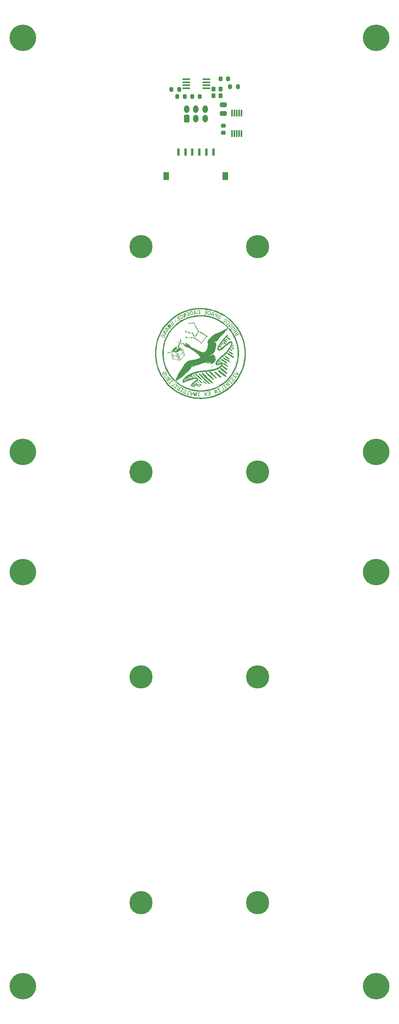
<source format=gbr>
%TF.GenerationSoftware,KiCad,Pcbnew,9.0.0*%
%TF.CreationDate,2025-10-09T13:40:37-07:00*%
%TF.ProjectId,2U_XY_V1,32555f58-595f-4563-912e-6b696361645f,1.0*%
%TF.SameCoordinates,Original*%
%TF.FileFunction,Soldermask,Bot*%
%TF.FilePolarity,Negative*%
%FSLAX46Y46*%
G04 Gerber Fmt 4.6, Leading zero omitted, Abs format (unit mm)*
G04 Created by KiCad (PCBNEW 9.0.0) date 2025-10-09 13:40:37*
%MOMM*%
%LPD*%
G01*
G04 APERTURE LIST*
G04 Aperture macros list*
%AMRoundRect*
0 Rectangle with rounded corners*
0 $1 Rounding radius*
0 $2 $3 $4 $5 $6 $7 $8 $9 X,Y pos of 4 corners*
0 Add a 4 corners polygon primitive as box body*
4,1,4,$2,$3,$4,$5,$6,$7,$8,$9,$2,$3,0*
0 Add four circle primitives for the rounded corners*
1,1,$1+$1,$2,$3*
1,1,$1+$1,$4,$5*
1,1,$1+$1,$6,$7*
1,1,$1+$1,$8,$9*
0 Add four rect primitives between the rounded corners*
20,1,$1+$1,$2,$3,$4,$5,0*
20,1,$1+$1,$4,$5,$6,$7,0*
20,1,$1+$1,$6,$7,$8,$9,0*
20,1,$1+$1,$8,$9,$2,$3,0*%
G04 Aperture macros list end*
%ADD10C,0.000000*%
%ADD11C,5.700000*%
%ADD12C,5.000000*%
%ADD13RoundRect,0.250000X-0.350000X-0.575000X0.350000X-0.575000X0.350000X0.575000X-0.350000X0.575000X0*%
%ADD14O,1.200000X1.650000*%
%ADD15O,1.690000X0.360000*%
%ADD16RoundRect,0.225000X0.225000X0.250000X-0.225000X0.250000X-0.225000X-0.250000X0.225000X-0.250000X0*%
%ADD17RoundRect,0.200000X-0.200000X-0.275000X0.200000X-0.275000X0.200000X0.275000X-0.200000X0.275000X0*%
%ADD18RoundRect,0.225000X-0.225000X-0.250000X0.225000X-0.250000X0.225000X0.250000X-0.225000X0.250000X0*%
%ADD19RoundRect,0.250000X0.475000X-0.250000X0.475000X0.250000X-0.475000X0.250000X-0.475000X-0.250000X0*%
%ADD20RoundRect,0.200000X0.200000X0.275000X-0.200000X0.275000X-0.200000X-0.275000X0.200000X-0.275000X0*%
%ADD21R,0.600000X1.500000*%
%ADD22R,1.250000X1.800000*%
%ADD23RoundRect,0.225000X0.250000X-0.225000X0.250000X0.225000X-0.250000X0.225000X-0.250000X-0.225000X0*%
%ADD24RoundRect,0.075000X-0.075000X0.650000X-0.075000X-0.650000X0.075000X-0.650000X0.075000X0.650000X0*%
G04 APERTURE END LIST*
D10*
%TO.C,G\u002A\u002A\u002A*%
G36*
X203752585Y-108048627D02*
G01*
X203742326Y-108058885D01*
X203732068Y-108048627D01*
X203742326Y-108038368D01*
X203752585Y-108048627D01*
G37*
G36*
X205045154Y-107022779D02*
G01*
X205034895Y-107033037D01*
X205024637Y-107022779D01*
X205034895Y-107012520D01*
X205045154Y-107022779D01*
G37*
G36*
X205065671Y-107453635D02*
G01*
X205055412Y-107463893D01*
X205045154Y-107453635D01*
X205055412Y-107443376D01*
X205065671Y-107453635D01*
G37*
G36*
X205209289Y-107351050D02*
G01*
X205199031Y-107361308D01*
X205188772Y-107351050D01*
X205199031Y-107340791D01*
X205209289Y-107351050D01*
G37*
G36*
X205434976Y-107125363D02*
G01*
X205424717Y-107135622D01*
X205414459Y-107125363D01*
X205424717Y-107115105D01*
X205434976Y-107125363D01*
G37*
G36*
X205537561Y-106817609D02*
G01*
X205527302Y-106827867D01*
X205517044Y-106817609D01*
X205527302Y-106807350D01*
X205537561Y-106817609D01*
G37*
G36*
X205660662Y-107186914D02*
G01*
X205650404Y-107197173D01*
X205640146Y-107186914D01*
X205650404Y-107176656D01*
X205660662Y-107186914D01*
G37*
G36*
X205763247Y-105586591D02*
G01*
X205752989Y-105596850D01*
X205742730Y-105586591D01*
X205752989Y-105576333D01*
X205763247Y-105586591D01*
G37*
G36*
X205906866Y-107186914D02*
G01*
X205896608Y-107197173D01*
X205886349Y-107186914D01*
X205896608Y-107176656D01*
X205906866Y-107186914D01*
G37*
G36*
X205906866Y-107392084D02*
G01*
X205896608Y-107402342D01*
X205886349Y-107392084D01*
X205896608Y-107381825D01*
X205906866Y-107392084D01*
G37*
G36*
X206050485Y-107125363D02*
G01*
X206040226Y-107135622D01*
X206029968Y-107125363D01*
X206040226Y-107115105D01*
X206050485Y-107125363D01*
G37*
G36*
X206399273Y-107617770D02*
G01*
X206389015Y-107628029D01*
X206378756Y-107617770D01*
X206389015Y-107607512D01*
X206399273Y-107617770D01*
G37*
G36*
X207178918Y-107392084D02*
G01*
X207168659Y-107402342D01*
X207158401Y-107392084D01*
X207168659Y-107381825D01*
X207178918Y-107392084D01*
G37*
G36*
X211856785Y-110756866D02*
G01*
X211846527Y-110767124D01*
X211836268Y-110756866D01*
X211846527Y-110746607D01*
X211856785Y-110756866D01*
G37*
G36*
X204545907Y-107039876D02*
G01*
X204549117Y-107046047D01*
X204532230Y-107053554D01*
X204521368Y-107052073D01*
X204518552Y-107039876D01*
X204521559Y-107037421D01*
X204545907Y-107039876D01*
G37*
G36*
X205017798Y-107286080D02*
G01*
X205021007Y-107292251D01*
X205004120Y-107299758D01*
X204993258Y-107298277D01*
X204990442Y-107286080D01*
X204993449Y-107283624D01*
X205017798Y-107286080D01*
G37*
G36*
X203826353Y-107953130D02*
G01*
X203820020Y-107962245D01*
X203802666Y-107976817D01*
X203799798Y-107976618D01*
X203795280Y-107964741D01*
X203817306Y-107944083D01*
X203828772Y-107939091D01*
X203826353Y-107953130D01*
G37*
G36*
X204860501Y-106949758D02*
G01*
X204859712Y-106955714D01*
X204839984Y-106971486D01*
X204835341Y-106971251D01*
X204819467Y-106962439D01*
X204820411Y-106959147D01*
X204839984Y-106940711D01*
X204847931Y-106937505D01*
X204860501Y-106949758D01*
G37*
G36*
X210958783Y-110583260D02*
G01*
X210974556Y-110602989D01*
X210974321Y-110607632D01*
X210965508Y-110623506D01*
X210962217Y-110622561D01*
X210943780Y-110602989D01*
X210940575Y-110595041D01*
X210952828Y-110582472D01*
X210958783Y-110583260D01*
G37*
G36*
X203599185Y-108066845D02*
G01*
X203605412Y-108088291D01*
X203573062Y-108106293D01*
X203553458Y-108111572D01*
X203532028Y-108118056D01*
X203529126Y-108112496D01*
X203526898Y-108081323D01*
X203535152Y-108053899D01*
X203567932Y-108052940D01*
X203599185Y-108066845D01*
G37*
G36*
X212927504Y-110344190D02*
G01*
X212933574Y-110391013D01*
X212929048Y-110460215D01*
X212916668Y-110551696D01*
X212887805Y-110481271D01*
X212880153Y-110461346D01*
X212869738Y-110407498D01*
X212882740Y-110358616D01*
X212893354Y-110339129D01*
X212913282Y-110325108D01*
X212927504Y-110344190D01*
G37*
G36*
X205068883Y-108227215D02*
G01*
X205129769Y-108248440D01*
X205083885Y-108297281D01*
X205062518Y-108320181D01*
X205038058Y-108340930D01*
X205014688Y-108340198D01*
X204973972Y-108322158D01*
X204921376Y-108298194D01*
X204964687Y-108252092D01*
X204985448Y-108231991D01*
X205020660Y-108216664D01*
X205068883Y-108227215D01*
G37*
G36*
X206059570Y-107233917D02*
G01*
X206100936Y-107247104D01*
X206109630Y-107262605D01*
X206092095Y-107288805D01*
X206068758Y-107305949D01*
X206012232Y-107306931D01*
X206000365Y-107304048D01*
X205959000Y-107290860D01*
X205950306Y-107275359D01*
X205967841Y-107249159D01*
X205991178Y-107232015D01*
X206047703Y-107231033D01*
X206059570Y-107233917D01*
G37*
G36*
X212251368Y-110650928D02*
G01*
X212323546Y-110684832D01*
X212351953Y-110706108D01*
X212383926Y-110748762D01*
X212389244Y-110788534D01*
X212364580Y-110814882D01*
X212361417Y-110816024D01*
X212312395Y-110816102D01*
X212257476Y-110794046D01*
X212208055Y-110758006D01*
X212175523Y-110716134D01*
X212171275Y-110676581D01*
X212199505Y-110648575D01*
X212251368Y-110650928D01*
G37*
G36*
X203701379Y-108526818D02*
G01*
X203698122Y-108561466D01*
X203682436Y-108569356D01*
X203662454Y-108539356D01*
X203654636Y-108515877D01*
X203653778Y-108500000D01*
X203670517Y-108500000D01*
X203680776Y-108510258D01*
X203691034Y-108500000D01*
X203680776Y-108489741D01*
X203670517Y-108500000D01*
X203653778Y-108500000D01*
X203652665Y-108479397D01*
X203674032Y-108473816D01*
X203689082Y-108487622D01*
X203692965Y-108500000D01*
X203701379Y-108526818D01*
G37*
G36*
X206036151Y-106146738D02*
G01*
X206116961Y-106155762D01*
X206165021Y-106168979D01*
X206188134Y-106190015D01*
X206194104Y-106222495D01*
X206191071Y-106253146D01*
X206172933Y-106265723D01*
X206127423Y-106260579D01*
X206109735Y-106257056D01*
X206030408Y-106233347D01*
X205977441Y-106203386D01*
X205958158Y-106171048D01*
X205958919Y-106164097D01*
X205978521Y-106147530D01*
X206029968Y-106146241D01*
X206036151Y-106146738D01*
G37*
G36*
X205103586Y-106156557D02*
G01*
X205161974Y-106172444D01*
X205227863Y-106194839D01*
X205289490Y-106219382D01*
X205335093Y-106241713D01*
X205352908Y-106257471D01*
X205346632Y-106266913D01*
X205317003Y-106263380D01*
X205306394Y-106259211D01*
X205256146Y-106241447D01*
X205193754Y-106221088D01*
X205188804Y-106219527D01*
X205117737Y-106194535D01*
X205070234Y-106172944D01*
X205051518Y-106157620D01*
X205066816Y-106151432D01*
X205103586Y-106156557D01*
G37*
G36*
X207083627Y-103817701D02*
G01*
X207171686Y-103851312D01*
X207186710Y-103858432D01*
X207254949Y-103895079D01*
X207291296Y-103925420D01*
X207302019Y-103954415D01*
X207302010Y-103955519D01*
X207285641Y-103987759D01*
X207241237Y-103995644D01*
X207173429Y-103979494D01*
X207086848Y-103939626D01*
X207058219Y-103923047D01*
X206997037Y-103876918D01*
X206972270Y-103839901D01*
X206980636Y-103815413D01*
X207018849Y-103806874D01*
X207083627Y-103817701D01*
G37*
G36*
X208652021Y-104796689D02*
G01*
X208688986Y-104812518D01*
X208714632Y-104863368D01*
X208720871Y-104884031D01*
X208744176Y-104976031D01*
X208753858Y-105044954D01*
X208748775Y-105083425D01*
X208723968Y-105101134D01*
X208694561Y-105085573D01*
X208665250Y-105041176D01*
X208639863Y-104973817D01*
X208622231Y-104889368D01*
X208619129Y-104865557D01*
X208616655Y-104820195D01*
X208626400Y-104800789D01*
X208651759Y-104796688D01*
X208652021Y-104796689D01*
G37*
G36*
X213839716Y-110257705D02*
G01*
X213885909Y-110284225D01*
X213929176Y-110329054D01*
X213964114Y-110382919D01*
X213985317Y-110436547D01*
X213987382Y-110480667D01*
X213964903Y-110506007D01*
X213957136Y-110507971D01*
X213905924Y-110500960D01*
X213844696Y-110471670D01*
X213785742Y-110428741D01*
X213741356Y-110380815D01*
X213723829Y-110336533D01*
X213728417Y-110310473D01*
X213761830Y-110269915D01*
X213818133Y-110254200D01*
X213839716Y-110257705D01*
G37*
G36*
X208203043Y-115450184D02*
G01*
X208275966Y-115508172D01*
X208296314Y-115527627D01*
X208357713Y-115600358D01*
X208386223Y-115662604D01*
X208379881Y-115710546D01*
X208369481Y-115724851D01*
X208353535Y-115729818D01*
X208323444Y-115719511D01*
X208268080Y-115692095D01*
X208196137Y-115645854D01*
X208139618Y-115591542D01*
X208102157Y-115535980D01*
X208087054Y-115485819D01*
X208097612Y-115447709D01*
X208137132Y-115428302D01*
X208148918Y-115428102D01*
X208203043Y-115450184D01*
G37*
G36*
X214520789Y-106512853D02*
G01*
X214581336Y-106558467D01*
X214635036Y-106616343D01*
X214673447Y-106679082D01*
X214688126Y-106739284D01*
X214681374Y-106769752D01*
X214652832Y-106804546D01*
X214620068Y-106813469D01*
X214558848Y-106799577D01*
X214491509Y-106755434D01*
X214425495Y-106684957D01*
X214409758Y-106663336D01*
X214371574Y-106589859D01*
X214370257Y-106532971D01*
X214405711Y-106491731D01*
X214412918Y-106488012D01*
X214461835Y-106486902D01*
X214520789Y-106512853D01*
G37*
G36*
X216933313Y-106714541D02*
G01*
X216995846Y-106747437D01*
X217075027Y-106813470D01*
X217132543Y-106872217D01*
X217163819Y-106921730D01*
X217164538Y-106962795D01*
X217136954Y-107002280D01*
X217126691Y-107011047D01*
X217074868Y-107025775D01*
X217004808Y-107007043D01*
X216914417Y-106954400D01*
X216865557Y-106915625D01*
X216817520Y-106854008D01*
X216807456Y-106795397D01*
X216836424Y-106742664D01*
X216837170Y-106741923D01*
X216882173Y-106713223D01*
X216933313Y-106714541D01*
G37*
G36*
X204735040Y-106922705D02*
G01*
X204704987Y-106949825D01*
X204652682Y-106968580D01*
X204587506Y-106953986D01*
X204565233Y-106942843D01*
X204564553Y-106926183D01*
X204569273Y-106920194D01*
X204614297Y-106920194D01*
X204624556Y-106930452D01*
X204634814Y-106920194D01*
X204624556Y-106909935D01*
X204614297Y-106920194D01*
X204569273Y-106920194D01*
X204590987Y-106892639D01*
X204612988Y-106870615D01*
X204650322Y-106854938D01*
X204706192Y-106859916D01*
X204780867Y-106873925D01*
X204737399Y-106920194D01*
X204735040Y-106922705D01*
G37*
G36*
X207647133Y-113468293D02*
G01*
X207719839Y-113530961D01*
X207775225Y-113589118D01*
X207837774Y-113669414D01*
X207864949Y-113730587D01*
X207856512Y-113772215D01*
X207850177Y-113778938D01*
X207819076Y-113791375D01*
X207776845Y-113777377D01*
X207719142Y-113734701D01*
X207641623Y-113661101D01*
X207614195Y-113632848D01*
X207561918Y-113572699D01*
X207535703Y-113528517D01*
X207531051Y-113493482D01*
X207531627Y-113489739D01*
X207551628Y-113447404D01*
X207590596Y-113440348D01*
X207647133Y-113468293D01*
G37*
G36*
X208543284Y-115119484D02*
G01*
X208601031Y-115148307D01*
X208666124Y-115201245D01*
X208730604Y-115269308D01*
X208786514Y-115343504D01*
X208825896Y-115414843D01*
X208840792Y-115474335D01*
X208836844Y-115504009D01*
X208812316Y-115528570D01*
X208766656Y-115520239D01*
X208701376Y-115479476D01*
X208617991Y-115406738D01*
X208579684Y-115368235D01*
X208510331Y-115286163D01*
X208469085Y-115216797D01*
X208456974Y-115163317D01*
X208475023Y-115128899D01*
X208524260Y-115116720D01*
X208543284Y-115119484D01*
G37*
G36*
X212934735Y-110769399D02*
G01*
X212945697Y-110781731D01*
X212954395Y-110805497D01*
X212947290Y-110841209D01*
X212923300Y-110901340D01*
X212906546Y-110938803D01*
X212878727Y-110994781D01*
X212858429Y-111028030D01*
X212856927Y-111029825D01*
X212829483Y-111054683D01*
X212819642Y-111044970D01*
X212827536Y-111003146D01*
X212853295Y-110931668D01*
X212876364Y-110870830D01*
X212895715Y-110810326D01*
X212903150Y-110773394D01*
X212903462Y-110760742D01*
X212910572Y-110749012D01*
X212934735Y-110769399D01*
G37*
G36*
X209381262Y-114465031D02*
G01*
X209454698Y-114503206D01*
X209534637Y-114577318D01*
X209618163Y-114684943D01*
X209663126Y-114754063D01*
X209693423Y-114812340D01*
X209701211Y-114851317D01*
X209688826Y-114877356D01*
X209671773Y-114888225D01*
X209627605Y-114886093D01*
X209564812Y-114853700D01*
X209480376Y-114789776D01*
X209468265Y-114779566D01*
X209383289Y-114698763D01*
X209322131Y-114623616D01*
X209286408Y-114558155D01*
X209277739Y-114506409D01*
X209297741Y-114472407D01*
X209348033Y-114460178D01*
X209381262Y-114465031D01*
G37*
G36*
X209880788Y-114987340D02*
G01*
X209962545Y-115044670D01*
X210054083Y-115134810D01*
X210108952Y-115198989D01*
X210173605Y-115289484D01*
X210207317Y-115361421D01*
X210208724Y-115412351D01*
X210189994Y-115435457D01*
X210145751Y-115441768D01*
X210084797Y-115422088D01*
X210012506Y-115379722D01*
X209934250Y-115317974D01*
X209855403Y-115240147D01*
X209781338Y-115149547D01*
X209761974Y-115121501D01*
X209729152Y-115054883D01*
X209730033Y-115006496D01*
X209764293Y-114972974D01*
X209811515Y-114964329D01*
X209880788Y-114987340D01*
G37*
G36*
X210172519Y-106017447D02*
G01*
X210202616Y-106070824D01*
X210248399Y-106122036D01*
X210300590Y-106165074D01*
X210239001Y-106226663D01*
X210231830Y-106234220D01*
X210188440Y-106297223D01*
X210163395Y-106362969D01*
X210150905Y-106409636D01*
X210135320Y-106425352D01*
X210119682Y-106401208D01*
X210105337Y-106337787D01*
X210086813Y-106276612D01*
X210030245Y-106204802D01*
X209968050Y-106152469D01*
X210030386Y-106120233D01*
X210082565Y-106078160D01*
X210120776Y-106021947D01*
X210148830Y-105955896D01*
X210172519Y-106017447D01*
G37*
G36*
X214702334Y-106190347D02*
G01*
X214774842Y-106233183D01*
X214858933Y-106313674D01*
X214884365Y-106344589D01*
X214925410Y-106418874D01*
X214934357Y-106485045D01*
X214909709Y-106536527D01*
X214903920Y-106542039D01*
X214873106Y-106558656D01*
X214834416Y-106552017D01*
X214775944Y-106520715D01*
X214749649Y-106502224D01*
X214691191Y-106446571D01*
X214638425Y-106379787D01*
X214600244Y-106313990D01*
X214585541Y-106261294D01*
X214593474Y-106228760D01*
X214626390Y-106191941D01*
X214642283Y-106185624D01*
X214702334Y-106190347D01*
G37*
G36*
X203739411Y-107876250D02*
G01*
X203741492Y-107889535D01*
X203717638Y-107924880D01*
X203702512Y-107941789D01*
X203657298Y-107969450D01*
X203611332Y-107976463D01*
X203579885Y-107959042D01*
X203583104Y-107937489D01*
X203609450Y-107904570D01*
X203619036Y-107896515D01*
X203645043Y-107884844D01*
X203648175Y-107900061D01*
X203624354Y-107934093D01*
X203615402Y-107943918D01*
X203614290Y-107950331D01*
X203643544Y-107934090D01*
X203670747Y-107911964D01*
X203678238Y-107890643D01*
X203681255Y-107880511D01*
X203711298Y-107874233D01*
X203739411Y-107876250D01*
G37*
G36*
X205703744Y-106354619D02*
G01*
X205772324Y-106381046D01*
X205871415Y-106428946D01*
X205891015Y-106438928D01*
X205974063Y-106481283D01*
X206027603Y-106509397D01*
X206057452Y-106527170D01*
X206069427Y-106538503D01*
X206069345Y-106547300D01*
X206063022Y-106557459D01*
X206040481Y-106561868D01*
X205990299Y-106551215D01*
X205922217Y-106528702D01*
X205845573Y-106498307D01*
X205769706Y-106464003D01*
X205703953Y-106429769D01*
X205657654Y-106399579D01*
X205640146Y-106377410D01*
X205642494Y-106362703D01*
X205661769Y-106348795D01*
X205703744Y-106354619D01*
G37*
G36*
X208722650Y-102037091D02*
G01*
X208754248Y-102075324D01*
X208795747Y-102142359D01*
X208843220Y-102232180D01*
X208892883Y-102334757D01*
X208940172Y-102440950D01*
X208968941Y-102519620D01*
X208980709Y-102575074D01*
X208976994Y-102611622D01*
X208974228Y-102618269D01*
X208953025Y-102642171D01*
X208924894Y-102632700D01*
X208888577Y-102588388D01*
X208842813Y-102507765D01*
X208786340Y-102389362D01*
X208734259Y-102268101D01*
X208694617Y-102158214D01*
X208677665Y-102082129D01*
X208683367Y-102039664D01*
X208711682Y-102030635D01*
X208722650Y-102037091D01*
G37*
G36*
X215494875Y-105234139D02*
G01*
X215547501Y-105267171D01*
X215608678Y-105321014D01*
X215671728Y-105387818D01*
X215729975Y-105459735D01*
X215776740Y-105528917D01*
X215805347Y-105587515D01*
X215809119Y-105627680D01*
X215809006Y-105627970D01*
X215779976Y-105653721D01*
X215728181Y-105652678D01*
X215659747Y-105627123D01*
X215580802Y-105579337D01*
X215497474Y-105511603D01*
X215427507Y-105440469D01*
X215386359Y-105378937D01*
X215376625Y-105326002D01*
X215395889Y-105276067D01*
X215427814Y-105243565D01*
X215468702Y-105227544D01*
X215494875Y-105234139D01*
G37*
G36*
X216561003Y-107592704D02*
G01*
X216653509Y-107644145D01*
X216770598Y-107726361D01*
X216780379Y-107733811D01*
X216837708Y-107783207D01*
X216868105Y-107825539D01*
X216879755Y-107871708D01*
X216878027Y-107920092D01*
X216850929Y-107978736D01*
X216815251Y-108007724D01*
X216772149Y-108013813D01*
X216717658Y-107991485D01*
X216644209Y-107939296D01*
X216632972Y-107930336D01*
X216526151Y-107835566D01*
X216454582Y-107751800D01*
X216418903Y-107680271D01*
X216419754Y-107622217D01*
X216457774Y-107578873D01*
X216493665Y-107572314D01*
X216561003Y-107592704D01*
G37*
G36*
X206350337Y-106207267D02*
G01*
X206422724Y-106229001D01*
X206500903Y-106257385D01*
X206589132Y-106295653D01*
X206668628Y-106335903D01*
X206729369Y-106373021D01*
X206761335Y-106401889D01*
X206760177Y-106414553D01*
X206725624Y-106408489D01*
X206702114Y-106401608D01*
X206641237Y-106384841D01*
X206558982Y-106362845D01*
X206466309Y-106338577D01*
X206437306Y-106330995D01*
X206348226Y-106305885D01*
X206292639Y-106285116D01*
X206265275Y-106265298D01*
X206260864Y-106243039D01*
X206274136Y-106214949D01*
X206283145Y-106205123D01*
X206306899Y-106199599D01*
X206350337Y-106207267D01*
G37*
G36*
X206840840Y-103580331D02*
G01*
X206875598Y-103636287D01*
X206923654Y-103686049D01*
X206980976Y-103731139D01*
X206936211Y-103762493D01*
X206932445Y-103765228D01*
X206882885Y-103818832D01*
X206845139Y-103888503D01*
X206830129Y-103954474D01*
X206830121Y-103956497D01*
X206824086Y-103992220D01*
X206810394Y-103993688D01*
X206794233Y-103965389D01*
X206780793Y-103911810D01*
X206763007Y-103850295D01*
X206708667Y-103772372D01*
X206650088Y-103717651D01*
X206710252Y-103683122D01*
X206758568Y-103640727D01*
X206792881Y-103584147D01*
X206815347Y-103519701D01*
X206840840Y-103580331D01*
G37*
G36*
X204817986Y-101358006D02*
G01*
X204839329Y-101389648D01*
X204844130Y-101400830D01*
X204843389Y-101423006D01*
X204824654Y-101450267D01*
X204782811Y-101488895D01*
X204712748Y-101545171D01*
X204653202Y-101591164D01*
X204603605Y-101626319D01*
X204572706Y-101641423D01*
X204553326Y-101639742D01*
X204538287Y-101624542D01*
X204522555Y-101600556D01*
X204512397Y-101576733D01*
X204512484Y-101576326D01*
X204529708Y-101558501D01*
X204570444Y-101524092D01*
X204625551Y-101480144D01*
X204685888Y-101433701D01*
X204742313Y-101391807D01*
X204785684Y-101361504D01*
X204806861Y-101349838D01*
X204817986Y-101358006D01*
G37*
G36*
X206190841Y-106342255D02*
G01*
X206253863Y-106352682D01*
X206327574Y-106367710D01*
X206400595Y-106384936D01*
X206461551Y-106401957D01*
X206499061Y-106416371D01*
X206511881Y-106425061D01*
X206509499Y-106437091D01*
X206470793Y-106448905D01*
X206454639Y-106452767D01*
X206388563Y-106470012D01*
X206317205Y-106490115D01*
X206303222Y-106494198D01*
X206234531Y-106512220D01*
X206195350Y-106515942D01*
X206177697Y-106504675D01*
X206173587Y-106477730D01*
X206169778Y-106446939D01*
X206151407Y-106393905D01*
X206140183Y-106365621D01*
X206140940Y-106340751D01*
X206149887Y-106338830D01*
X206190841Y-106342255D01*
G37*
G36*
X208299856Y-115287043D02*
G01*
X208365971Y-115320432D01*
X208455033Y-115386437D01*
X208539778Y-115457195D01*
X208651131Y-115556838D01*
X208732640Y-115639450D01*
X208782713Y-115703364D01*
X208799758Y-115746916D01*
X208799109Y-115761189D01*
X208790048Y-115786606D01*
X208767603Y-115792807D01*
X208728338Y-115778161D01*
X208668814Y-115741036D01*
X208585596Y-115679800D01*
X208475247Y-115592821D01*
X208471836Y-115590081D01*
X208368191Y-115504059D01*
X208295590Y-115436858D01*
X208250893Y-115384838D01*
X208230957Y-115344362D01*
X208232642Y-115311790D01*
X208255338Y-115285815D01*
X208299856Y-115287043D01*
G37*
G36*
X214083909Y-109950231D02*
G01*
X214153730Y-109981736D01*
X214230787Y-110040163D01*
X214306333Y-110119459D01*
X214330200Y-110150277D01*
X214371160Y-110222573D01*
X214375870Y-110276950D01*
X214344467Y-110314108D01*
X214329492Y-110322194D01*
X214288435Y-110333756D01*
X214241746Y-110325310D01*
X214175302Y-110295285D01*
X214159878Y-110286856D01*
X214101470Y-110247990D01*
X214039912Y-110199152D01*
X213984470Y-110148611D01*
X213944411Y-110104634D01*
X213928998Y-110075491D01*
X213938997Y-110044708D01*
X213972768Y-109999888D01*
X214016687Y-109962249D01*
X214056297Y-109946446D01*
X214083909Y-109950231D01*
G37*
G36*
X208510538Y-112962508D02*
G01*
X208544829Y-112972082D01*
X208589108Y-113000720D01*
X208648810Y-113052568D01*
X208729367Y-113131775D01*
X208743593Y-113146310D01*
X208847422Y-113259366D01*
X208917236Y-113350259D01*
X208953271Y-113419339D01*
X208955763Y-113466957D01*
X208943240Y-113482740D01*
X208905019Y-113495880D01*
X208876779Y-113488999D01*
X208817851Y-113457033D01*
X208744859Y-113404978D01*
X208665278Y-113339461D01*
X208586581Y-113267107D01*
X208516244Y-113194542D01*
X208461741Y-113128392D01*
X208430547Y-113075283D01*
X208425692Y-113020861D01*
X208453423Y-112978817D01*
X208507545Y-112962439D01*
X208510538Y-112962508D01*
G37*
G36*
X208798006Y-114979113D02*
G01*
X208839858Y-115000549D01*
X208893381Y-115042540D01*
X208966287Y-115110213D01*
X209060074Y-115204839D01*
X209146941Y-115301773D01*
X209213691Y-115387089D01*
X209256526Y-115455897D01*
X209271648Y-115503309D01*
X209270439Y-115517866D01*
X209249938Y-115545629D01*
X209205533Y-115543314D01*
X209139106Y-115511973D01*
X209052540Y-115452658D01*
X208947715Y-115366422D01*
X208826512Y-115254318D01*
X208793842Y-115221390D01*
X208725803Y-115139837D01*
X208687714Y-115071295D01*
X208680266Y-115018701D01*
X208704156Y-114984991D01*
X208760075Y-114973102D01*
X208760108Y-114973102D01*
X208798006Y-114979113D01*
G37*
G36*
X216808158Y-107162145D02*
G01*
X216889266Y-107205257D01*
X216998309Y-107271684D01*
X217028685Y-107290940D01*
X217131477Y-107360545D01*
X217200384Y-107416854D01*
X217238133Y-107462977D01*
X217247453Y-107502023D01*
X217231068Y-107537102D01*
X217228370Y-107540150D01*
X217189255Y-107559888D01*
X217127638Y-107557229D01*
X217039992Y-107531545D01*
X216922792Y-107482207D01*
X216835279Y-107435314D01*
X216754323Y-107378340D01*
X216692546Y-107320098D01*
X216656103Y-107266455D01*
X216651149Y-107223278D01*
X216656870Y-107208026D01*
X216679340Y-107165286D01*
X216708504Y-107142900D01*
X216749674Y-107141605D01*
X216808158Y-107162145D01*
G37*
G36*
X208355415Y-101902576D02*
G01*
X208396895Y-101921022D01*
X208409935Y-101953298D01*
X208409246Y-101962964D01*
X208394362Y-101991218D01*
X208355698Y-102012470D01*
X208287501Y-102029006D01*
X208184022Y-102043112D01*
X208156406Y-102046164D01*
X208075242Y-102054978D01*
X208010923Y-102061741D01*
X207975416Y-102065186D01*
X207966225Y-102065163D01*
X207923886Y-102047958D01*
X207893913Y-102013066D01*
X207889888Y-101974835D01*
X207892493Y-101968885D01*
X207906338Y-101952321D01*
X207933419Y-101939451D01*
X207980652Y-101928520D01*
X208054954Y-101917773D01*
X208163238Y-101905455D01*
X208172976Y-101904432D01*
X208281955Y-101897275D01*
X208355415Y-101902576D01*
G37*
G36*
X207544272Y-104991284D02*
G01*
X207570181Y-104991961D01*
X207673866Y-104995827D01*
X207762743Y-105000908D01*
X207828070Y-105006623D01*
X207861107Y-105012389D01*
X207887248Y-105030614D01*
X207893498Y-105068495D01*
X207862936Y-105115070D01*
X207853955Y-105123039D01*
X207811219Y-105140095D01*
X207744963Y-105137625D01*
X207722657Y-105134875D01*
X207650640Y-105127621D01*
X207558682Y-105119729D01*
X207461217Y-105112476D01*
X207378767Y-105105355D01*
X207291054Y-105091358D01*
X207240158Y-105072137D01*
X207223658Y-105046618D01*
X207239135Y-105013723D01*
X207254287Y-105002980D01*
X207287036Y-104994702D01*
X207342152Y-104990298D01*
X207425832Y-104989310D01*
X207544272Y-104991284D01*
G37*
G36*
X207543646Y-103807600D02*
G01*
X207548301Y-103822937D01*
X207576577Y-103871742D01*
X207619746Y-103923063D01*
X207688192Y-103991509D01*
X207629411Y-104034967D01*
X207590119Y-104074561D01*
X207556732Y-104155448D01*
X207554538Y-104167147D01*
X207542490Y-104220053D01*
X207531968Y-104251243D01*
X207526337Y-104251426D01*
X207512473Y-104225011D01*
X207496560Y-104173357D01*
X207488859Y-104147878D01*
X207456445Y-104075728D01*
X207417452Y-104019746D01*
X207362887Y-103962792D01*
X207417694Y-103933496D01*
X207422803Y-103930539D01*
X207468330Y-103888626D01*
X207504246Y-103832391D01*
X207507834Y-103824312D01*
X207526950Y-103785652D01*
X207537072Y-103781223D01*
X207543646Y-103807600D01*
G37*
G36*
X207649863Y-101852504D02*
G01*
X207682252Y-101909641D01*
X207728395Y-101960899D01*
X207728526Y-101961009D01*
X207763531Y-101993294D01*
X207768979Y-102012130D01*
X207748119Y-102028679D01*
X207741964Y-102032884D01*
X207706522Y-102073067D01*
X207670130Y-102132997D01*
X207641658Y-102196310D01*
X207629977Y-102246638D01*
X207629911Y-102251273D01*
X207625643Y-102271202D01*
X207609774Y-102252585D01*
X207598188Y-102225852D01*
X207589571Y-102174068D01*
X207587784Y-102161365D01*
X207565348Y-102112847D01*
X207525506Y-102062575D01*
X207461755Y-101998824D01*
X207517712Y-101958062D01*
X207563484Y-101912708D01*
X207600387Y-101854126D01*
X207627105Y-101790953D01*
X207649863Y-101852504D01*
G37*
G36*
X208635622Y-101736665D02*
G01*
X208635835Y-101740484D01*
X208652280Y-101781716D01*
X208686445Y-101828700D01*
X208726324Y-101867274D01*
X208759914Y-101883279D01*
X208764011Y-101885448D01*
X208754456Y-101905906D01*
X208721847Y-101940947D01*
X208710878Y-101952130D01*
X208665519Y-102015945D01*
X208633792Y-102086468D01*
X208607470Y-102174321D01*
X208581931Y-102087826D01*
X208576956Y-102072693D01*
X208543951Y-102002709D01*
X208503598Y-101946224D01*
X208450803Y-101891119D01*
X208512147Y-101845766D01*
X208517435Y-101841705D01*
X208561303Y-101796045D01*
X208586263Y-101749520D01*
X208590313Y-101735882D01*
X208609302Y-101703980D01*
X208627496Y-101703436D01*
X208635622Y-101736665D01*
G37*
G36*
X205473071Y-106264109D02*
G01*
X205534644Y-106277957D01*
X205589278Y-106294588D01*
X205636615Y-106312585D01*
X205554230Y-106544580D01*
X205517525Y-106648268D01*
X205470208Y-106782508D01*
X205421292Y-106921761D01*
X205376970Y-107048425D01*
X205375585Y-107052386D01*
X205334967Y-107162969D01*
X205299970Y-107247420D01*
X205272579Y-107301326D01*
X205254777Y-107320275D01*
X205218697Y-107317099D01*
X205160928Y-107304524D01*
X205105289Y-107286397D01*
X205064518Y-107267063D01*
X205051353Y-107250869D01*
X205057554Y-107233549D01*
X205076044Y-107181419D01*
X205104676Y-107100492D01*
X205141510Y-106996254D01*
X205184606Y-106874191D01*
X205232026Y-106739788D01*
X205404200Y-106251628D01*
X205473071Y-106264109D01*
G37*
G36*
X208835219Y-105081024D02*
G01*
X208837067Y-105084742D01*
X208873921Y-105139982D01*
X208915810Y-105180241D01*
X208963475Y-105211472D01*
X208903308Y-105267676D01*
X208895536Y-105275321D01*
X208853888Y-105329800D01*
X208829995Y-105383426D01*
X208818394Y-105431404D01*
X208806182Y-105473748D01*
X208799644Y-105477632D01*
X208785434Y-105454027D01*
X208768910Y-105402641D01*
X208767553Y-105397586D01*
X208733264Y-105313255D01*
X208686595Y-105252840D01*
X208678226Y-105245507D01*
X208647112Y-105214857D01*
X208638384Y-105199766D01*
X208638953Y-105199381D01*
X208661860Y-105184731D01*
X208703218Y-105158711D01*
X208748745Y-105118501D01*
X208781424Y-105067926D01*
X208802292Y-105013038D01*
X208835219Y-105081024D01*
G37*
G36*
X210678511Y-114366382D02*
G01*
X210704123Y-114376523D01*
X210766497Y-114414602D01*
X210845218Y-114473217D01*
X210933156Y-114546100D01*
X211023177Y-114626982D01*
X211108150Y-114709596D01*
X211180943Y-114787674D01*
X211234423Y-114854946D01*
X211235441Y-114856417D01*
X211266502Y-114906507D01*
X211273964Y-114938201D01*
X211260850Y-114963979D01*
X211240375Y-114979891D01*
X211193295Y-114984283D01*
X211127102Y-114961633D01*
X211039868Y-114910937D01*
X210929666Y-114831193D01*
X210794568Y-114721399D01*
X210770563Y-114700975D01*
X210667898Y-114608633D01*
X210597382Y-114534786D01*
X210556741Y-114476812D01*
X210543700Y-114432086D01*
X210545804Y-114419379D01*
X210573896Y-114385806D01*
X210623091Y-114365723D01*
X210678511Y-114366382D01*
G37*
G36*
X211345329Y-104574667D02*
G01*
X211372302Y-104619871D01*
X211374298Y-104624462D01*
X211410590Y-104682469D01*
X211454991Y-104725643D01*
X211466491Y-104733334D01*
X211501288Y-104763285D01*
X211499671Y-104785330D01*
X211462337Y-104807211D01*
X211430325Y-104828872D01*
X211385014Y-104893335D01*
X211354617Y-104986470D01*
X211343504Y-105024212D01*
X211326375Y-105040383D01*
X211309167Y-105017956D01*
X211294525Y-104958175D01*
X211276801Y-104896744D01*
X211220093Y-104816583D01*
X211208311Y-104805433D01*
X211169559Y-104763795D01*
X211161880Y-104741655D01*
X211183532Y-104735137D01*
X211210198Y-104726166D01*
X211252152Y-104692917D01*
X211287782Y-104649086D01*
X211302827Y-104609670D01*
X211304989Y-104585865D01*
X211320564Y-104562990D01*
X211345329Y-104574667D01*
G37*
G36*
X216238486Y-107987366D02*
G01*
X216294649Y-108018949D01*
X216370601Y-108067036D01*
X216459921Y-108127047D01*
X216556183Y-108194402D01*
X216652965Y-108264522D01*
X216743842Y-108332827D01*
X216822392Y-108394740D01*
X216882191Y-108445679D01*
X216916814Y-108481065D01*
X216953927Y-108546083D01*
X216962145Y-108616773D01*
X216931554Y-108677908D01*
X216919609Y-108689344D01*
X216866754Y-108712120D01*
X216796042Y-108706437D01*
X216705346Y-108671549D01*
X216592537Y-108606711D01*
X216455487Y-108511178D01*
X216318962Y-108406049D01*
X216212995Y-108314998D01*
X216139662Y-108238994D01*
X216097058Y-108176057D01*
X216083280Y-108124208D01*
X216084245Y-108107629D01*
X216106925Y-108042897D01*
X216152077Y-107995323D01*
X216209501Y-107976817D01*
X216238486Y-107987366D01*
G37*
G36*
X209472187Y-103916893D02*
G01*
X209490045Y-103945574D01*
X209490906Y-103951917D01*
X209478389Y-103994720D01*
X209442339Y-104069481D01*
X209383281Y-104175289D01*
X209301738Y-104311237D01*
X209198232Y-104476413D01*
X209073287Y-104669911D01*
X209017060Y-104755059D01*
X208953318Y-104847195D01*
X208904747Y-104909273D01*
X208867924Y-104944328D01*
X208839426Y-104955393D01*
X208815830Y-104945501D01*
X208793713Y-104917688D01*
X208790449Y-104902770D01*
X208797917Y-104869658D01*
X208820124Y-104818796D01*
X208858581Y-104747572D01*
X208914802Y-104653375D01*
X208990297Y-104533592D01*
X209086578Y-104385613D01*
X209205157Y-104206825D01*
X209228048Y-104172717D01*
X209305943Y-104060600D01*
X209366778Y-103981276D01*
X209413080Y-103932428D01*
X209447374Y-103911739D01*
X209472187Y-103916893D01*
G37*
G36*
X209725722Y-114156440D02*
G01*
X209760722Y-114170207D01*
X209805535Y-114197226D01*
X209864170Y-114240477D01*
X209940633Y-114302942D01*
X210038933Y-114387601D01*
X210163075Y-114497435D01*
X210254616Y-114580694D01*
X210345029Y-114668740D01*
X210406466Y-114737843D01*
X210441223Y-114791027D01*
X210451599Y-114831315D01*
X210439892Y-114861732D01*
X210424692Y-114875379D01*
X210370085Y-114889819D01*
X210300171Y-114875285D01*
X210223636Y-114832933D01*
X210188222Y-114805868D01*
X210117052Y-114746895D01*
X210033940Y-114674100D01*
X209945034Y-114593282D01*
X209856483Y-114510241D01*
X209774434Y-114430777D01*
X209705036Y-114360688D01*
X209654437Y-114305773D01*
X209628786Y-114271834D01*
X209621333Y-114255810D01*
X209613032Y-114200289D01*
X209639847Y-114164939D01*
X209699887Y-114152921D01*
X209725722Y-114156440D01*
G37*
G36*
X211646018Y-110286400D02*
G01*
X211714088Y-110289703D01*
X211795774Y-110295313D01*
X211880854Y-110302426D01*
X211959106Y-110310235D01*
X212020307Y-110317934D01*
X212054235Y-110324719D01*
X212058680Y-110327546D01*
X212077015Y-110359167D01*
X212091657Y-110411569D01*
X212093139Y-110419147D01*
X212112219Y-110484947D01*
X212136655Y-110537682D01*
X212140127Y-110543187D01*
X212155995Y-110583236D01*
X212142883Y-110614620D01*
X212128154Y-110631188D01*
X212108038Y-110641212D01*
X212080489Y-110630091D01*
X212033116Y-110595688D01*
X211998907Y-110572316D01*
X211929692Y-110531601D01*
X211855399Y-110493384D01*
X211814442Y-110472209D01*
X211746874Y-110431066D01*
X211682710Y-110385893D01*
X211629949Y-110342889D01*
X211596588Y-110308251D01*
X211590623Y-110288177D01*
X211601786Y-110286211D01*
X211646018Y-110286400D01*
G37*
G36*
X215019362Y-105966156D02*
G01*
X215051313Y-105970819D01*
X215086793Y-105987504D01*
X215131924Y-106020700D01*
X215192826Y-106074898D01*
X215275623Y-106154587D01*
X215294803Y-106173445D01*
X215369490Y-106248662D01*
X215419473Y-106303727D01*
X215449410Y-106344828D01*
X215463957Y-106378152D01*
X215467771Y-106409886D01*
X215459856Y-106460614D01*
X215422172Y-106508691D01*
X215410624Y-106516650D01*
X215372479Y-106536639D01*
X215337398Y-106534782D01*
X215286242Y-106511470D01*
X215285483Y-106511073D01*
X215240198Y-106478914D01*
X215180088Y-106425219D01*
X215112720Y-106358138D01*
X215045659Y-106285823D01*
X214986471Y-106216427D01*
X214942722Y-106158100D01*
X214921977Y-106118994D01*
X214917584Y-106095471D01*
X214924508Y-106028914D01*
X214959893Y-105983166D01*
X215018721Y-105966155D01*
X215019362Y-105966156D01*
G37*
G36*
X215794012Y-104899388D02*
G01*
X215841533Y-104914566D01*
X215911141Y-104953859D01*
X215996454Y-105012369D01*
X216091092Y-105085197D01*
X216188673Y-105167445D01*
X216282817Y-105254212D01*
X216367143Y-105340602D01*
X216395525Y-105372165D01*
X216443862Y-105432137D01*
X216467023Y-105476979D01*
X216468520Y-105515664D01*
X216451863Y-105557165D01*
X216428758Y-105581795D01*
X216373975Y-105596850D01*
X216369990Y-105596713D01*
X216314642Y-105580609D01*
X216237453Y-105540959D01*
X216145285Y-105482415D01*
X216044999Y-105409629D01*
X215943456Y-105327253D01*
X215847519Y-105239939D01*
X215819383Y-105212383D01*
X215756587Y-105147472D01*
X215718091Y-105099676D01*
X215698760Y-105061895D01*
X215693457Y-105027033D01*
X215706099Y-104965402D01*
X215741941Y-104917665D01*
X215792378Y-104899350D01*
X215794012Y-104899388D01*
G37*
G36*
X206936075Y-104758924D02*
G01*
X206954114Y-104788079D01*
X206977399Y-104838036D01*
X206978573Y-104840780D01*
X207020823Y-104908211D01*
X207074725Y-104955800D01*
X207082540Y-104960328D01*
X207121686Y-104985980D01*
X207137624Y-105001858D01*
X207137200Y-105003297D01*
X207116837Y-105021322D01*
X207075351Y-105047556D01*
X207063755Y-105054926D01*
X207008128Y-105113600D01*
X206968399Y-105193471D01*
X206953231Y-105278178D01*
X206947902Y-105312555D01*
X206932070Y-105330129D01*
X206920116Y-105327623D01*
X206906557Y-105310784D01*
X206894762Y-105270542D01*
X206881402Y-105198228D01*
X206860135Y-105133064D01*
X206801068Y-105050761D01*
X206734210Y-104983903D01*
X206807816Y-104936458D01*
X206862906Y-104888727D01*
X206901052Y-104822334D01*
X206903048Y-104815740D01*
X206919199Y-104773162D01*
X206931828Y-104755863D01*
X206936075Y-104758924D01*
G37*
G36*
X215392231Y-108982705D02*
G01*
X215440887Y-108999364D01*
X215514324Y-109036128D01*
X215606220Y-109088862D01*
X215710247Y-109153426D01*
X215820082Y-109225685D01*
X215929399Y-109301500D01*
X216031873Y-109376734D01*
X216121180Y-109447250D01*
X216190994Y-109508910D01*
X216197704Y-109515411D01*
X216255495Y-109577365D01*
X216282524Y-109624193D01*
X216281341Y-109663716D01*
X216254494Y-109703756D01*
X216225186Y-109726784D01*
X216180579Y-109741276D01*
X216165338Y-109739879D01*
X216101259Y-109720999D01*
X216013563Y-109683290D01*
X215909257Y-109630877D01*
X215795346Y-109567886D01*
X215678836Y-109498441D01*
X215566733Y-109426668D01*
X215466042Y-109356692D01*
X215383769Y-109292637D01*
X215326920Y-109238629D01*
X215281663Y-109167854D01*
X215266336Y-109098470D01*
X215279776Y-109039119D01*
X215320170Y-108997709D01*
X215385706Y-108982149D01*
X215392231Y-108982705D01*
G37*
G36*
X209066478Y-102552043D02*
G01*
X209066589Y-102555146D01*
X209081002Y-102598618D01*
X209112058Y-102647525D01*
X209148912Y-102687446D01*
X209180719Y-102703958D01*
X209194390Y-102707516D01*
X209210097Y-102734733D01*
X209206414Y-102749221D01*
X209179020Y-102765509D01*
X209171707Y-102766622D01*
X209137545Y-102791921D01*
X209103391Y-102840642D01*
X209077108Y-102899520D01*
X209066555Y-102955291D01*
X209065489Y-102975769D01*
X209053519Y-103009308D01*
X209033763Y-103009850D01*
X209013156Y-102980537D01*
X208998637Y-102924515D01*
X208976644Y-102847564D01*
X208924126Y-102781186D01*
X208909609Y-102767995D01*
X208875105Y-102734347D01*
X208861309Y-102716995D01*
X208861396Y-102716524D01*
X208880225Y-102703326D01*
X208921968Y-102683810D01*
X208965065Y-102655952D01*
X209005627Y-102588995D01*
X209018254Y-102557523D01*
X209040699Y-102525055D01*
X209058947Y-102521909D01*
X209066478Y-102552043D01*
G37*
G36*
X208991020Y-114751278D02*
G01*
X209023992Y-114766485D01*
X209067660Y-114796597D01*
X209126598Y-114845147D01*
X209205382Y-114915666D01*
X209308587Y-115011687D01*
X209456747Y-115151880D01*
X209588034Y-115278564D01*
X209692524Y-115382910D01*
X209772300Y-115467375D01*
X209829449Y-115534417D01*
X209866056Y-115586494D01*
X209884207Y-115626065D01*
X209885986Y-115655586D01*
X209873479Y-115677517D01*
X209869591Y-115680921D01*
X209824747Y-115690996D01*
X209757849Y-115673380D01*
X209674804Y-115629499D01*
X209669584Y-115626088D01*
X209614823Y-115584182D01*
X209539130Y-115519164D01*
X209448782Y-115437116D01*
X209350057Y-115344119D01*
X209249231Y-115246255D01*
X209152582Y-115149604D01*
X209066386Y-115060249D01*
X208996921Y-114984270D01*
X208950465Y-114927749D01*
X208949131Y-114925926D01*
X208902650Y-114849100D01*
X208890069Y-114793174D01*
X208911314Y-114758996D01*
X208966310Y-114747415D01*
X208991020Y-114751278D01*
G37*
G36*
X209041599Y-105304116D02*
G01*
X209073880Y-105319785D01*
X209119913Y-105348751D01*
X209182687Y-105393142D01*
X209265194Y-105455085D01*
X209370424Y-105536706D01*
X209501368Y-105640134D01*
X209661017Y-105767495D01*
X209758484Y-105845961D01*
X209843182Y-105915971D01*
X209902469Y-105968331D01*
X209940134Y-106006989D01*
X209959971Y-106035895D01*
X209965771Y-106058997D01*
X209961327Y-106080244D01*
X209952646Y-106095488D01*
X209923779Y-106107781D01*
X209876655Y-106094730D01*
X209807777Y-106055022D01*
X209713649Y-105987346D01*
X209670874Y-105954394D01*
X209589947Y-105890664D01*
X209497275Y-105816446D01*
X209398332Y-105736254D01*
X209298594Y-105654600D01*
X209203536Y-105575998D01*
X209118634Y-105504959D01*
X209049363Y-105445997D01*
X209001198Y-105403625D01*
X208979615Y-105382355D01*
X208977610Y-105379345D01*
X208972428Y-105339812D01*
X209007975Y-105303008D01*
X209020077Y-105299617D01*
X209041599Y-105304116D01*
G37*
G36*
X212379095Y-110870998D02*
G01*
X212400728Y-110897443D01*
X212429263Y-110951023D01*
X212459590Y-111022484D01*
X212465016Y-111036425D01*
X212498267Y-111112678D01*
X212530935Y-111174747D01*
X212556657Y-111210316D01*
X212581043Y-111239978D01*
X212594713Y-111278099D01*
X212591115Y-111297847D01*
X212563722Y-111346127D01*
X212521278Y-111386339D01*
X212478084Y-111403150D01*
X212461151Y-111408084D01*
X212419450Y-111440931D01*
X212372493Y-111497730D01*
X212343006Y-111537060D01*
X212311542Y-111572253D01*
X212295072Y-111581555D01*
X212292365Y-111571576D01*
X212304791Y-111533620D01*
X212336313Y-111479342D01*
X212381773Y-111418440D01*
X212412446Y-111373291D01*
X212441276Y-111281947D01*
X212437715Y-111172692D01*
X212401973Y-111041621D01*
X212399396Y-111034485D01*
X212371199Y-110955310D01*
X212355842Y-110906691D01*
X212352166Y-110881182D01*
X212359014Y-110871336D01*
X212375226Y-110869709D01*
X212379095Y-110870998D01*
G37*
G36*
X215068876Y-110560251D02*
G01*
X215120627Y-110587373D01*
X215193295Y-110632868D01*
X215293267Y-110699263D01*
X215330966Y-110724481D01*
X215429671Y-110789925D01*
X215527448Y-110854079D01*
X215607776Y-110906078D01*
X215636509Y-110924476D01*
X215756392Y-111001615D01*
X215847006Y-111060918D01*
X215912899Y-111105687D01*
X215958621Y-111139223D01*
X215988718Y-111164827D01*
X216007740Y-111185801D01*
X216020234Y-111205446D01*
X216035429Y-111248131D01*
X216035357Y-111288923D01*
X216024760Y-111304504D01*
X215982603Y-111319024D01*
X215910807Y-111312035D01*
X215807760Y-111283290D01*
X215671851Y-111232536D01*
X215429802Y-111117872D01*
X215214384Y-110981096D01*
X215031785Y-110825958D01*
X214994793Y-110787698D01*
X214937286Y-110714978D01*
X214913972Y-110657001D01*
X214923858Y-110609891D01*
X214965946Y-110569776D01*
X214975265Y-110563861D01*
X215002581Y-110551022D01*
X215031656Y-110548976D01*
X215068876Y-110560251D01*
G37*
G36*
X204995025Y-106056025D02*
G01*
X205064433Y-106067868D01*
X205158232Y-106086573D01*
X205270069Y-106110783D01*
X205393591Y-106139143D01*
X205522443Y-106170297D01*
X205650273Y-106202889D01*
X205734240Y-106225263D01*
X205820381Y-106250166D01*
X205881084Y-106271873D01*
X205924698Y-106294071D01*
X205959574Y-106320448D01*
X205994063Y-106354691D01*
X206023525Y-106388552D01*
X206057691Y-106436938D01*
X206071002Y-106469736D01*
X206068619Y-106485859D01*
X206054349Y-106496177D01*
X206032738Y-106485862D01*
X205981601Y-106460594D01*
X205909223Y-106424457D01*
X205823533Y-106381392D01*
X205751723Y-106346877D01*
X205647443Y-106301529D01*
X205550811Y-106264411D01*
X205476010Y-106241244D01*
X205421339Y-106226665D01*
X205339883Y-106202059D01*
X205249937Y-106172689D01*
X205159443Y-106141389D01*
X205076343Y-106110999D01*
X205008578Y-106084353D01*
X204964091Y-106064290D01*
X204950823Y-106053646D01*
X204956362Y-106052397D01*
X204995025Y-106056025D01*
G37*
G36*
X214970267Y-109353846D02*
G01*
X215028886Y-109379972D01*
X215114723Y-109424722D01*
X215127057Y-109431368D01*
X215366142Y-109563299D01*
X215593564Y-109694548D01*
X215804158Y-109821916D01*
X215992760Y-109942203D01*
X216154202Y-110052208D01*
X216283320Y-110148730D01*
X216298204Y-110160751D01*
X216354253Y-110211671D01*
X216382958Y-110252535D01*
X216391034Y-110292292D01*
X216387411Y-110334899D01*
X216377356Y-110363624D01*
X216339327Y-110376588D01*
X216269969Y-110367500D01*
X216173508Y-110336293D01*
X216052831Y-110284328D01*
X215910825Y-110212967D01*
X215750377Y-110123570D01*
X215574374Y-110017499D01*
X215385703Y-109896114D01*
X215291363Y-109832976D01*
X215146630Y-109732555D01*
X215033897Y-109648533D01*
X214950629Y-109578704D01*
X214894291Y-109520865D01*
X214862347Y-109472813D01*
X214852262Y-109432342D01*
X214859014Y-109391732D01*
X214894166Y-109350988D01*
X214903157Y-109346929D01*
X214930984Y-109343710D01*
X214970267Y-109353846D01*
G37*
G36*
X214490733Y-109642221D02*
G01*
X214522731Y-109654258D01*
X214568770Y-109676748D01*
X214632268Y-109711637D01*
X214716645Y-109760872D01*
X214825320Y-109826397D01*
X214961712Y-109910160D01*
X215129241Y-110014105D01*
X215222642Y-110073029D01*
X215405309Y-110194284D01*
X215553927Y-110302631D01*
X215671138Y-110400059D01*
X215759586Y-110488558D01*
X215801307Y-110545641D01*
X215814233Y-110597316D01*
X215791939Y-110639919D01*
X215791005Y-110640840D01*
X215760146Y-110660090D01*
X215718367Y-110664925D01*
X215661830Y-110653907D01*
X215586695Y-110625599D01*
X215489123Y-110578564D01*
X215365274Y-110511364D01*
X215211309Y-110422563D01*
X215152894Y-110387881D01*
X214973807Y-110276863D01*
X214811521Y-110169116D01*
X214669331Y-110067192D01*
X214550534Y-109973646D01*
X214458427Y-109891033D01*
X214396306Y-109821905D01*
X214367468Y-109768817D01*
X214365346Y-109756326D01*
X214377242Y-109700659D01*
X214415778Y-109656605D01*
X214469555Y-109638691D01*
X214490733Y-109642221D01*
G37*
G36*
X209144220Y-102857509D02*
G01*
X209180397Y-102897631D01*
X209210366Y-102929193D01*
X209242421Y-102936470D01*
X209262869Y-102937541D01*
X209271648Y-102971190D01*
X209274092Y-102985750D01*
X209299120Y-103033586D01*
X209343457Y-103084851D01*
X209380751Y-103121168D01*
X209409060Y-103154955D01*
X209409443Y-103171477D01*
X209384190Y-103175848D01*
X209376877Y-103176961D01*
X209342714Y-103202260D01*
X209308561Y-103250981D01*
X209282278Y-103309859D01*
X209271725Y-103365630D01*
X209265476Y-103403942D01*
X209240872Y-103422052D01*
X209219959Y-103410690D01*
X209210020Y-103365630D01*
X209199833Y-103312402D01*
X209171799Y-103248649D01*
X209134641Y-103193489D01*
X209097136Y-103162705D01*
X209073867Y-103147426D01*
X209069068Y-103125096D01*
X209094742Y-103114297D01*
X209109310Y-103113224D01*
X209145651Y-103091852D01*
X209152474Y-103047484D01*
X209128260Y-102985936D01*
X209120351Y-102971587D01*
X209100303Y-102915244D01*
X209100228Y-102872996D01*
X209116182Y-102851524D01*
X209144220Y-102857509D01*
G37*
G36*
X211190445Y-104972630D02*
G01*
X211213903Y-105005451D01*
X211209044Y-105053431D01*
X211175296Y-105106472D01*
X211171249Y-105110893D01*
X211138749Y-105147324D01*
X211085080Y-105208201D01*
X211014876Y-105288210D01*
X210932770Y-105382038D01*
X210843396Y-105484372D01*
X210751386Y-105589900D01*
X210661375Y-105693307D01*
X210577995Y-105789281D01*
X210505879Y-105872510D01*
X210449661Y-105937680D01*
X210413975Y-105979478D01*
X210385330Y-106009472D01*
X210334335Y-106042327D01*
X210292982Y-106042251D01*
X210267018Y-106008126D01*
X210266156Y-106002560D01*
X210272736Y-105978448D01*
X210294835Y-105940294D01*
X210334892Y-105884856D01*
X210395349Y-105808889D01*
X210478642Y-105709152D01*
X210587214Y-105582399D01*
X210645295Y-105515109D01*
X210742905Y-105401965D01*
X210834623Y-105295585D01*
X210915214Y-105202042D01*
X210979447Y-105127408D01*
X211022088Y-105077754D01*
X211026206Y-105072964D01*
X211087535Y-105007392D01*
X211132867Y-104972687D01*
X211167271Y-104964910D01*
X211190445Y-104972630D01*
G37*
G36*
X213109938Y-112339851D02*
G01*
X213192879Y-112374293D01*
X213294864Y-112439546D01*
X213418412Y-112536818D01*
X213478860Y-112587792D01*
X213696963Y-112774178D01*
X213891420Y-112944435D01*
X214060935Y-113097327D01*
X214204214Y-113231618D01*
X214319962Y-113346075D01*
X214406885Y-113439462D01*
X214463686Y-113510543D01*
X214489072Y-113558084D01*
X214486805Y-113601714D01*
X214449492Y-113654312D01*
X214424669Y-113675578D01*
X214384317Y-113693168D01*
X214336117Y-113690980D01*
X214274214Y-113667312D01*
X214192755Y-113620467D01*
X214085886Y-113548744D01*
X214060319Y-113530817D01*
X213982473Y-113474598D01*
X213907577Y-113417316D01*
X213830239Y-113354375D01*
X213745073Y-113281178D01*
X213646688Y-113193130D01*
X213529696Y-113085634D01*
X213388708Y-112954093D01*
X213240195Y-112810152D01*
X213122102Y-112684618D01*
X213037093Y-112579548D01*
X212984542Y-112493922D01*
X212963825Y-112426715D01*
X212974316Y-112376906D01*
X213015390Y-112343472D01*
X213043526Y-112335013D01*
X213109938Y-112339851D01*
G37*
G36*
X203802662Y-108266429D02*
G01*
X203811301Y-108291493D01*
X203829350Y-108350052D01*
X203855253Y-108436698D01*
X203887455Y-108546028D01*
X203924404Y-108672636D01*
X203964544Y-108811115D01*
X204006321Y-108956061D01*
X204048180Y-109102068D01*
X204088568Y-109243730D01*
X204125931Y-109375642D01*
X204158713Y-109492399D01*
X204185360Y-109588594D01*
X204204319Y-109658823D01*
X204214034Y-109697680D01*
X204215338Y-109703963D01*
X204219616Y-109747433D01*
X204207731Y-109753866D01*
X204206786Y-109753227D01*
X204188246Y-109723956D01*
X204172806Y-109674361D01*
X204162930Y-109631668D01*
X204143027Y-109552817D01*
X204116925Y-109453488D01*
X204087385Y-109344020D01*
X204057170Y-109234753D01*
X204029039Y-109136026D01*
X204012489Y-109078337D01*
X203986455Y-108985867D01*
X203956496Y-108878115D01*
X203924478Y-108761932D01*
X203892268Y-108644170D01*
X203861729Y-108531680D01*
X203834730Y-108431316D01*
X203813134Y-108349927D01*
X203798809Y-108294367D01*
X203793619Y-108271486D01*
X203793633Y-108270677D01*
X203802352Y-108265949D01*
X203802662Y-108266429D01*
G37*
G36*
X215904584Y-108395759D02*
G01*
X215945506Y-108408402D01*
X215999990Y-108433621D01*
X216071474Y-108473101D01*
X216163399Y-108528525D01*
X216279203Y-108601579D01*
X216422325Y-108693945D01*
X216596204Y-108807309D01*
X216633588Y-108831707D01*
X216749514Y-108906984D01*
X216857519Y-108976579D01*
X216951011Y-109036277D01*
X217023400Y-109081862D01*
X217068094Y-109109119D01*
X217097617Y-109127367D01*
X217161232Y-109172753D01*
X217208152Y-109214004D01*
X217230744Y-109244305D01*
X217249875Y-109306764D01*
X217237124Y-109364379D01*
X217193378Y-109405632D01*
X217170307Y-109414387D01*
X217086274Y-109419303D01*
X216976587Y-109395082D01*
X216842825Y-109342504D01*
X216686567Y-109262350D01*
X216509395Y-109155403D01*
X216312887Y-109022443D01*
X216098625Y-108864252D01*
X216065974Y-108839009D01*
X215945081Y-108739673D01*
X215858346Y-108656172D01*
X215804036Y-108585801D01*
X215780420Y-108525855D01*
X215785764Y-108473627D01*
X215818337Y-108426413D01*
X215828800Y-108416454D01*
X215849670Y-108401470D01*
X215873785Y-108394010D01*
X215904584Y-108395759D01*
G37*
G36*
X205874917Y-105627396D02*
G01*
X205847068Y-105712976D01*
X205812470Y-105812811D01*
X205713006Y-106092096D01*
X205640671Y-106079324D01*
X205603043Y-106072364D01*
X205539131Y-106057283D01*
X205505994Y-106042172D01*
X205496527Y-106024321D01*
X205496879Y-106021309D01*
X205506238Y-105986999D01*
X205525962Y-105925342D01*
X205552866Y-105845427D01*
X205583767Y-105756345D01*
X205615478Y-105667187D01*
X205641228Y-105596850D01*
X205711955Y-105596850D01*
X205722026Y-105617412D01*
X205758118Y-105634181D01*
X205760051Y-105634446D01*
X205794910Y-105629753D01*
X205804281Y-105596850D01*
X205804270Y-105595013D01*
X205794127Y-105563313D01*
X205758118Y-105559518D01*
X205729420Y-105570308D01*
X205711955Y-105596850D01*
X205641228Y-105596850D01*
X205644817Y-105587045D01*
X205668599Y-105525008D01*
X205683639Y-105490168D01*
X205689405Y-105480295D01*
X205706797Y-105466586D01*
X205738300Y-105467939D01*
X205796211Y-105483638D01*
X205826688Y-105493202D01*
X205876658Y-105510948D01*
X205901160Y-105522754D01*
X205901655Y-105527486D01*
X205893839Y-105563192D01*
X205883919Y-105596850D01*
X205874917Y-105627396D01*
G37*
G36*
X208502356Y-104278329D02*
G01*
X208522889Y-104325298D01*
X208540596Y-104369758D01*
X208570682Y-104381719D01*
X208593415Y-104385892D01*
X208611274Y-104421268D01*
X208615291Y-104434941D01*
X208643596Y-104480813D01*
X208688212Y-104528355D01*
X208720139Y-104557155D01*
X208751513Y-104590869D01*
X208753818Y-104607550D01*
X208729438Y-104612035D01*
X208699098Y-104626192D01*
X208660795Y-104663196D01*
X208628617Y-104708335D01*
X208615105Y-104746827D01*
X208608592Y-104781115D01*
X208591503Y-104831257D01*
X208567902Y-104889014D01*
X208551750Y-104803049D01*
X208538352Y-104750011D01*
X208508923Y-104679986D01*
X208473622Y-104630680D01*
X208438351Y-104612035D01*
X208425465Y-104609953D01*
X208410496Y-104590146D01*
X208419898Y-104561777D01*
X208450969Y-104540226D01*
X208453756Y-104539291D01*
X208483956Y-104520031D01*
X208491998Y-104498887D01*
X208472416Y-104488934D01*
X208466113Y-104486510D01*
X208449945Y-104457635D01*
X208438467Y-104407960D01*
X208434320Y-104352450D01*
X208440145Y-104306065D01*
X208448109Y-104287094D01*
X208474437Y-104264899D01*
X208502356Y-104278329D01*
G37*
G36*
X209395830Y-103292533D02*
G01*
X209434085Y-103356339D01*
X209480716Y-103458218D01*
X209513636Y-103534841D01*
X209538083Y-103586056D01*
X209554164Y-103608458D01*
X209565464Y-103606885D01*
X209575569Y-103586174D01*
X209594716Y-103534895D01*
X209625607Y-103608389D01*
X209627876Y-103613575D01*
X209665948Y-103675977D01*
X209712719Y-103726106D01*
X209768941Y-103770330D01*
X209706122Y-103829011D01*
X209695710Y-103839369D01*
X209653837Y-103894425D01*
X209630156Y-103947239D01*
X209619038Y-103994656D01*
X209608609Y-104033732D01*
X209600004Y-104050526D01*
X209582847Y-104048532D01*
X209565151Y-104014392D01*
X209550656Y-103953298D01*
X209532160Y-103889794D01*
X209474223Y-103809450D01*
X209411410Y-103750774D01*
X209469760Y-103726802D01*
X209495659Y-103715336D01*
X209510109Y-103702650D01*
X209490490Y-103693967D01*
X209462562Y-103671464D01*
X209424936Y-103616377D01*
X209382776Y-103535427D01*
X209376640Y-103522247D01*
X209337500Y-103431168D01*
X209317794Y-103366226D01*
X209315857Y-103319449D01*
X209330024Y-103282867D01*
X209338417Y-103272123D01*
X209364443Y-103265045D01*
X209395830Y-103292533D01*
G37*
G36*
X206012795Y-107427411D02*
G01*
X206032084Y-107453051D01*
X206054982Y-107507042D01*
X206076763Y-107578379D01*
X206090816Y-107632860D01*
X206133250Y-107796127D01*
X206179065Y-107970912D01*
X206225549Y-108146961D01*
X206269988Y-108314021D01*
X206309669Y-108461838D01*
X206341878Y-108580159D01*
X206357646Y-108638104D01*
X206390964Y-108763735D01*
X206423564Y-108890175D01*
X206450215Y-108997280D01*
X206462829Y-109052016D01*
X206476085Y-109119146D01*
X206481427Y-109161400D01*
X206477682Y-109171349D01*
X206476004Y-109169306D01*
X206460800Y-109135964D01*
X206440737Y-109075865D01*
X206419691Y-109000432D01*
X206413081Y-108974683D01*
X206386940Y-108874408D01*
X206356890Y-108760822D01*
X206328199Y-108653877D01*
X206304424Y-108565672D01*
X206271919Y-108444365D01*
X206237257Y-108314438D01*
X206204809Y-108192245D01*
X206175011Y-108079769D01*
X206128913Y-107906218D01*
X206091636Y-107766683D01*
X206062170Y-107657514D01*
X206039508Y-107575058D01*
X206022639Y-107515664D01*
X206010554Y-107475681D01*
X206002244Y-107451458D01*
X205996700Y-107439344D01*
X205993549Y-107429116D01*
X206011724Y-107426969D01*
X206012795Y-107427411D01*
G37*
G36*
X204572103Y-114903540D02*
G01*
X204594983Y-114924152D01*
X204606647Y-114936700D01*
X204613734Y-114951257D01*
X204611370Y-114970279D01*
X204596644Y-114998182D01*
X204566647Y-115039386D01*
X204518465Y-115098307D01*
X204449189Y-115179365D01*
X204355907Y-115286976D01*
X204331276Y-115315269D01*
X204248908Y-115408832D01*
X204176424Y-115489584D01*
X204118031Y-115552940D01*
X204077935Y-115594317D01*
X204060343Y-115609128D01*
X204050103Y-115603949D01*
X204013969Y-115576659D01*
X203959754Y-115531523D01*
X203894515Y-115474878D01*
X203825311Y-115413059D01*
X203759199Y-115352401D01*
X203703238Y-115299242D01*
X203664486Y-115259917D01*
X203650000Y-115240761D01*
X203655017Y-115227630D01*
X203680751Y-115198809D01*
X203691025Y-115191344D01*
X203705631Y-115187744D01*
X203726067Y-115194323D01*
X203757359Y-115214429D01*
X203804532Y-115251416D01*
X203872613Y-115308633D01*
X203966627Y-115389432D01*
X204047308Y-115459014D01*
X204212830Y-115271976D01*
X204272868Y-115204058D01*
X204348472Y-115118352D01*
X204416181Y-115041412D01*
X204466332Y-114984209D01*
X204488602Y-114958787D01*
X204527837Y-114916692D01*
X204552696Y-114899665D01*
X204572103Y-114903540D01*
G37*
G36*
X208102181Y-104890626D02*
G01*
X208110613Y-104915234D01*
X208138969Y-104956262D01*
X208178697Y-105000770D01*
X208220767Y-105039706D01*
X208256147Y-105064018D01*
X208275806Y-105064653D01*
X208283562Y-105057295D01*
X208328379Y-105045421D01*
X208402417Y-105044971D01*
X208498185Y-105056231D01*
X208540319Y-105065381D01*
X208566998Y-105082484D01*
X208569995Y-105112427D01*
X208563618Y-105134599D01*
X208545217Y-105147902D01*
X208505371Y-105152779D01*
X208434332Y-105152081D01*
X208372286Y-105147752D01*
X208310662Y-105137511D01*
X208275587Y-105124139D01*
X208256109Y-105113351D01*
X208215403Y-105111717D01*
X208180744Y-105139745D01*
X208143500Y-105192161D01*
X208114182Y-105252451D01*
X208102258Y-105304483D01*
X208100417Y-105326294D01*
X208086660Y-105348931D01*
X208066781Y-105337668D01*
X208049612Y-105294224D01*
X208032314Y-105228146D01*
X207997317Y-105146584D01*
X207955748Y-105102937D01*
X207944496Y-105096542D01*
X207920882Y-105073158D01*
X207932103Y-105048082D01*
X207979924Y-105014881D01*
X208022755Y-104979387D01*
X208054298Y-104918131D01*
X208060899Y-104893921D01*
X208078414Y-104863397D01*
X208094885Y-104860742D01*
X208102181Y-104890626D01*
G37*
G36*
X208984629Y-112783459D02*
G01*
X209052109Y-112811262D01*
X209063010Y-112817001D01*
X209086821Y-112831143D01*
X209114089Y-112850194D01*
X209147701Y-112876783D01*
X209190548Y-112913539D01*
X209245517Y-112963090D01*
X209315499Y-113028066D01*
X209403381Y-113111094D01*
X209512053Y-113214803D01*
X209644404Y-113341822D01*
X209803323Y-113494780D01*
X209946771Y-113633963D01*
X210080231Y-113766271D01*
X210187126Y-113876143D01*
X210269654Y-113966094D01*
X210330014Y-114038636D01*
X210370406Y-114096285D01*
X210393029Y-114141554D01*
X210400081Y-114176957D01*
X210399654Y-114183876D01*
X210379108Y-114209831D01*
X210327656Y-114209023D01*
X210245195Y-114181455D01*
X210198525Y-114158441D01*
X210099183Y-114095053D01*
X209976562Y-114002593D01*
X209832519Y-113882634D01*
X209668910Y-113736744D01*
X209487589Y-113566495D01*
X209290413Y-113373457D01*
X209243995Y-113327061D01*
X209124272Y-113205773D01*
X209031216Y-113107940D01*
X208962365Y-113030123D01*
X208915257Y-112968882D01*
X208887431Y-112920774D01*
X208876424Y-112882360D01*
X208879775Y-112850200D01*
X208895023Y-112820851D01*
X208902073Y-112811392D01*
X208937968Y-112783298D01*
X208984629Y-112783459D01*
G37*
G36*
X214392312Y-111557751D02*
G01*
X214428765Y-111572049D01*
X214475515Y-111597710D01*
X214535549Y-111636916D01*
X214611853Y-111691851D01*
X214707414Y-111764701D01*
X214825218Y-111857649D01*
X214968251Y-111972879D01*
X215139499Y-112112576D01*
X215238996Y-112194535D01*
X215392637Y-112323835D01*
X215516429Y-112432831D01*
X215612418Y-112524108D01*
X215682654Y-112600251D01*
X215729183Y-112663848D01*
X215754055Y-112717482D01*
X215759317Y-112763739D01*
X215747016Y-112805206D01*
X215719201Y-112844467D01*
X215713711Y-112850050D01*
X215658177Y-112876054D01*
X215584288Y-112874960D01*
X215503120Y-112846656D01*
X215500022Y-112845028D01*
X215440523Y-112808517D01*
X215356574Y-112750454D01*
X215254403Y-112675696D01*
X215140241Y-112589099D01*
X215020317Y-112495520D01*
X214900860Y-112399816D01*
X214788100Y-112306841D01*
X214688266Y-112221453D01*
X214607587Y-112148509D01*
X214496770Y-112041962D01*
X214395840Y-111938826D01*
X214322120Y-111854509D01*
X214272863Y-111785539D01*
X214245323Y-111728444D01*
X214236753Y-111679752D01*
X214237491Y-111660520D01*
X214257872Y-111593640D01*
X214304635Y-111557496D01*
X214375709Y-111553961D01*
X214392312Y-111557751D01*
G37*
G36*
X209881536Y-103837201D02*
G01*
X209920189Y-103846959D01*
X209972113Y-103867448D01*
X210041686Y-103900752D01*
X210133286Y-103948956D01*
X210251291Y-104014142D01*
X210400081Y-104098397D01*
X210410986Y-104104614D01*
X210537219Y-104176242D01*
X210676290Y-104254656D01*
X210812061Y-104330778D01*
X210928393Y-104395533D01*
X210959142Y-104412721D01*
X211046137Y-104463280D01*
X211116695Y-104507151D01*
X211164230Y-104540119D01*
X211182156Y-104557969D01*
X211177749Y-104619101D01*
X211152029Y-104657884D01*
X211146354Y-104661293D01*
X211123785Y-104669346D01*
X211095155Y-104667960D01*
X211054602Y-104654861D01*
X210996262Y-104627780D01*
X210914275Y-104584444D01*
X210802776Y-104522584D01*
X210790291Y-104515592D01*
X210671333Y-104449516D01*
X210545138Y-104380239D01*
X210426014Y-104315578D01*
X210328272Y-104263349D01*
X210195458Y-104193081D01*
X210067113Y-104124275D01*
X209968376Y-104069621D01*
X209895512Y-104026583D01*
X209844786Y-103992625D01*
X209812463Y-103965209D01*
X209794806Y-103941800D01*
X209788081Y-103919861D01*
X209788552Y-103896856D01*
X209789024Y-103893097D01*
X209806035Y-103851996D01*
X209849566Y-103836320D01*
X209851776Y-103836088D01*
X209881536Y-103837201D01*
G37*
G36*
X211271158Y-112478922D02*
G01*
X211327378Y-112504224D01*
X211341680Y-112512584D01*
X211393169Y-112550383D01*
X211465917Y-112610114D01*
X211554360Y-112686989D01*
X211652931Y-112776221D01*
X211756066Y-112873021D01*
X211872524Y-112984223D01*
X212014758Y-113119829D01*
X212162792Y-113260788D01*
X212304815Y-113395854D01*
X212429016Y-113513780D01*
X212492704Y-113574691D01*
X212621855Y-113702740D01*
X212722059Y-113810126D01*
X212795768Y-113899997D01*
X212845433Y-113975501D01*
X212873507Y-114039786D01*
X212882441Y-114096002D01*
X212881591Y-114111192D01*
X212864680Y-114144768D01*
X212824435Y-114150707D01*
X212758682Y-114128838D01*
X212665246Y-114078992D01*
X212654528Y-114072555D01*
X212555055Y-114006180D01*
X212435113Y-113916781D01*
X212299516Y-113808732D01*
X212153077Y-113686407D01*
X212000606Y-113554181D01*
X211846918Y-113416426D01*
X211696824Y-113277518D01*
X211555137Y-113141830D01*
X211426669Y-113013737D01*
X211316233Y-112897613D01*
X211228641Y-112797831D01*
X211168706Y-112718765D01*
X211145907Y-112679694D01*
X211122182Y-112602055D01*
X211134861Y-112538461D01*
X211183759Y-112491705D01*
X211200367Y-112482866D01*
X211234295Y-112472280D01*
X211271158Y-112478922D01*
G37*
G36*
X216317491Y-114131312D02*
G01*
X216358719Y-114172540D01*
X216281441Y-114251680D01*
X216204163Y-114330820D01*
X216442071Y-114552706D01*
X216679979Y-114774592D01*
X216757505Y-114698891D01*
X216796442Y-114661865D01*
X216826698Y-114639934D01*
X216847317Y-114640708D01*
X216868846Y-114660555D01*
X216880539Y-114676546D01*
X216882807Y-114695022D01*
X216871197Y-114720686D01*
X216842099Y-114759164D01*
X216791901Y-114816081D01*
X216716989Y-114897063D01*
X216701380Y-114913752D01*
X216633361Y-114985205D01*
X216576298Y-115043151D01*
X216535781Y-115082011D01*
X216517403Y-115096203D01*
X216501915Y-115085811D01*
X216476307Y-115052677D01*
X216468117Y-115038249D01*
X216463094Y-115011483D01*
X216479187Y-114980974D01*
X216520939Y-114934705D01*
X216592753Y-114860258D01*
X216357354Y-114636689D01*
X216121954Y-114413120D01*
X216044755Y-114488503D01*
X216000906Y-114530179D01*
X215973115Y-114548925D01*
X215953183Y-114545293D01*
X215930136Y-114522540D01*
X215926471Y-114518447D01*
X215914198Y-114501220D01*
X215912499Y-114482840D01*
X215925024Y-114457699D01*
X215955429Y-114420190D01*
X216007367Y-114364706D01*
X216084491Y-114285639D01*
X216276264Y-114090085D01*
X216317491Y-114131312D01*
G37*
G36*
X214651614Y-115505307D02*
G01*
X214683111Y-115542466D01*
X214707099Y-115578630D01*
X214749830Y-115645960D01*
X214801587Y-115729618D01*
X214858551Y-115823198D01*
X214916899Y-115920293D01*
X214972812Y-116014496D01*
X215022468Y-116099400D01*
X215062046Y-116168599D01*
X215087726Y-116215686D01*
X215095686Y-116234254D01*
X215095410Y-116234502D01*
X215074007Y-116248872D01*
X215025117Y-116280105D01*
X214955708Y-116323787D01*
X214872746Y-116375503D01*
X214868793Y-116377955D01*
X214784445Y-116429126D01*
X214711851Y-116471137D01*
X214658637Y-116499703D01*
X214632426Y-116510540D01*
X214613157Y-116503273D01*
X214586047Y-116471784D01*
X214579838Y-116454173D01*
X214585630Y-116433898D01*
X214610680Y-116408968D01*
X214660451Y-116374161D01*
X214740407Y-116324256D01*
X214790263Y-116293360D01*
X214857535Y-116250103D01*
X214905724Y-116217110D01*
X214926758Y-116199772D01*
X214922520Y-116183467D01*
X214900121Y-116136890D01*
X214861915Y-116066510D01*
X214811172Y-115978309D01*
X214751159Y-115878271D01*
X214701020Y-115795420D01*
X214646769Y-115703599D01*
X214603688Y-115628184D01*
X214575273Y-115575321D01*
X214565024Y-115551160D01*
X214572856Y-115533490D01*
X214604675Y-115507283D01*
X214623497Y-115499438D01*
X214651614Y-115505307D01*
G37*
G36*
X214000950Y-112053051D02*
G01*
X214093329Y-112098676D01*
X214110076Y-112110157D01*
X214177939Y-112159794D01*
X214269792Y-112229995D01*
X214380162Y-112316342D01*
X214503580Y-112414416D01*
X214634574Y-112519800D01*
X214767673Y-112628075D01*
X214897406Y-112734825D01*
X215018302Y-112835632D01*
X215124890Y-112926077D01*
X215211699Y-113001743D01*
X215287157Y-113069886D01*
X215402475Y-113180166D01*
X215486612Y-113271097D01*
X215541287Y-113345200D01*
X215568219Y-113404999D01*
X215569128Y-113453017D01*
X215545735Y-113491777D01*
X215531000Y-113503257D01*
X215478756Y-113514844D01*
X215403882Y-113499282D01*
X215302792Y-113456044D01*
X215297034Y-113453179D01*
X215236186Y-113421619D01*
X215176417Y-113387546D01*
X215112146Y-113347186D01*
X215037790Y-113296765D01*
X214947766Y-113232507D01*
X214836492Y-113150639D01*
X214698385Y-113047385D01*
X214631969Y-112997356D01*
X214484529Y-112884752D01*
X214361005Y-112787491D01*
X214254421Y-112699739D01*
X214157803Y-112615659D01*
X214064176Y-112529418D01*
X213966563Y-112435179D01*
X213908402Y-112376855D01*
X213836949Y-112298491D01*
X213793195Y-112237213D01*
X213774478Y-112187654D01*
X213778139Y-112144449D01*
X213801518Y-112102232D01*
X213843521Y-112063490D01*
X213915712Y-112041347D01*
X214000950Y-112053051D01*
G37*
G36*
X208380696Y-103941849D02*
G01*
X208389419Y-103978716D01*
X208392694Y-103994841D01*
X208418377Y-104041069D01*
X208461228Y-104090182D01*
X208498521Y-104126499D01*
X208526831Y-104160286D01*
X208527214Y-104176808D01*
X208501960Y-104181179D01*
X208494861Y-104182265D01*
X208460955Y-104207325D01*
X208426697Y-104255499D01*
X208400179Y-104313375D01*
X208389495Y-104367542D01*
X208386282Y-104405123D01*
X208376298Y-104433664D01*
X208355885Y-104441164D01*
X208336443Y-104412342D01*
X208321926Y-104342804D01*
X208320507Y-104332618D01*
X208307509Y-104271283D01*
X208285056Y-104228204D01*
X208246860Y-104200416D01*
X208186636Y-104184954D01*
X208098096Y-104178851D01*
X207974952Y-104179143D01*
X207973231Y-104179173D01*
X207872730Y-104179783D01*
X207785189Y-104178246D01*
X207719959Y-104174861D01*
X207686392Y-104169927D01*
X207664408Y-104151353D01*
X207650808Y-104107175D01*
X207650808Y-104058077D01*
X207910137Y-104058077D01*
X207933066Y-104058097D01*
X208036297Y-104059105D01*
X208106999Y-104062296D01*
X208152351Y-104068570D01*
X208179532Y-104078831D01*
X208195721Y-104093982D01*
X208195952Y-104094297D01*
X208216191Y-104115872D01*
X208237310Y-104112428D01*
X208273186Y-104081778D01*
X208273369Y-104081606D01*
X208313066Y-104033191D01*
X208336781Y-103984322D01*
X208341153Y-103969927D01*
X208361248Y-103939277D01*
X208380696Y-103941849D01*
G37*
G36*
X203723753Y-114111518D02*
G01*
X203749341Y-114128357D01*
X203795536Y-114169416D01*
X203856138Y-114228887D01*
X203924948Y-114300960D01*
X203925131Y-114301157D01*
X203997417Y-114379646D01*
X204045207Y-114434079D01*
X204072046Y-114470336D01*
X204081479Y-114494301D01*
X204077050Y-114511856D01*
X204062305Y-114528881D01*
X204041619Y-114547597D01*
X204021224Y-114552217D01*
X203995096Y-114534048D01*
X203952430Y-114489186D01*
X203880907Y-114411140D01*
X203642097Y-114634574D01*
X203403288Y-114858008D01*
X203475352Y-114931807D01*
X203520932Y-114981086D01*
X203542639Y-115016181D01*
X203538663Y-115042153D01*
X203511511Y-115068473D01*
X203500481Y-115075323D01*
X203481696Y-115076737D01*
X203456044Y-115063656D01*
X203418306Y-115032145D01*
X203363267Y-114978266D01*
X203285708Y-114898084D01*
X203282639Y-114894876D01*
X203207247Y-114815452D01*
X203156729Y-114759649D01*
X203127435Y-114721906D01*
X203115714Y-114696659D01*
X203117916Y-114678344D01*
X203130391Y-114661399D01*
X203149028Y-114643050D01*
X203168966Y-114638240D01*
X203196389Y-114655507D01*
X203241987Y-114698395D01*
X203319005Y-114773600D01*
X203556566Y-114551334D01*
X203794127Y-114329068D01*
X203718793Y-114251918D01*
X203703408Y-114235934D01*
X203668255Y-114194093D01*
X203658511Y-114166410D01*
X203669758Y-114143079D01*
X203688425Y-114125802D01*
X203722649Y-114111389D01*
X203723753Y-114111518D01*
G37*
G36*
X209813534Y-112770503D02*
G01*
X209817984Y-112773406D01*
X209851691Y-112801558D01*
X209910706Y-112855158D01*
X209992153Y-112931376D01*
X210093156Y-113027381D01*
X210210839Y-113140342D01*
X210342328Y-113267430D01*
X210484745Y-113405813D01*
X210635216Y-113552661D01*
X210790866Y-113705143D01*
X210948818Y-113860429D01*
X211106197Y-114015687D01*
X211260127Y-114168088D01*
X211407733Y-114314801D01*
X211546139Y-114452994D01*
X211672469Y-114579839D01*
X211783849Y-114692503D01*
X211877401Y-114788157D01*
X211950252Y-114863969D01*
X211999524Y-114917110D01*
X212022343Y-114944748D01*
X212026319Y-114951337D01*
X212051614Y-115003002D01*
X212061955Y-115042203D01*
X212061856Y-115044913D01*
X212043307Y-115069821D01*
X211998315Y-115074363D01*
X211935012Y-115059231D01*
X211861533Y-115025120D01*
X211784518Y-114975561D01*
X211679228Y-114897783D01*
X211554292Y-114797984D01*
X211413103Y-114679407D01*
X211259054Y-114545294D01*
X211095536Y-114398886D01*
X210925941Y-114243425D01*
X210753663Y-114082153D01*
X210582092Y-113918312D01*
X210414622Y-113755143D01*
X210254645Y-113595889D01*
X210105552Y-113443790D01*
X209970737Y-113302090D01*
X209853591Y-113174030D01*
X209757507Y-113062852D01*
X209685877Y-112971796D01*
X209642093Y-112904107D01*
X209640835Y-112901663D01*
X209623157Y-112835358D01*
X209638409Y-112783774D01*
X209679771Y-112752225D01*
X209740420Y-112746030D01*
X209813534Y-112770503D01*
G37*
G36*
X210460672Y-112671644D02*
G01*
X210505523Y-112691624D01*
X210558869Y-112724579D01*
X210624091Y-112773223D01*
X210704565Y-112840272D01*
X210803671Y-112928439D01*
X210924785Y-113040440D01*
X211071287Y-113178989D01*
X211125218Y-113230328D01*
X211237934Y-113337407D01*
X211347377Y-113441107D01*
X211446947Y-113535189D01*
X211530043Y-113613411D01*
X211590065Y-113669532D01*
X211629675Y-113706447D01*
X211801491Y-113869355D01*
X211968547Y-114032063D01*
X212127138Y-114190710D01*
X212273559Y-114341434D01*
X212404104Y-114480375D01*
X212515067Y-114603671D01*
X212602742Y-114707461D01*
X212663424Y-114787885D01*
X212686040Y-114835731D01*
X212697981Y-114898283D01*
X212694824Y-114937327D01*
X212676779Y-114951257D01*
X212631301Y-114946812D01*
X212598970Y-114940750D01*
X212544980Y-114925884D01*
X212491061Y-114902446D01*
X212429272Y-114866063D01*
X212351672Y-114812360D01*
X212250322Y-114736964D01*
X212194514Y-114693825D01*
X212060633Y-114585225D01*
X211900116Y-114449328D01*
X211714417Y-114287423D01*
X211504989Y-114100799D01*
X211273286Y-113890746D01*
X211020761Y-113658552D01*
X210748869Y-113405507D01*
X210618781Y-113279213D01*
X210494774Y-113147992D01*
X210394128Y-113028794D01*
X210319254Y-112924710D01*
X210272562Y-112838829D01*
X210256462Y-112774243D01*
X210260940Y-112742922D01*
X210294530Y-112692263D01*
X210353685Y-112663880D01*
X210429669Y-112663367D01*
X210460672Y-112671644D01*
G37*
G36*
X215755008Y-101280622D02*
G01*
X215754435Y-101298684D01*
X215743039Y-101374447D01*
X215721638Y-101438054D01*
X215696374Y-101481912D01*
X215642867Y-101558803D01*
X215578541Y-101639361D01*
X215511635Y-101714032D01*
X215450388Y-101773262D01*
X215403039Y-101807496D01*
X215341694Y-101831758D01*
X215258786Y-101838446D01*
X215171178Y-101810523D01*
X215093421Y-101763479D01*
X215019694Y-101684277D01*
X214983013Y-101590579D01*
X214983775Y-101542716D01*
X215098433Y-101542716D01*
X215109293Y-101610426D01*
X215152754Y-101668831D01*
X215209325Y-101707370D01*
X215276998Y-101718083D01*
X215349599Y-101692024D01*
X215429346Y-101628329D01*
X215518455Y-101526133D01*
X215581218Y-101436013D01*
X215628797Y-101335391D01*
X215639193Y-101251629D01*
X215612425Y-101184486D01*
X215548510Y-101133723D01*
X215493402Y-101114618D01*
X215421140Y-101119556D01*
X215346740Y-101159959D01*
X215267728Y-101237307D01*
X215181628Y-101353079D01*
X215176159Y-101361345D01*
X215120584Y-101461192D01*
X215098433Y-101542716D01*
X214983775Y-101542716D01*
X214984674Y-101486272D01*
X215025975Y-101375245D01*
X215066217Y-101309227D01*
X215130495Y-101221278D01*
X215200916Y-101138934D01*
X215268733Y-101072251D01*
X215325197Y-101031285D01*
X215331688Y-101028037D01*
X215427149Y-101001753D01*
X215523491Y-101009113D01*
X215612581Y-101045397D01*
X215686285Y-101105889D01*
X215736472Y-101185870D01*
X215749336Y-101251629D01*
X215755008Y-101280622D01*
G37*
G36*
X217539588Y-112287437D02*
G01*
X217567614Y-112311294D01*
X217618384Y-112358526D01*
X217687482Y-112424913D01*
X217770494Y-112506233D01*
X217863005Y-112598263D01*
X218175271Y-112911147D01*
X218123185Y-112998344D01*
X218104075Y-113027891D01*
X218070512Y-113069240D01*
X218046616Y-113085417D01*
X218021611Y-113082222D01*
X217962600Y-113070416D01*
X217879406Y-113051630D01*
X217779152Y-113027685D01*
X217668965Y-113000402D01*
X217555968Y-112971602D01*
X217447287Y-112943107D01*
X217350046Y-112916736D01*
X217271372Y-112894312D01*
X217218388Y-112877654D01*
X217198220Y-112868585D01*
X217201131Y-112848282D01*
X217221951Y-112810747D01*
X217223007Y-112809358D01*
X217235115Y-112796279D01*
X217251554Y-112788648D01*
X217278246Y-112787184D01*
X217321110Y-112792607D01*
X217386069Y-112805637D01*
X217479042Y-112826991D01*
X217605950Y-112857389D01*
X217703715Y-112880956D01*
X217813946Y-112907521D01*
X217907125Y-112929972D01*
X217975639Y-112946472D01*
X218011874Y-112955188D01*
X218016727Y-112955811D01*
X218019190Y-112945045D01*
X217996958Y-112912675D01*
X217948685Y-112857124D01*
X217873025Y-112776816D01*
X217768632Y-112670173D01*
X217759419Y-112660869D01*
X217662018Y-112561954D01*
X217590215Y-112487261D01*
X217540647Y-112432559D01*
X217509953Y-112393622D01*
X217494772Y-112366222D01*
X217491743Y-112346128D01*
X217497504Y-112329115D01*
X217515812Y-112301307D01*
X217535825Y-112285380D01*
X217539588Y-112287437D01*
G37*
G36*
X203169633Y-108415935D02*
G01*
X203081849Y-108442186D01*
X203017863Y-108458856D01*
X202971281Y-108467219D01*
X202935707Y-108468551D01*
X202904744Y-108464128D01*
X202871997Y-108455225D01*
X202844522Y-108446734D01*
X202796068Y-108430196D01*
X202773249Y-108419991D01*
X202776837Y-108415875D01*
X202806635Y-108402583D01*
X202820770Y-108397415D01*
X202952423Y-108397415D01*
X202952623Y-108400380D01*
X202971805Y-108422286D01*
X203008103Y-108428291D01*
X203041330Y-108414513D01*
X203053349Y-108397794D01*
X203046055Y-108375160D01*
X203003716Y-108366640D01*
X202970259Y-108372663D01*
X202952423Y-108397415D01*
X202820770Y-108397415D01*
X202867150Y-108380458D01*
X202959820Y-108349024D01*
X203086081Y-108307810D01*
X203247369Y-108256341D01*
X203445122Y-108194143D01*
X203680776Y-108120742D01*
X203756052Y-108097358D01*
X203894040Y-108054374D01*
X204022246Y-108014293D01*
X204133314Y-107979420D01*
X204219891Y-107952062D01*
X204274622Y-107934525D01*
X204343567Y-107913925D01*
X204427353Y-107898459D01*
X204496250Y-107901970D01*
X204563005Y-107923992D01*
X204578920Y-107931470D01*
X204604780Y-107950131D01*
X204593780Y-107962800D01*
X204588258Y-107964723D01*
X204548230Y-107977871D01*
X204477417Y-108000698D01*
X204382032Y-108031212D01*
X204268291Y-108067424D01*
X204142407Y-108107345D01*
X204014961Y-108147715D01*
X203840710Y-108202981D01*
X203660485Y-108260206D01*
X203489319Y-108314615D01*
X203342246Y-108361435D01*
X203287611Y-108378825D01*
X203227306Y-108397794D01*
X203169633Y-108415935D01*
G37*
G36*
X207944675Y-116625640D02*
G01*
X207956492Y-116628938D01*
X207977014Y-116638830D01*
X207992503Y-116657190D01*
X208004039Y-116689441D01*
X208012699Y-116741008D01*
X208019564Y-116817313D01*
X208025711Y-116923780D01*
X208032218Y-117065832D01*
X208035005Y-117125176D01*
X208041081Y-117232143D01*
X208047556Y-117322288D01*
X208053814Y-117387551D01*
X208059241Y-117419867D01*
X208059424Y-117420339D01*
X208071211Y-117420265D01*
X208095499Y-117390221D01*
X208133419Y-117328365D01*
X208186102Y-117232857D01*
X208254679Y-117101854D01*
X208260853Y-117089866D01*
X208316939Y-116981179D01*
X208366170Y-116886164D01*
X208405574Y-116810528D01*
X208432178Y-116759980D01*
X208443010Y-116740226D01*
X208460978Y-116736464D01*
X208499202Y-116745301D01*
X208536664Y-116762245D01*
X208553554Y-116780145D01*
X208546180Y-116799159D01*
X208522561Y-116848656D01*
X208486126Y-116921428D01*
X208440417Y-117010708D01*
X208388974Y-117109728D01*
X208335337Y-117211717D01*
X208283047Y-117309909D01*
X208235645Y-117397535D01*
X208196671Y-117467826D01*
X208169666Y-117514013D01*
X208137970Y-117547685D01*
X208095309Y-117550198D01*
X208064925Y-117543386D01*
X208020113Y-117537688D01*
X207999758Y-117536064D01*
X207978418Y-117527823D01*
X207961773Y-117508111D01*
X207948658Y-117472014D01*
X207937908Y-117414614D01*
X207928357Y-117330994D01*
X207918842Y-117216239D01*
X207908195Y-117065430D01*
X207904866Y-117015807D01*
X207896928Y-116890904D01*
X207890686Y-116782771D01*
X207886451Y-116697448D01*
X207884533Y-116640974D01*
X207885242Y-116619389D01*
X207903327Y-116618149D01*
X207944675Y-116625640D01*
G37*
G36*
X216111798Y-101500714D02*
G01*
X216201440Y-101534380D01*
X216203777Y-101535820D01*
X216284171Y-101608299D01*
X216333950Y-101701802D01*
X216350000Y-101807054D01*
X216329206Y-101914784D01*
X216325082Y-101923833D01*
X216292441Y-101972785D01*
X216239442Y-102037516D01*
X216174440Y-102109107D01*
X216105789Y-102178640D01*
X216041842Y-102237199D01*
X215990953Y-102275864D01*
X215961991Y-102291344D01*
X215869198Y-102313936D01*
X215775479Y-102303246D01*
X215688763Y-102263877D01*
X215616978Y-102200433D01*
X215568053Y-102117520D01*
X215549915Y-102019740D01*
X215557333Y-101956952D01*
X215578036Y-101885408D01*
X215606328Y-101824019D01*
X215636471Y-101788132D01*
X215662876Y-101791764D01*
X215699362Y-101818515D01*
X215726695Y-101848694D01*
X215728945Y-101871914D01*
X215703448Y-101904093D01*
X215685802Y-101927392D01*
X215662610Y-101996480D01*
X215671294Y-102067072D01*
X215707182Y-102129484D01*
X215765601Y-102174032D01*
X215841881Y-102191034D01*
X215881339Y-102188250D01*
X215923663Y-102173908D01*
X215970625Y-102141621D01*
X216033615Y-102085095D01*
X216120317Y-101995797D01*
X216193281Y-101897102D01*
X216228501Y-101810567D01*
X216226395Y-101735064D01*
X216187380Y-101669464D01*
X216186031Y-101668039D01*
X216117455Y-101619805D01*
X216040805Y-101611451D01*
X215954653Y-101642811D01*
X215936004Y-101653117D01*
X215893975Y-101672436D01*
X215867959Y-101671773D01*
X215843572Y-101652365D01*
X215836602Y-101645147D01*
X215820962Y-101616141D01*
X215837344Y-101585460D01*
X215846020Y-101575680D01*
X215921117Y-101523184D01*
X216014034Y-101497589D01*
X216111798Y-101500714D01*
G37*
G36*
X217411864Y-102989245D02*
G01*
X217374667Y-103090987D01*
X217342648Y-103133808D01*
X217281082Y-103196697D01*
X217203574Y-103264949D01*
X217120510Y-103330016D01*
X217042279Y-103383349D01*
X216979268Y-103416399D01*
X216970692Y-103419552D01*
X216871495Y-103434844D01*
X216776423Y-103415398D01*
X216692651Y-103366856D01*
X216627351Y-103294860D01*
X216587698Y-103205052D01*
X216583234Y-103138431D01*
X216698788Y-103138431D01*
X216698832Y-103142147D01*
X216709932Y-103205461D01*
X216734693Y-103256267D01*
X216754752Y-103275656D01*
X216821708Y-103305835D01*
X216902522Y-103309634D01*
X216983429Y-103285440D01*
X216988858Y-103282541D01*
X217040491Y-103247848D01*
X217106226Y-103195488D01*
X217173211Y-103135608D01*
X217182933Y-103126325D01*
X217240839Y-103068071D01*
X217274433Y-103024976D01*
X217289989Y-102987096D01*
X217293780Y-102944486D01*
X217281577Y-102875991D01*
X217236130Y-102811653D01*
X217161478Y-102774199D01*
X217155354Y-102772906D01*
X217088557Y-102778903D01*
X217004610Y-102814036D01*
X216910070Y-102874865D01*
X216811491Y-102957949D01*
X216758398Y-103010245D01*
X216720930Y-103055816D01*
X216703236Y-103095060D01*
X216698788Y-103138431D01*
X216583234Y-103138431D01*
X216580865Y-103103074D01*
X216586690Y-103065862D01*
X216606220Y-103007627D01*
X216642640Y-102952259D01*
X216701939Y-102891583D01*
X216790103Y-102817426D01*
X216818624Y-102795052D01*
X216938481Y-102712893D01*
X217041932Y-102664851D01*
X217132984Y-102650131D01*
X217215642Y-102667938D01*
X217293913Y-102717477D01*
X217365872Y-102795336D01*
X217408709Y-102889661D01*
X217410446Y-102944486D01*
X217411864Y-102989245D01*
G37*
G36*
X202861502Y-112963605D02*
G01*
X202876498Y-112979758D01*
X202890872Y-113014254D01*
X202890447Y-113016176D01*
X202869446Y-113039957D01*
X202821462Y-113080123D01*
X202752937Y-113131563D01*
X202670315Y-113189167D01*
X202592007Y-113242318D01*
X202495604Y-113309962D01*
X202426662Y-113362787D01*
X202380752Y-113405074D01*
X202353445Y-113441109D01*
X202340309Y-113475175D01*
X202336914Y-113511556D01*
X202349353Y-113570754D01*
X202390267Y-113635370D01*
X202449114Y-113682626D01*
X202514860Y-113700790D01*
X202539384Y-113695981D01*
X202605192Y-113666425D01*
X202701726Y-113609910D01*
X202829057Y-113526396D01*
X202873817Y-113496232D01*
X202960533Y-113439341D01*
X203033255Y-113393673D01*
X203085414Y-113363292D01*
X203110443Y-113352262D01*
X203129866Y-113360350D01*
X203157194Y-113392549D01*
X203158369Y-113394820D01*
X203163231Y-113414621D01*
X203153830Y-113436107D01*
X203125095Y-113464392D01*
X203071953Y-113504590D01*
X202989335Y-113561814D01*
X202932914Y-113599812D01*
X202839262Y-113661387D01*
X202752644Y-113716720D01*
X202686387Y-113757215D01*
X202629865Y-113786485D01*
X202560914Y-113813408D01*
X202509214Y-113823895D01*
X202499826Y-113823658D01*
X202418461Y-113800920D01*
X202341277Y-113747394D01*
X202276209Y-113672018D01*
X202231189Y-113583729D01*
X202214150Y-113491465D01*
X202220181Y-113443216D01*
X202243728Y-113389918D01*
X202288625Y-113333058D01*
X202358612Y-113268748D01*
X202457430Y-113193104D01*
X202588821Y-113102238D01*
X202601562Y-113093714D01*
X202697883Y-113030562D01*
X202766829Y-112988623D01*
X202813608Y-112965249D01*
X202843429Y-112957793D01*
X202861502Y-112963605D01*
G37*
G36*
X209572676Y-116863912D02*
G01*
X209697375Y-116870825D01*
X209770357Y-116875507D01*
X209845952Y-116881581D01*
X209892493Y-116888574D01*
X209917019Y-116898430D01*
X209926571Y-116913089D01*
X209928191Y-116934496D01*
X209926637Y-116957005D01*
X209914479Y-116974875D01*
X209881528Y-116982293D01*
X209817677Y-116983764D01*
X209707163Y-116983764D01*
X209694938Y-117070961D01*
X209690826Y-117111838D01*
X209685919Y-117191488D01*
X209682012Y-117289782D01*
X209679700Y-117394103D01*
X209676688Y-117630048D01*
X209781922Y-117636250D01*
X209816389Y-117638650D01*
X209862503Y-117646155D01*
X209882693Y-117661310D01*
X209887157Y-117689252D01*
X209885366Y-117719710D01*
X209878660Y-117744601D01*
X209876587Y-117745480D01*
X209845471Y-117748034D01*
X209785371Y-117748933D01*
X209705980Y-117748407D01*
X209616987Y-117746684D01*
X209528086Y-117743990D01*
X209448967Y-117740555D01*
X209389323Y-117736607D01*
X209358845Y-117732372D01*
X209342165Y-117714142D01*
X209333199Y-117671726D01*
X209334775Y-117646841D01*
X209346779Y-117628599D01*
X209379436Y-117621189D01*
X209442927Y-117619790D01*
X209552656Y-117619790D01*
X209564667Y-117307254D01*
X209566758Y-117248857D01*
X209569592Y-117147211D01*
X209570837Y-117064710D01*
X209570411Y-117008636D01*
X209568233Y-116986273D01*
X209558201Y-116982564D01*
X209516621Y-116975054D01*
X209455680Y-116967824D01*
X209425028Y-116964582D01*
X209378186Y-116955622D01*
X209358911Y-116940601D01*
X209357774Y-116914371D01*
X209357797Y-116914208D01*
X209365727Y-116890341D01*
X209385350Y-116874126D01*
X209422494Y-116864815D01*
X209482993Y-116861659D01*
X209572676Y-116863912D01*
G37*
G36*
X211997270Y-99362172D02*
G01*
X212096630Y-99403137D01*
X212153575Y-99448581D01*
X212199920Y-99519831D01*
X212221316Y-99612360D01*
X212218652Y-99730561D01*
X212192815Y-99878825D01*
X212186236Y-99907373D01*
X212158597Y-100009068D01*
X212128544Y-100082794D01*
X212090927Y-100139012D01*
X212040601Y-100188186D01*
X212034164Y-100193352D01*
X211954953Y-100230865D01*
X211861001Y-100241090D01*
X211764962Y-100225870D01*
X211679492Y-100187050D01*
X211617247Y-100126475D01*
X211604195Y-100103657D01*
X211576517Y-100030521D01*
X211561656Y-99953327D01*
X211564021Y-99891537D01*
X211567016Y-99882896D01*
X211595037Y-99855993D01*
X211633420Y-99853120D01*
X211666185Y-99871758D01*
X211677350Y-99909391D01*
X211677101Y-99912295D01*
X211682694Y-99965065D01*
X211701010Y-100025117D01*
X211744164Y-100085614D01*
X211808738Y-100121525D01*
X211882001Y-100128745D01*
X211952468Y-100106235D01*
X212008655Y-100052955D01*
X212038058Y-99991051D01*
X212064690Y-99902734D01*
X212085294Y-99802405D01*
X212097801Y-99702682D01*
X212100141Y-99616182D01*
X212090244Y-99555523D01*
X212079698Y-99538320D01*
X212034800Y-99501853D01*
X211973339Y-99473616D01*
X211911894Y-99462278D01*
X211908367Y-99462406D01*
X211861677Y-99478887D01*
X211811193Y-99514745D01*
X211770755Y-99558139D01*
X211754200Y-99597225D01*
X211750720Y-99616292D01*
X211721764Y-99640032D01*
X211670210Y-99636062D01*
X211660066Y-99632399D01*
X211637549Y-99610908D01*
X211641008Y-99568057D01*
X211661392Y-99511904D01*
X211719803Y-99433340D01*
X211800694Y-99380227D01*
X211895903Y-99355520D01*
X211997270Y-99362172D01*
G37*
G36*
X205908102Y-100155377D02*
G01*
X205988380Y-100192073D01*
X206065316Y-100263881D01*
X206141217Y-100372722D01*
X206218390Y-100520520D01*
X206235044Y-100557147D01*
X206262400Y-100629816D01*
X206273288Y-100690714D01*
X206271400Y-100756254D01*
X206270338Y-100766318D01*
X206248699Y-100854221D01*
X206201969Y-100922591D01*
X206122294Y-100983394D01*
X206052482Y-101010677D01*
X205960874Y-101021490D01*
X205931124Y-101021013D01*
X205877361Y-101013159D01*
X205833405Y-100989438D01*
X205781350Y-100941913D01*
X205771817Y-100932336D01*
X205724826Y-100881398D01*
X205706134Y-100847876D01*
X205713585Y-100823302D01*
X205745024Y-100799209D01*
X205750201Y-100796045D01*
X205779283Y-100785077D01*
X205805726Y-100797123D01*
X205842791Y-100837360D01*
X205888207Y-100877873D01*
X205958793Y-100904392D01*
X206029859Y-100899472D01*
X206092118Y-100866368D01*
X206136284Y-100808334D01*
X206153070Y-100728624D01*
X206152283Y-100713711D01*
X206134386Y-100637414D01*
X206097796Y-100546131D01*
X206049060Y-100452760D01*
X205994722Y-100370200D01*
X205941328Y-100311350D01*
X205929139Y-100301780D01*
X205856508Y-100270644D01*
X205781189Y-100279926D01*
X205705692Y-100329435D01*
X205693301Y-100341518D01*
X205670539Y-100373920D01*
X205663152Y-100415611D01*
X205667228Y-100482113D01*
X205670243Y-100515062D01*
X205670819Y-100564275D01*
X205660545Y-100589499D01*
X205636507Y-100602124D01*
X205619822Y-100606150D01*
X205582203Y-100598521D01*
X205557782Y-100558910D01*
X205543215Y-100483052D01*
X205542176Y-100472197D01*
X205552648Y-100367069D01*
X205599058Y-100276641D01*
X205677736Y-100205821D01*
X205785013Y-100159518D01*
X205822174Y-100151872D01*
X205908102Y-100155377D01*
G37*
G36*
X209704606Y-99168086D02*
G01*
X209757930Y-99193519D01*
X209800473Y-99225120D01*
X209844684Y-99278476D01*
X209874677Y-99349959D01*
X209893296Y-99447071D01*
X209903386Y-99577318D01*
X209905934Y-99675094D01*
X209899993Y-99792655D01*
X209879974Y-99880548D01*
X209843232Y-99944902D01*
X209787120Y-99991847D01*
X209708992Y-100027511D01*
X209689944Y-100033627D01*
X209585348Y-100044894D01*
X209487125Y-100021563D01*
X209403130Y-99968290D01*
X209341221Y-99889733D01*
X209309255Y-99790549D01*
X209307685Y-99771942D01*
X209318453Y-99743830D01*
X209359081Y-99732742D01*
X209387926Y-99731458D01*
X209414313Y-99745709D01*
X209428451Y-99789790D01*
X209429233Y-99793494D01*
X209463069Y-99863729D01*
X209521451Y-99911249D01*
X209593413Y-99932684D01*
X209667989Y-99924661D01*
X209734212Y-99883808D01*
X209754110Y-99861922D01*
X209770540Y-99833178D01*
X209779715Y-99793380D01*
X209783703Y-99732539D01*
X209784572Y-99640666D01*
X209784113Y-99600841D01*
X209779828Y-99509555D01*
X209772005Y-99432331D01*
X209761831Y-99382648D01*
X209721288Y-99320654D01*
X209655773Y-99274857D01*
X209581565Y-99257108D01*
X209549663Y-99263420D01*
X209493399Y-99298993D01*
X209445612Y-99355650D01*
X209418058Y-99421568D01*
X209409450Y-99455009D01*
X209387204Y-99487553D01*
X209345004Y-99499821D01*
X209316475Y-99502308D01*
X209296512Y-99495572D01*
X209291913Y-99468176D01*
X209297338Y-99410068D01*
X209303933Y-99368681D01*
X209329653Y-99302992D01*
X209381216Y-99240550D01*
X209403248Y-99219285D01*
X209448803Y-99185183D01*
X209499486Y-99167901D01*
X209573230Y-99159906D01*
X209642534Y-99158354D01*
X209704606Y-99168086D01*
G37*
G36*
X205191974Y-109171690D02*
G01*
X205232690Y-109320653D01*
X205274152Y-109471906D01*
X205314714Y-109619466D01*
X205352729Y-109757349D01*
X205386553Y-109879572D01*
X205414538Y-109980151D01*
X205425246Y-110018255D01*
X205435040Y-110053104D01*
X205446412Y-110092446D01*
X205447656Y-110096930D01*
X205443031Y-110117280D01*
X205408235Y-110116374D01*
X205394247Y-110112509D01*
X205373376Y-110097378D01*
X205355426Y-110065253D01*
X205339930Y-110018255D01*
X205373425Y-110018255D01*
X205383683Y-110028514D01*
X205393942Y-110018255D01*
X205383683Y-110007997D01*
X205373425Y-110018255D01*
X205339930Y-110018255D01*
X205336680Y-110008399D01*
X205313421Y-109919081D01*
X205308400Y-109898965D01*
X205279060Y-109785909D01*
X205246913Y-109667698D01*
X205218065Y-109566882D01*
X205211561Y-109544870D01*
X205188727Y-109465188D01*
X205171091Y-109400011D01*
X205162032Y-109361712D01*
X205160414Y-109353341D01*
X205147996Y-109301331D01*
X205130739Y-109238611D01*
X205116251Y-109189142D01*
X205100848Y-109136026D01*
X205127221Y-109136026D01*
X205137480Y-109146284D01*
X205147738Y-109136026D01*
X205137480Y-109125767D01*
X205127221Y-109136026D01*
X205100848Y-109136026D01*
X205065867Y-109015400D01*
X205022138Y-108861873D01*
X204986392Y-108733320D01*
X204959957Y-108634499D01*
X204944162Y-108570169D01*
X204938107Y-108543660D01*
X204922506Y-108482077D01*
X204910033Y-108441259D01*
X204904949Y-108425321D01*
X204912116Y-108416116D01*
X204947072Y-108429301D01*
X204960481Y-108437036D01*
X204977716Y-108454835D01*
X204994896Y-108485585D01*
X205014039Y-108534654D01*
X205037160Y-108607409D01*
X205066276Y-108709218D01*
X205103405Y-108845449D01*
X205119361Y-108904569D01*
X205153649Y-109031001D01*
X205182259Y-109136026D01*
X205191974Y-109171690D01*
G37*
G36*
X212875470Y-99765088D02*
G01*
X212874311Y-99778544D01*
X212869632Y-99858672D01*
X212865820Y-99964784D01*
X212863241Y-100084644D01*
X212862262Y-100206018D01*
X212862262Y-100206725D01*
X212861804Y-100324204D01*
X212860088Y-100406734D01*
X212856392Y-100460362D01*
X212849995Y-100491138D01*
X212840175Y-100505110D01*
X212826212Y-100508329D01*
X212800858Y-100506144D01*
X212764820Y-100487286D01*
X212744501Y-100442860D01*
X212735120Y-100365366D01*
X212728756Y-100253761D01*
X212574879Y-100205497D01*
X212421002Y-100157234D01*
X212364580Y-100224449D01*
X212350771Y-100241434D01*
X212320310Y-100283881D01*
X212308158Y-100309190D01*
X212292476Y-100319480D01*
X212251737Y-100320224D01*
X212213071Y-100308337D01*
X212195315Y-100286527D01*
X212202353Y-100265837D01*
X212229716Y-100215737D01*
X212273677Y-100144847D01*
X212329909Y-100059302D01*
X212331604Y-100056818D01*
X212506371Y-100056818D01*
X212519128Y-100064533D01*
X212563690Y-100083842D01*
X212624697Y-100105835D01*
X212662594Y-100118080D01*
X212713638Y-100133365D01*
X212739369Y-100139338D01*
X212739736Y-100139247D01*
X212745234Y-100117582D01*
X212750330Y-100063255D01*
X212754471Y-99984113D01*
X212757102Y-99888005D01*
X212761274Y-99636672D01*
X212625215Y-99838988D01*
X212573751Y-99918756D01*
X212534183Y-99986425D01*
X212510423Y-100034829D01*
X212506371Y-100056818D01*
X212331604Y-100056818D01*
X212394087Y-99965236D01*
X212461885Y-99868784D01*
X212528977Y-99776081D01*
X212591037Y-99693262D01*
X212643740Y-99626461D01*
X212682759Y-99581813D01*
X212703769Y-99565454D01*
X212709669Y-99565680D01*
X212756652Y-99575617D01*
X212814433Y-99595823D01*
X212888532Y-99626784D01*
X212887598Y-99636672D01*
X212875470Y-99765088D01*
G37*
G36*
X213750901Y-100063002D02*
G01*
X213716820Y-100148181D01*
X213674526Y-100252288D01*
X213626373Y-100369428D01*
X213615274Y-100396155D01*
X213566807Y-100509920D01*
X213522945Y-100608315D01*
X213486353Y-100685661D01*
X213459696Y-100736280D01*
X213445642Y-100754490D01*
X213427721Y-100750302D01*
X213389968Y-100729200D01*
X213383333Y-100723836D01*
X213371295Y-100706447D01*
X213371877Y-100679630D01*
X213386559Y-100634090D01*
X213416822Y-100560527D01*
X213422102Y-100548056D01*
X213450272Y-100479532D01*
X213470118Y-100427920D01*
X213477625Y-100403581D01*
X213468466Y-100394659D01*
X213429954Y-100374907D01*
X213371593Y-100351697D01*
X213320720Y-100330829D01*
X213223403Y-100269044D01*
X213161136Y-100192530D01*
X213135758Y-100104139D01*
X213139709Y-100075308D01*
X213258246Y-100075308D01*
X213263306Y-100136260D01*
X213303143Y-100186824D01*
X213380880Y-100232736D01*
X213454151Y-100264921D01*
X213502484Y-100279767D01*
X213530210Y-100276844D01*
X213545071Y-100257310D01*
X213552313Y-100239196D01*
X213572133Y-100189520D01*
X213597438Y-100126032D01*
X213639520Y-100020401D01*
X213516585Y-99974426D01*
X213432068Y-99949144D01*
X213358033Y-99946327D01*
X213305829Y-99973123D01*
X213270906Y-100030570D01*
X213258246Y-100075308D01*
X213139709Y-100075308D01*
X213149109Y-100006720D01*
X213158363Y-99982711D01*
X213212374Y-99903643D01*
X213288532Y-99850821D01*
X213377277Y-99831583D01*
X213379036Y-99831601D01*
X213427368Y-99838433D01*
X213495460Y-99855286D01*
X213573399Y-99878771D01*
X213651272Y-99905495D01*
X213719168Y-99932067D01*
X213767175Y-99955098D01*
X213785380Y-99971195D01*
X213785015Y-99972995D01*
X213774417Y-100002642D01*
X213767498Y-100020401D01*
X213750901Y-100063002D01*
G37*
G36*
X217162848Y-112967245D02*
G01*
X217198184Y-112988287D01*
X217212567Y-113000516D01*
X217218942Y-113019829D01*
X217205281Y-113050159D01*
X217168858Y-113102078D01*
X217144031Y-113137162D01*
X217118545Y-113177745D01*
X217111785Y-113196009D01*
X217113600Y-113197426D01*
X217150708Y-113224415D01*
X217209726Y-113265409D01*
X217283678Y-113315764D01*
X217365590Y-113370838D01*
X217448486Y-113425990D01*
X217525393Y-113476575D01*
X217589334Y-113517953D01*
X217633335Y-113545480D01*
X217650420Y-113554514D01*
X217653179Y-113550590D01*
X217673064Y-113521409D01*
X217704120Y-113475363D01*
X217716006Y-113457696D01*
X217743907Y-113416386D01*
X217757480Y-113396551D01*
X217766684Y-113392990D01*
X217798375Y-113400470D01*
X217832063Y-113418557D01*
X217847738Y-113438050D01*
X217847459Y-113439786D01*
X217833324Y-113468665D01*
X217800967Y-113523152D01*
X217754738Y-113596151D01*
X217698990Y-113680569D01*
X217696800Y-113683823D01*
X217634205Y-113775022D01*
X217588907Y-113836005D01*
X217556775Y-113871334D01*
X217533676Y-113885575D01*
X217515480Y-113883290D01*
X217489119Y-113866952D01*
X217472329Y-113840832D01*
X217482758Y-113803981D01*
X217520782Y-113746752D01*
X217582248Y-113663170D01*
X217310992Y-113476939D01*
X217039736Y-113290708D01*
X216979273Y-113383657D01*
X216955256Y-113419552D01*
X216926804Y-113453757D01*
X216904457Y-113462027D01*
X216879248Y-113450339D01*
X216854156Y-113431323D01*
X216835918Y-113410464D01*
X216839578Y-113399565D01*
X216861865Y-113360594D01*
X216899576Y-113301600D01*
X216947310Y-113230356D01*
X216999664Y-113154635D01*
X217051237Y-113082209D01*
X217096627Y-113020852D01*
X217130433Y-112978338D01*
X217147253Y-112962439D01*
X217162848Y-112967245D01*
G37*
G36*
X203323665Y-103233867D02*
G01*
X203342246Y-103245725D01*
X203335282Y-103265263D01*
X203309684Y-103300923D01*
X203304251Y-103306770D01*
X203279954Y-103324445D01*
X203248385Y-103324447D01*
X203194261Y-103307668D01*
X203174457Y-103300920D01*
X203120902Y-103285096D01*
X203088333Y-103279085D01*
X203083944Y-103280662D01*
X203057010Y-103305444D01*
X203016646Y-103354008D01*
X202969797Y-103418204D01*
X202874327Y-103556672D01*
X202933340Y-103627851D01*
X202937243Y-103632600D01*
X202980729Y-103697465D01*
X202990733Y-103747103D01*
X202968580Y-103787510D01*
X202954210Y-103799225D01*
X202929414Y-103807001D01*
X202913284Y-103791610D01*
X202876653Y-103748582D01*
X202824642Y-103684009D01*
X202761786Y-103603864D01*
X202692619Y-103514118D01*
X202621675Y-103420743D01*
X202553489Y-103329711D01*
X202492596Y-103246995D01*
X202443530Y-103178566D01*
X202410826Y-103130397D01*
X202399017Y-103108459D01*
X202400638Y-103100950D01*
X202412564Y-103078637D01*
X202509355Y-103078637D01*
X202518457Y-103095704D01*
X202548678Y-103138278D01*
X202595278Y-103199835D01*
X202653473Y-103273893D01*
X202804144Y-103462597D01*
X202881698Y-103349992D01*
X202919516Y-103292372D01*
X202944364Y-103249152D01*
X202950708Y-103229922D01*
X202950669Y-103229888D01*
X202927082Y-103218949D01*
X202875440Y-103199209D01*
X202805260Y-103173931D01*
X202726058Y-103146377D01*
X202647350Y-103119809D01*
X202578652Y-103097488D01*
X202529482Y-103082676D01*
X202509355Y-103078637D01*
X202412564Y-103078637D01*
X202420446Y-103063891D01*
X202455439Y-103016686D01*
X202511309Y-102949851D01*
X202926777Y-103088179D01*
X202972168Y-103103407D01*
X203090284Y-103144178D01*
X203192016Y-103180944D01*
X203271699Y-103211557D01*
X203314476Y-103229922D01*
X203323665Y-103233867D01*
G37*
G36*
X213806950Y-116943130D02*
G01*
X213752273Y-116968042D01*
X213725564Y-116978466D01*
X213697902Y-116977937D01*
X213667776Y-116956342D01*
X213623515Y-116908261D01*
X213549435Y-116823566D01*
X213388221Y-116887171D01*
X213227008Y-116950776D01*
X213236188Y-117061473D01*
X213238838Y-117098185D01*
X213238256Y-117147933D01*
X213227163Y-117174489D01*
X213202490Y-117189510D01*
X213198745Y-117191018D01*
X213153380Y-117205643D01*
X213131364Y-117197739D01*
X213120062Y-117163287D01*
X213116294Y-117136467D01*
X213109434Y-117074052D01*
X213100634Y-116985997D01*
X213090628Y-116880532D01*
X213080156Y-116765884D01*
X213069953Y-116650281D01*
X213060756Y-116541952D01*
X213053303Y-116449124D01*
X213048331Y-116380025D01*
X213048264Y-116378608D01*
X213173434Y-116378608D01*
X213174848Y-116435106D01*
X213180106Y-116511874D01*
X213181911Y-116532574D01*
X213190803Y-116623422D01*
X213200095Y-116704216D01*
X213208046Y-116759523D01*
X213221163Y-116832778D01*
X213344265Y-116783239D01*
X213404616Y-116758644D01*
X213452008Y-116738695D01*
X213471807Y-116729481D01*
X213471841Y-116729426D01*
X213461002Y-116712362D01*
X213430798Y-116671132D01*
X213387218Y-116613477D01*
X213336249Y-116547142D01*
X213283879Y-116479868D01*
X213236095Y-116419400D01*
X213198885Y-116373479D01*
X213178237Y-116349850D01*
X213175960Y-116350868D01*
X213173434Y-116378608D01*
X213048264Y-116378608D01*
X213046576Y-116342884D01*
X213047068Y-116338963D01*
X213069607Y-116309708D01*
X213115571Y-116279083D01*
X213170895Y-116254945D01*
X213221514Y-116245153D01*
X213226736Y-116247720D01*
X213255750Y-116274774D01*
X213304384Y-116327590D01*
X213368566Y-116401521D01*
X213444226Y-116491921D01*
X213527290Y-116594142D01*
X213635699Y-116729426D01*
X213806950Y-116943130D01*
G37*
G36*
X204775230Y-115081394D02*
G01*
X204815104Y-115106624D01*
X204874237Y-115147000D01*
X204945053Y-115197026D01*
X205019980Y-115251208D01*
X205091441Y-115304050D01*
X205151863Y-115350057D01*
X205193670Y-115383734D01*
X205209289Y-115399585D01*
X205201587Y-115415344D01*
X205175753Y-115448043D01*
X205161049Y-115463076D01*
X205140369Y-115471877D01*
X205112432Y-115459735D01*
X205065086Y-115424012D01*
X205039469Y-115404206D01*
X204998017Y-115374582D01*
X204976708Y-115362924D01*
X204975791Y-115363291D01*
X204957180Y-115383155D01*
X204920623Y-115428291D01*
X204871350Y-115491706D01*
X204814595Y-115566403D01*
X204755588Y-115645388D01*
X204699562Y-115721667D01*
X204651750Y-115788244D01*
X204617382Y-115838123D01*
X204601690Y-115864311D01*
X204603359Y-115876358D01*
X204628594Y-115908974D01*
X204674600Y-115946793D01*
X204704191Y-115968242D01*
X204736720Y-116001642D01*
X204738240Y-116033243D01*
X204712172Y-116074688D01*
X204709194Y-116077220D01*
X204685190Y-116075024D01*
X204639404Y-116051796D01*
X204568662Y-116005705D01*
X204469788Y-115934919D01*
X204399252Y-115882738D01*
X204331580Y-115830726D01*
X204289470Y-115794205D01*
X204268377Y-115768511D01*
X204263758Y-115748980D01*
X204271069Y-115730950D01*
X204289410Y-115706559D01*
X204316891Y-115694204D01*
X204354551Y-115708770D01*
X204411508Y-115751599D01*
X204484788Y-115812003D01*
X204672644Y-115557782D01*
X204708583Y-115508830D01*
X204768665Y-115425421D01*
X204816743Y-115356608D01*
X204848612Y-115308469D01*
X204860063Y-115287079D01*
X204855370Y-115278434D01*
X204825912Y-115249810D01*
X204778449Y-115213171D01*
X204758390Y-115198731D01*
X204721151Y-115166973D01*
X204711080Y-115142717D01*
X204722271Y-115115716D01*
X204741005Y-115091045D01*
X204762825Y-115075686D01*
X204775230Y-115081394D01*
G37*
G36*
X215253108Y-115096838D02*
G01*
X215267246Y-115110333D01*
X215280732Y-115144375D01*
X215259883Y-115181959D01*
X215202638Y-115228464D01*
X215122157Y-115284236D01*
X215306048Y-115533879D01*
X215338709Y-115577918D01*
X215400897Y-115660025D01*
X215453152Y-115726731D01*
X215490763Y-115772091D01*
X215509023Y-115790158D01*
X215515764Y-115790180D01*
X215550393Y-115775225D01*
X215597331Y-115743995D01*
X215634043Y-115717195D01*
X215675611Y-115695423D01*
X215703440Y-115699704D01*
X215727631Y-115728868D01*
X215732384Y-115738522D01*
X215732166Y-115757279D01*
X215716556Y-115781317D01*
X215681069Y-115815299D01*
X215621220Y-115863888D01*
X215532526Y-115931749D01*
X215503572Y-115953618D01*
X215423685Y-116013337D01*
X215368563Y-116052108D01*
X215332064Y-116072894D01*
X215308043Y-116078656D01*
X215290356Y-116072358D01*
X215272860Y-116056962D01*
X215268557Y-116052764D01*
X215245080Y-116025653D01*
X215249256Y-116005099D01*
X215283118Y-115974809D01*
X215328590Y-115938688D01*
X215372893Y-115905641D01*
X215378989Y-115901012D01*
X215388718Y-115887768D01*
X215387864Y-115868217D01*
X215373625Y-115837052D01*
X215343199Y-115788963D01*
X215293787Y-115718641D01*
X215222586Y-115620778D01*
X215184188Y-115568616D01*
X215123246Y-115487102D01*
X215073284Y-115421881D01*
X215038659Y-115378605D01*
X215023729Y-115362924D01*
X215018113Y-115365083D01*
X214987204Y-115384681D01*
X214941361Y-115418069D01*
X214934033Y-115423503D01*
X214872366Y-115454556D01*
X214825349Y-115450021D01*
X214796168Y-115410071D01*
X214796234Y-115407996D01*
X214814962Y-115384573D01*
X214860154Y-115343703D01*
X214925831Y-115290515D01*
X215006011Y-115230136D01*
X215097661Y-115164519D01*
X215162822Y-115121257D01*
X215206786Y-115097533D01*
X215235049Y-115090381D01*
X215253108Y-115096838D01*
G37*
G36*
X216642189Y-101972389D02*
G01*
X216671209Y-102002697D01*
X216676734Y-102017575D01*
X216672164Y-102038531D01*
X216652142Y-102067930D01*
X216612783Y-102110386D01*
X216550202Y-102170512D01*
X216460516Y-102252921D01*
X216405636Y-102302849D01*
X216306417Y-102393628D01*
X216236468Y-102459535D01*
X216195084Y-102502502D01*
X216181561Y-102524460D01*
X216195195Y-102527340D01*
X216235282Y-102513073D01*
X216301117Y-102483590D01*
X216391997Y-102440823D01*
X216403170Y-102435538D01*
X216507971Y-102385676D01*
X216608349Y-102337453D01*
X216693394Y-102296133D01*
X216752199Y-102266981D01*
X216856902Y-102213911D01*
X216935518Y-102294422D01*
X216966974Y-102328175D01*
X216997147Y-102365391D01*
X217005210Y-102383183D01*
X217004022Y-102384274D01*
X216981266Y-102405103D01*
X216933864Y-102448459D01*
X216866505Y-102510053D01*
X216783882Y-102585595D01*
X216690683Y-102670797D01*
X216671193Y-102688582D01*
X216579231Y-102771639D01*
X216498147Y-102843492D01*
X216432752Y-102899975D01*
X216387854Y-102936920D01*
X216368263Y-102950161D01*
X216352998Y-102941103D01*
X216329031Y-102908283D01*
X216322169Y-102887866D01*
X216327584Y-102864137D01*
X216350487Y-102832172D01*
X216395388Y-102785761D01*
X216466799Y-102718699D01*
X216502400Y-102685766D01*
X216590913Y-102603225D01*
X216678341Y-102520938D01*
X216750081Y-102452619D01*
X216873183Y-102334245D01*
X216507036Y-102510958D01*
X216140890Y-102687671D01*
X216070436Y-102619385D01*
X216048292Y-102596406D01*
X216015915Y-102554615D01*
X216005726Y-102527705D01*
X216011914Y-102518051D01*
X216043688Y-102483203D01*
X216097228Y-102429956D01*
X216166821Y-102363509D01*
X216246756Y-102289059D01*
X216331321Y-102211803D01*
X216414805Y-102136938D01*
X216491497Y-102069663D01*
X216555685Y-102015175D01*
X216601657Y-101978670D01*
X216623703Y-101965347D01*
X216642189Y-101972389D01*
G37*
G36*
X216892316Y-113658915D02*
G01*
X216953040Y-113708108D01*
X216991561Y-113768263D01*
X217001120Y-113840766D01*
X216982417Y-113931845D01*
X216936155Y-114047722D01*
X216927242Y-114067636D01*
X216898381Y-114140595D01*
X216880828Y-114199239D01*
X216878101Y-114232375D01*
X216890554Y-114260692D01*
X216937649Y-114314042D01*
X216998441Y-114335518D01*
X217064735Y-114325626D01*
X217128338Y-114284867D01*
X217181054Y-114213747D01*
X217206516Y-114144585D01*
X217203209Y-114066460D01*
X217160420Y-113992029D01*
X217144686Y-113972806D01*
X217115386Y-113927113D01*
X217114590Y-113894585D01*
X217140645Y-113864570D01*
X217162891Y-113852599D01*
X217190919Y-113860938D01*
X217233101Y-113896796D01*
X217290976Y-113972966D01*
X217321632Y-114071135D01*
X217313812Y-114174744D01*
X217306199Y-114199099D01*
X217254180Y-114298690D01*
X217178062Y-114384675D01*
X217089301Y-114443348D01*
X217062838Y-114452642D01*
X216977448Y-114457091D01*
X216892069Y-114430416D01*
X216818452Y-114377716D01*
X216768353Y-114304092D01*
X216759539Y-114279998D01*
X216750860Y-114225688D01*
X216759287Y-114164229D01*
X216786693Y-114086615D01*
X216834950Y-113983840D01*
X216861377Y-113927113D01*
X216880022Y-113865627D01*
X216875813Y-113819906D01*
X216849486Y-113779604D01*
X216828298Y-113760717D01*
X216769475Y-113741786D01*
X216704603Y-113760065D01*
X216639363Y-113814607D01*
X216626658Y-113829833D01*
X216583600Y-113908386D01*
X216581245Y-113984336D01*
X216619490Y-114058957D01*
X216645397Y-114095360D01*
X216650225Y-114121371D01*
X216631339Y-114146598D01*
X216629761Y-114148145D01*
X216587043Y-114168085D01*
X216541899Y-114147590D01*
X216493813Y-114086432D01*
X216465930Y-114027400D01*
X216455631Y-113934872D01*
X216485760Y-113838521D01*
X216551409Y-113738022D01*
X216630829Y-113666144D01*
X216717630Y-113627450D01*
X216806548Y-113624265D01*
X216892316Y-113658915D01*
G37*
G36*
X205989196Y-115873980D02*
G01*
X206033891Y-115890930D01*
X206102110Y-115922598D01*
X206200339Y-115971001D01*
X206268929Y-116005768D01*
X206355597Y-116053451D01*
X206410191Y-116090966D01*
X206436366Y-116121773D01*
X206437779Y-116149331D01*
X206418084Y-116177101D01*
X206405511Y-116183968D01*
X206367286Y-116178489D01*
X206304173Y-116148078D01*
X206269721Y-116129600D01*
X206226071Y-116109131D01*
X206206487Y-116104313D01*
X206205126Y-116106246D01*
X206188474Y-116136026D01*
X206159161Y-116192450D01*
X206121092Y-116267612D01*
X206078168Y-116353608D01*
X206034296Y-116442534D01*
X205993377Y-116526485D01*
X205959316Y-116597558D01*
X205936017Y-116647848D01*
X205927383Y-116669449D01*
X205933237Y-116678502D01*
X205966123Y-116703811D01*
X206018309Y-116734575D01*
X206053610Y-116753871D01*
X206088294Y-116778500D01*
X206096963Y-116801388D01*
X206086583Y-116832526D01*
X206068073Y-116864655D01*
X206051910Y-116876581D01*
X206016692Y-116859807D01*
X205916926Y-116810501D01*
X205818834Y-116759768D01*
X205729464Y-116711478D01*
X205655866Y-116669497D01*
X205605088Y-116637693D01*
X205584179Y-116619935D01*
X205582484Y-116601756D01*
X205598449Y-116563965D01*
X205602806Y-116559058D01*
X205623908Y-116547393D01*
X205656720Y-116553328D01*
X205713137Y-116578354D01*
X205744575Y-116592832D01*
X205790204Y-116610281D01*
X205811760Y-116613199D01*
X205813562Y-116611011D01*
X205832601Y-116579304D01*
X205863072Y-116521401D01*
X205901242Y-116445160D01*
X205943377Y-116358437D01*
X205985745Y-116269090D01*
X206024611Y-116184975D01*
X206056244Y-116113950D01*
X206076910Y-116063871D01*
X206082875Y-116042596D01*
X206077240Y-116036984D01*
X206042630Y-116015315D01*
X205989925Y-115989138D01*
X205946426Y-115968538D01*
X205914859Y-115946145D01*
X205912356Y-115922513D01*
X205933619Y-115888138D01*
X205944423Y-115876173D01*
X205961536Y-115869733D01*
X205989196Y-115873980D01*
G37*
G36*
X209145536Y-99795436D02*
G01*
X209187140Y-99889340D01*
X209220649Y-99966331D01*
X209243000Y-100019642D01*
X209251131Y-100042504D01*
X209251131Y-100042559D01*
X209233142Y-100052950D01*
X209190150Y-100057270D01*
X209173757Y-100056722D01*
X209140680Y-100046901D01*
X209114982Y-100017303D01*
X209086601Y-99958316D01*
X209044032Y-99859362D01*
X208880945Y-99883003D01*
X208859382Y-99886212D01*
X208785318Y-99898614D01*
X208730896Y-99909866D01*
X208706638Y-99917864D01*
X208704361Y-99921305D01*
X208693786Y-99954969D01*
X208683546Y-100008564D01*
X208681399Y-100020744D01*
X208663173Y-100077616D01*
X208638657Y-100114284D01*
X208634404Y-100117512D01*
X208590795Y-100134692D01*
X208558032Y-100123503D01*
X208548263Y-100087539D01*
X208548273Y-100087460D01*
X208556018Y-100031338D01*
X208568390Y-99949768D01*
X208584161Y-99850082D01*
X208599662Y-99754644D01*
X208719200Y-99754644D01*
X208722474Y-99773598D01*
X208743336Y-99787808D01*
X208811608Y-99779524D01*
X208889942Y-99767373D01*
X208947816Y-99755311D01*
X208975033Y-99745215D01*
X208972351Y-99723335D01*
X208955205Y-99671828D01*
X208926363Y-99598574D01*
X208888698Y-99511359D01*
X208789499Y-99290367D01*
X208755105Y-99504553D01*
X208744654Y-99570876D01*
X208731946Y-99655454D01*
X208722969Y-99720143D01*
X208719200Y-99754644D01*
X208599662Y-99754644D01*
X208602104Y-99739609D01*
X208620992Y-99625681D01*
X208639598Y-99515628D01*
X208656695Y-99416781D01*
X208671055Y-99336471D01*
X208681451Y-99282029D01*
X208686657Y-99260785D01*
X208707253Y-99251423D01*
X208754473Y-99240508D01*
X208810675Y-99232277D01*
X208859563Y-99229017D01*
X208884838Y-99233009D01*
X208884900Y-99233076D01*
X208897418Y-99255861D01*
X208923280Y-99309111D01*
X208959421Y-99386056D01*
X209002780Y-99479930D01*
X209050294Y-99583963D01*
X209098900Y-99691387D01*
X209123026Y-99745215D01*
X209145536Y-99795436D01*
G37*
G36*
X211367086Y-116782990D02*
G01*
X211384795Y-116793982D01*
X211381851Y-116806149D01*
X211367284Y-116850865D01*
X211343294Y-116919128D01*
X211312986Y-117001944D01*
X211293242Y-117055951D01*
X211266472Y-117132971D01*
X211248100Y-117190829D01*
X211241276Y-117219951D01*
X211248658Y-117239370D01*
X211275238Y-117287322D01*
X211316629Y-117354324D01*
X211368038Y-117432346D01*
X211411274Y-117497659D01*
X211452101Y-117563124D01*
X211478022Y-117609442D01*
X211484744Y-117629365D01*
X211467560Y-117636906D01*
X211425722Y-117644994D01*
X211422008Y-117645296D01*
X211398347Y-117640848D01*
X211371006Y-117622487D01*
X211336400Y-117586018D01*
X211290945Y-117527247D01*
X211231055Y-117441980D01*
X211153148Y-117326020D01*
X211140806Y-117313253D01*
X211127751Y-117318077D01*
X211111361Y-117346319D01*
X211088625Y-117403213D01*
X211056530Y-117493997D01*
X211053943Y-117501474D01*
X211018807Y-117597409D01*
X210990844Y-117659958D01*
X210966956Y-117695030D01*
X210944046Y-117708533D01*
X210918501Y-117713590D01*
X210887359Y-117719581D01*
X210876835Y-117716686D01*
X210873538Y-117694136D01*
X210883149Y-117646382D01*
X210906599Y-117569188D01*
X210944820Y-117458318D01*
X211017668Y-117253467D01*
X210881664Y-117057037D01*
X210851415Y-117012927D01*
X210802871Y-116938532D01*
X210775878Y-116889567D01*
X210768010Y-116861210D01*
X210776842Y-116848640D01*
X210804641Y-116841495D01*
X210843707Y-116847454D01*
X210885565Y-116876821D01*
X210935688Y-116933878D01*
X210999552Y-117022909D01*
X211011803Y-117040859D01*
X211060919Y-117111427D01*
X211093103Y-117152915D01*
X211113106Y-117169614D01*
X211125676Y-117165818D01*
X211135564Y-117145817D01*
X211137927Y-117139534D01*
X211155870Y-117090540D01*
X211181706Y-117018840D01*
X211210684Y-116937601D01*
X211229191Y-116886319D01*
X211253190Y-116827458D01*
X211273544Y-116795098D01*
X211295925Y-116781417D01*
X211326005Y-116778594D01*
X211367086Y-116782990D01*
G37*
G36*
X212030663Y-116637907D02*
G01*
X212034555Y-116649485D01*
X212045964Y-116694959D01*
X212062824Y-116767710D01*
X212083505Y-116860178D01*
X212106374Y-116964802D01*
X212129799Y-117074024D01*
X212152148Y-117180282D01*
X212171788Y-117276016D01*
X212187088Y-117353666D01*
X212196415Y-117405671D01*
X212209597Y-117489049D01*
X211966511Y-117541837D01*
X211965405Y-117542077D01*
X211869760Y-117562138D01*
X211788410Y-117577902D01*
X211729933Y-117587793D01*
X211702908Y-117590237D01*
X211688103Y-117575055D01*
X211676257Y-117534715D01*
X211675608Y-117528870D01*
X211676449Y-117506794D01*
X211688946Y-117490701D01*
X211720270Y-117477226D01*
X211777595Y-117463000D01*
X211868092Y-117444656D01*
X212066062Y-117405731D01*
X212053010Y-117307341D01*
X212051316Y-117294510D01*
X212040919Y-117223919D01*
X212027087Y-117178880D01*
X212002486Y-117156022D01*
X211959783Y-117151978D01*
X211891647Y-117163378D01*
X211790744Y-117186854D01*
X211770527Y-117191539D01*
X211698280Y-117206346D01*
X211645160Y-117214210D01*
X211621479Y-117213509D01*
X211614877Y-117197340D01*
X211610582Y-117156121D01*
X211610655Y-117149711D01*
X211614557Y-117126636D01*
X211629718Y-117109814D01*
X211663437Y-117095971D01*
X211723014Y-117081834D01*
X211815751Y-117064130D01*
X211849172Y-117057985D01*
X211922895Y-117042650D01*
X211964997Y-117025557D01*
X211981873Y-116999226D01*
X211979919Y-116956173D01*
X211965530Y-116888917D01*
X211937176Y-116763295D01*
X211742358Y-116809236D01*
X211725534Y-116813197D01*
X211641436Y-116832347D01*
X211587746Y-116842085D01*
X211556328Y-116842751D01*
X211539047Y-116834688D01*
X211527768Y-116818235D01*
X211516862Y-116794729D01*
X211507997Y-116762567D01*
X211517488Y-116756239D01*
X211558991Y-116741813D01*
X211625174Y-116722939D01*
X211706933Y-116701788D01*
X211795161Y-116680534D01*
X211880754Y-116661346D01*
X211954605Y-116646398D01*
X212007610Y-116637861D01*
X212030663Y-116637907D01*
G37*
G36*
X202148113Y-103544294D02*
G01*
X202290444Y-103626426D01*
X202444990Y-103716687D01*
X202578524Y-103795919D01*
X202688084Y-103862322D01*
X202770710Y-103914100D01*
X202823441Y-103949452D01*
X202843315Y-103966581D01*
X202842372Y-103986140D01*
X202823925Y-104024123D01*
X202814962Y-104034355D01*
X202798555Y-104041329D01*
X202772464Y-104036756D01*
X202730311Y-104018249D01*
X202665721Y-103983417D01*
X202572316Y-103929872D01*
X202484331Y-103879083D01*
X202382974Y-103820968D01*
X202292050Y-103769220D01*
X202224071Y-103730985D01*
X202100969Y-103662544D01*
X202265228Y-103834664D01*
X202314195Y-103885977D01*
X202400435Y-103976354D01*
X202483797Y-104063723D01*
X202551556Y-104134746D01*
X202673625Y-104262707D01*
X202627697Y-104357240D01*
X202599339Y-104409366D01*
X202572830Y-104437597D01*
X202546539Y-104438489D01*
X202533232Y-104432576D01*
X202485857Y-104408128D01*
X202415993Y-104369908D01*
X202330118Y-104321675D01*
X202234707Y-104267189D01*
X202136236Y-104210208D01*
X202041181Y-104154492D01*
X201956018Y-104103799D01*
X201887223Y-104061889D01*
X201841273Y-104032520D01*
X201824643Y-104019453D01*
X201831325Y-104003320D01*
X201854350Y-103968420D01*
X201859386Y-103962420D01*
X201871028Y-103954545D01*
X201888343Y-103953028D01*
X201915048Y-103959671D01*
X201954857Y-103976271D01*
X202011488Y-104004628D01*
X202088655Y-104046541D01*
X202190075Y-104103809D01*
X202319462Y-104178231D01*
X202480533Y-104271607D01*
X202509058Y-104287815D01*
X202527821Y-104295552D01*
X202524870Y-104284729D01*
X202498480Y-104251201D01*
X202446928Y-104190821D01*
X202440115Y-104182929D01*
X202383016Y-104118457D01*
X202331458Y-104062817D01*
X202295870Y-104027302D01*
X202286158Y-104018151D01*
X202244411Y-103975506D01*
X202188387Y-103915438D01*
X202127421Y-103847890D01*
X202004614Y-103709511D01*
X202058901Y-103616877D01*
X202066368Y-103604285D01*
X202098896Y-103556434D01*
X202123578Y-103538526D01*
X202148113Y-103544294D01*
G37*
G36*
X206242980Y-107526157D02*
G01*
X206284233Y-107683261D01*
X206336826Y-107877909D01*
X206400562Y-108109366D01*
X206412243Y-108151212D01*
X206475242Y-108376898D01*
X206489984Y-108429456D01*
X206537859Y-108601151D01*
X206575486Y-108738699D01*
X206582844Y-108766720D01*
X206603732Y-108846265D01*
X206623462Y-108928013D01*
X206635545Y-108988109D01*
X206640845Y-109030717D01*
X206640358Y-109053958D01*
X206640231Y-109060005D01*
X206634569Y-109080135D01*
X206624725Y-109095274D01*
X206612883Y-109109218D01*
X206599170Y-109121274D01*
X206586782Y-109121687D01*
X206574140Y-109106424D01*
X206559665Y-109071455D01*
X206554334Y-109053958D01*
X206604443Y-109053958D01*
X206614701Y-109064216D01*
X206624960Y-109053958D01*
X206614701Y-109043699D01*
X206604443Y-109053958D01*
X206554334Y-109053958D01*
X206541778Y-109012747D01*
X206518901Y-108926269D01*
X206489455Y-108807989D01*
X206479388Y-108766720D01*
X206542892Y-108766720D01*
X206553150Y-108776979D01*
X206563409Y-108766720D01*
X206553150Y-108756462D01*
X206542892Y-108766720D01*
X206479388Y-108766720D01*
X206451860Y-108653877D01*
X206444496Y-108623859D01*
X206416245Y-108511750D01*
X206386817Y-108398676D01*
X206361509Y-108305089D01*
X206357161Y-108289489D01*
X206318908Y-108151212D01*
X206337722Y-108151212D01*
X206347981Y-108161470D01*
X206358239Y-108151212D01*
X206347981Y-108140953D01*
X206337722Y-108151212D01*
X206318908Y-108151212D01*
X206302452Y-108091729D01*
X206255852Y-107920402D01*
X206218041Y-107778097D01*
X206189696Y-107667408D01*
X206171496Y-107590925D01*
X206164121Y-107551239D01*
X206159045Y-107521073D01*
X206146379Y-107491398D01*
X206140328Y-107474152D01*
X206173587Y-107474152D01*
X206183845Y-107484410D01*
X206194104Y-107474152D01*
X206183845Y-107463893D01*
X206173587Y-107474152D01*
X206140328Y-107474152D01*
X206133101Y-107453555D01*
X206138887Y-107399917D01*
X206161656Y-107349867D01*
X206181583Y-107325982D01*
X206193637Y-107330899D01*
X206204861Y-107371592D01*
X206213265Y-107407331D01*
X206229975Y-107474152D01*
X206242980Y-107526157D01*
G37*
G36*
X201865064Y-104393354D02*
G01*
X201947583Y-104448359D01*
X201982669Y-104486498D01*
X202003484Y-104533556D01*
X202008643Y-104600923D01*
X202008325Y-104618062D01*
X202000605Y-104705442D01*
X201985796Y-104787182D01*
X201977499Y-104825097D01*
X201973409Y-104907777D01*
X201997247Y-104965214D01*
X202050446Y-105002176D01*
X202062394Y-105006702D01*
X202132734Y-105012972D01*
X202192407Y-104979757D01*
X202241706Y-104906911D01*
X202267476Y-104836697D01*
X202272530Y-104748593D01*
X202240780Y-104676435D01*
X202172721Y-104622264D01*
X202137047Y-104601093D01*
X202123663Y-104577111D01*
X202135588Y-104539984D01*
X202151797Y-104508342D01*
X202172033Y-104492657D01*
X202203207Y-104501874D01*
X202256457Y-104535588D01*
X202316504Y-104593923D01*
X202365845Y-104679138D01*
X202385679Y-104729939D01*
X202395362Y-104774432D01*
X202390519Y-104819758D01*
X202371690Y-104884885D01*
X202364893Y-104904864D01*
X202312999Y-105005232D01*
X202242672Y-105080237D01*
X202160756Y-105122181D01*
X202087329Y-105130577D01*
X201995134Y-105110082D01*
X201917433Y-105058233D01*
X201864440Y-104979931D01*
X201853461Y-104947310D01*
X201849140Y-104904680D01*
X201855669Y-104847989D01*
X201873583Y-104764634D01*
X201883583Y-104720030D01*
X201897083Y-104634809D01*
X201894117Y-104577033D01*
X201873472Y-104539008D01*
X201833936Y-104513041D01*
X201820797Y-104507783D01*
X201752692Y-104503294D01*
X201692770Y-104535560D01*
X201648604Y-104600987D01*
X201635895Y-104633889D01*
X201621087Y-104705733D01*
X201635816Y-104763290D01*
X201681934Y-104818665D01*
X201698114Y-104834529D01*
X201730466Y-104879789D01*
X201731844Y-104919223D01*
X201724703Y-104936246D01*
X201694475Y-104958313D01*
X201648446Y-104943293D01*
X201585994Y-104891066D01*
X201543490Y-104842674D01*
X201521566Y-104793703D01*
X201516236Y-104728266D01*
X201521033Y-104657795D01*
X201554533Y-104544547D01*
X201618499Y-104456215D01*
X201711152Y-104395829D01*
X201779275Y-104378909D01*
X201865064Y-104393354D01*
G37*
G36*
X206826445Y-116245566D02*
G01*
X206923339Y-116288211D01*
X206996245Y-116350058D01*
X207042067Y-116425023D01*
X207057708Y-116507024D01*
X207040071Y-116589978D01*
X206986058Y-116667803D01*
X206970168Y-116682792D01*
X206913876Y-116720223D01*
X206847493Y-116737308D01*
X206761853Y-116735343D01*
X206647792Y-116715623D01*
X206614342Y-116709455D01*
X206532086Y-116708105D01*
X206475568Y-116734396D01*
X206439833Y-116790100D01*
X206437922Y-116795413D01*
X206432695Y-116862663D01*
X206459431Y-116920905D01*
X206509980Y-116966444D01*
X206576192Y-116995584D01*
X206649919Y-117004630D01*
X206723012Y-116989888D01*
X206787320Y-116947662D01*
X206796482Y-116938288D01*
X206833200Y-116896036D01*
X206852422Y-116866118D01*
X206870252Y-116850557D01*
X206904954Y-116852946D01*
X206938312Y-116871858D01*
X206953231Y-116901322D01*
X206948175Y-116926461D01*
X206916666Y-116981985D01*
X206864481Y-117039948D01*
X206801174Y-117088586D01*
X206718763Y-117119501D01*
X206620195Y-117122465D01*
X206520651Y-117098179D01*
X206430214Y-117050551D01*
X206358967Y-116983490D01*
X206316992Y-116900903D01*
X206306295Y-116846737D01*
X206310741Y-116793986D01*
X206334938Y-116728819D01*
X206349834Y-116697121D01*
X206381346Y-116647870D01*
X206421033Y-116616910D01*
X206476995Y-116601212D01*
X206557326Y-116597750D01*
X206670127Y-116603495D01*
X206710230Y-116606146D01*
X206806904Y-116609286D01*
X206871273Y-116603336D01*
X206909552Y-116586043D01*
X206927960Y-116555158D01*
X206932714Y-116508429D01*
X206928014Y-116471307D01*
X206892772Y-116407279D01*
X206829753Y-116363779D01*
X206746967Y-116347738D01*
X206709558Y-116349499D01*
X206654192Y-116366829D01*
X206602983Y-116410852D01*
X206587119Y-116427032D01*
X206541859Y-116459384D01*
X206502425Y-116460761D01*
X206500679Y-116460194D01*
X206466805Y-116436474D01*
X206467791Y-116397384D01*
X206503670Y-116339837D01*
X206566497Y-116278432D01*
X206658253Y-116236297D01*
X206764441Y-116232553D01*
X206826445Y-116245566D01*
G37*
G36*
X211026887Y-99215870D02*
G01*
X211108144Y-99224156D01*
X211205034Y-99235964D01*
X211256334Y-99242764D01*
X211345875Y-99255754D01*
X211404013Y-99266983D01*
X211437252Y-99278355D01*
X211452099Y-99291775D01*
X211455057Y-99309145D01*
X211452120Y-99341220D01*
X211444858Y-99406993D01*
X211434113Y-99499184D01*
X211420720Y-99610620D01*
X211405517Y-99734128D01*
X211357624Y-100118821D01*
X211304579Y-100118414D01*
X211259759Y-100115636D01*
X211188535Y-100108363D01*
X211107916Y-100098229D01*
X211053764Y-100090758D01*
X210959200Y-100077150D01*
X210896079Y-100066019D01*
X210858047Y-100055164D01*
X210838749Y-100042381D01*
X210831831Y-100025468D01*
X210830937Y-100002223D01*
X210830519Y-99989577D01*
X210830346Y-99972940D01*
X210835896Y-99962208D01*
X210853012Y-99957127D01*
X210887543Y-99957447D01*
X210945334Y-99962915D01*
X211032230Y-99973279D01*
X211154079Y-99988286D01*
X211261793Y-100001434D01*
X211262019Y-99942155D01*
X211262024Y-99941256D01*
X211265830Y-99877925D01*
X211274466Y-99808994D01*
X211286687Y-99735113D01*
X211150539Y-99721164D01*
X211102889Y-99716159D01*
X211009931Y-99704783D01*
X210948868Y-99693323D01*
X210913242Y-99679689D01*
X210896601Y-99661788D01*
X210892488Y-99637527D01*
X210894547Y-99608418D01*
X210902828Y-99581879D01*
X210910482Y-99580231D01*
X210951118Y-99581580D01*
X211017754Y-99588223D01*
X211100817Y-99599318D01*
X211145502Y-99605749D01*
X211220102Y-99615537D01*
X211272715Y-99621143D01*
X211294062Y-99621501D01*
X211298240Y-99604769D01*
X211305548Y-99557267D01*
X211313817Y-99490750D01*
X211327977Y-99365594D01*
X211217946Y-99351933D01*
X211157620Y-99344425D01*
X211062939Y-99332120D01*
X210999576Y-99322134D01*
X210961243Y-99312621D01*
X210941649Y-99301734D01*
X210934506Y-99287628D01*
X210933522Y-99268457D01*
X210935517Y-99239147D01*
X210943443Y-99212992D01*
X210943833Y-99212720D01*
X210969404Y-99211819D01*
X211026887Y-99215870D01*
G37*
G36*
X214206474Y-100160464D02*
G01*
X214296451Y-100203450D01*
X214371477Y-100266850D01*
X214422863Y-100344276D01*
X214441923Y-100429341D01*
X214438487Y-100476590D01*
X214418282Y-100528240D01*
X214372165Y-100582504D01*
X214325786Y-100622012D01*
X214276179Y-100645043D01*
X214215311Y-100651433D01*
X214134061Y-100642109D01*
X214023309Y-100618001D01*
X213881675Y-100583634D01*
X213833527Y-100639609D01*
X213829671Y-100644222D01*
X213798264Y-100693704D01*
X213785380Y-100736406D01*
X213787579Y-100754271D01*
X213817295Y-100807277D01*
X213872888Y-100854448D01*
X213943039Y-100889579D01*
X214016430Y-100906463D01*
X214081744Y-100898896D01*
X214126073Y-100870497D01*
X214168771Y-100825748D01*
X214178639Y-100812877D01*
X214214390Y-100783280D01*
X214253717Y-100784494D01*
X214281182Y-100798516D01*
X214298304Y-100823473D01*
X214297378Y-100832717D01*
X214274362Y-100881683D01*
X214227828Y-100935963D01*
X214167678Y-100983433D01*
X214112684Y-101007807D01*
X214017518Y-101018701D01*
X213916893Y-101001892D01*
X213821545Y-100961014D01*
X213742207Y-100899702D01*
X213689615Y-100821590D01*
X213685521Y-100811152D01*
X213670270Y-100716443D01*
X213690323Y-100625584D01*
X213741684Y-100548548D01*
X213820359Y-100495306D01*
X213826479Y-100492797D01*
X213865233Y-100480860D01*
X213906338Y-100478966D01*
X213962076Y-100487814D01*
X214044728Y-100508104D01*
X214105239Y-100522459D01*
X214197896Y-100534442D01*
X214261007Y-100524482D01*
X214298620Y-100491472D01*
X214314787Y-100434307D01*
X214315526Y-100406857D01*
X214300584Y-100361917D01*
X214256791Y-100316477D01*
X214223043Y-100292199D01*
X214143658Y-100263279D01*
X214067058Y-100271023D01*
X214001001Y-100315462D01*
X213981356Y-100333830D01*
X213933230Y-100358298D01*
X213893222Y-100353289D01*
X213871296Y-100318563D01*
X213871297Y-100303861D01*
X213893400Y-100258525D01*
X213939243Y-100211249D01*
X213998327Y-100171478D01*
X214060157Y-100148655D01*
X214110233Y-100144278D01*
X214206474Y-100160464D01*
G37*
G36*
X203908583Y-101617164D02*
G01*
X203974196Y-101667516D01*
X204018436Y-101747285D01*
X204027539Y-101782346D01*
X204028756Y-101830480D01*
X204013846Y-101884985D01*
X203980048Y-101954730D01*
X203924597Y-102048586D01*
X203921004Y-102054445D01*
X203876359Y-102139505D01*
X203861477Y-102203991D01*
X203876243Y-102255022D01*
X203920543Y-102299720D01*
X203951903Y-102320647D01*
X203989859Y-102329516D01*
X204038931Y-102314505D01*
X204078253Y-102293551D01*
X204141209Y-102239596D01*
X204186531Y-102175034D01*
X204203881Y-102112521D01*
X204203538Y-102105097D01*
X204189528Y-102048103D01*
X204161372Y-101988072D01*
X204156959Y-101980795D01*
X204133907Y-101937176D01*
X204132590Y-101910508D01*
X204151576Y-101885835D01*
X204170961Y-101872317D01*
X204210506Y-101873053D01*
X204249069Y-101903006D01*
X204282391Y-101954622D01*
X204306213Y-102020345D01*
X204316277Y-102092622D01*
X204308325Y-102163899D01*
X204300447Y-102187260D01*
X204257002Y-102264344D01*
X204193619Y-102339197D01*
X204121724Y-102399747D01*
X204052744Y-102433922D01*
X203974386Y-102441467D01*
X203883671Y-102413703D01*
X203798748Y-102345600D01*
X203781096Y-102325398D01*
X203741249Y-102258705D01*
X203732992Y-102189540D01*
X203756634Y-102110387D01*
X203812487Y-102013730D01*
X203846565Y-101961045D01*
X203889964Y-101882365D01*
X203908245Y-101823750D01*
X203902966Y-101778435D01*
X203875687Y-101739661D01*
X203830772Y-101712754D01*
X203767277Y-101710299D01*
X203702419Y-101736243D01*
X203645972Y-101786330D01*
X203607712Y-101856305D01*
X203595386Y-101903686D01*
X203600651Y-101944090D01*
X203630336Y-101991405D01*
X203676804Y-102054257D01*
X203629935Y-102092208D01*
X203614446Y-102104506D01*
X203588889Y-102117541D01*
X203566836Y-102105482D01*
X203534466Y-102064285D01*
X203519111Y-102040700D01*
X203488178Y-101948751D01*
X203492622Y-101850826D01*
X203532516Y-101758571D01*
X203573730Y-101706627D01*
X203654170Y-101640958D01*
X203741503Y-101604049D01*
X203828663Y-101596063D01*
X203908583Y-101617164D01*
G37*
G36*
X202427262Y-112390667D02*
G01*
X202506307Y-112422023D01*
X202582142Y-112481890D01*
X202645683Y-112561917D01*
X202687847Y-112653751D01*
X202700341Y-112733844D01*
X202684167Y-112823876D01*
X202637051Y-112896421D01*
X202563714Y-112944826D01*
X202468873Y-112962439D01*
X202424437Y-112960989D01*
X202386331Y-112952623D01*
X202349303Y-112931645D01*
X202303554Y-112892361D01*
X202239282Y-112829079D01*
X202186447Y-112778460D01*
X202112701Y-112720891D01*
X202053066Y-112695762D01*
X202002861Y-112701540D01*
X201957407Y-112736691D01*
X201946715Y-112750310D01*
X201924197Y-112817007D01*
X201934714Y-112894744D01*
X201977459Y-112973986D01*
X201979743Y-112976950D01*
X202046476Y-113038685D01*
X202121915Y-113060923D01*
X202210158Y-113044913D01*
X202257197Y-113030467D01*
X202286752Y-113032981D01*
X202309645Y-113056091D01*
X202324525Y-113077858D01*
X202333420Y-113106859D01*
X202313575Y-113129292D01*
X202259976Y-113155161D01*
X202200869Y-113173927D01*
X202096541Y-113176836D01*
X201998480Y-113143162D01*
X201913047Y-113075648D01*
X201846608Y-112977036D01*
X201816027Y-112901322D01*
X201802697Y-112809515D01*
X201824807Y-112728782D01*
X201883128Y-112652271D01*
X201893947Y-112641583D01*
X201945314Y-112597939D01*
X201991527Y-112577615D01*
X202049258Y-112572617D01*
X202081220Y-112573762D01*
X202119569Y-112582020D01*
X202158196Y-112603088D01*
X202206498Y-112642547D01*
X202273872Y-112705977D01*
X202341323Y-112768682D01*
X202395449Y-112811404D01*
X202437816Y-112833221D01*
X202476325Y-112839338D01*
X202521723Y-112832615D01*
X202561879Y-112799652D01*
X202581935Y-112728294D01*
X202570991Y-112654444D01*
X202534146Y-112589167D01*
X202478112Y-112540576D01*
X202409603Y-112516783D01*
X202335332Y-112525900D01*
X202305272Y-112535543D01*
X202273048Y-112531658D01*
X202244634Y-112497998D01*
X202236692Y-112485691D01*
X202224480Y-112457686D01*
X202238237Y-112439263D01*
X202284053Y-112418073D01*
X202291839Y-112414918D01*
X202351480Y-112395782D01*
X202398825Y-112387964D01*
X202427262Y-112390667D01*
G37*
G36*
X207316980Y-116447843D02*
G01*
X207381908Y-116462551D01*
X207479160Y-116490111D01*
X207583261Y-116521201D01*
X207672498Y-116548920D01*
X207732255Y-116569973D01*
X207767858Y-116586991D01*
X207784632Y-116602602D01*
X207787903Y-116619435D01*
X207782997Y-116640121D01*
X207773287Y-116670113D01*
X207765274Y-116690645D01*
X207756993Y-116690147D01*
X207719191Y-116681249D01*
X207661855Y-116664962D01*
X207625013Y-116654325D01*
X207577908Y-116642490D01*
X207557666Y-116640068D01*
X207556826Y-116641862D01*
X207546967Y-116670980D01*
X207528608Y-116728932D01*
X207504298Y-116807329D01*
X207476585Y-116897784D01*
X207448020Y-116991905D01*
X207421150Y-117081305D01*
X207398524Y-117157594D01*
X207382693Y-117212383D01*
X207376204Y-117237283D01*
X207381637Y-117245347D01*
X207415778Y-117264095D01*
X207471284Y-117284067D01*
X207506064Y-117295647D01*
X207553968Y-117321164D01*
X207568740Y-117350271D01*
X207566877Y-117370717D01*
X207555062Y-117400942D01*
X207553885Y-117402061D01*
X207524056Y-117414620D01*
X207518069Y-117413725D01*
X207479866Y-117404094D01*
X207416208Y-117386147D01*
X207336366Y-117362697D01*
X207249606Y-117336555D01*
X207165199Y-117310535D01*
X207092413Y-117287447D01*
X207040516Y-117270105D01*
X207018779Y-117261320D01*
X207017054Y-117246846D01*
X207025233Y-117208845D01*
X207030926Y-117193785D01*
X207045770Y-117177160D01*
X207074123Y-117172950D01*
X207124646Y-117180736D01*
X207205998Y-117200098D01*
X207219716Y-117203199D01*
X207247452Y-117201961D01*
X207265198Y-117178632D01*
X207282026Y-117124151D01*
X207291860Y-117089089D01*
X207314623Y-117012741D01*
X207343605Y-116918938D01*
X207374870Y-116820554D01*
X207398490Y-116746303D01*
X207421046Y-116672861D01*
X207435588Y-116622353D01*
X207439725Y-116602805D01*
X207433407Y-116600155D01*
X207398082Y-116587728D01*
X207343053Y-116569404D01*
X207333957Y-116566343D01*
X207269691Y-116535150D01*
X207244650Y-116498768D01*
X207257287Y-116455138D01*
X207258887Y-116453009D01*
X207278074Y-116444993D01*
X207316980Y-116447843D01*
G37*
G36*
X208450969Y-100109598D02*
G01*
X208450412Y-100131460D01*
X208444222Y-100147775D01*
X208425506Y-100160659D01*
X208387373Y-100173151D01*
X208322929Y-100188291D01*
X208225283Y-100209118D01*
X208157292Y-100221357D01*
X208091660Y-100228735D01*
X208050889Y-100228008D01*
X208022328Y-100220997D01*
X207952149Y-100195839D01*
X207899709Y-100158674D01*
X207859276Y-100102328D01*
X207825116Y-100019625D01*
X207791498Y-99903392D01*
X207767318Y-99793739D01*
X207755237Y-99665942D01*
X207876494Y-99665942D01*
X207877260Y-99692009D01*
X207888221Y-99782014D01*
X207909485Y-99877722D01*
X207937588Y-99967486D01*
X207969064Y-100039662D01*
X208000450Y-100082603D01*
X208036961Y-100103855D01*
X208105070Y-100115045D01*
X208199637Y-100104341D01*
X208228490Y-100096391D01*
X208245800Y-100084617D01*
X208245796Y-100084264D01*
X208241099Y-100053282D01*
X208228887Y-99992927D01*
X208211191Y-99911884D01*
X208190045Y-99818834D01*
X208167481Y-99722461D01*
X208145530Y-99631448D01*
X208126225Y-99554477D01*
X208111598Y-99500232D01*
X208103682Y-99477396D01*
X208099432Y-99474546D01*
X208064606Y-99474268D01*
X208012171Y-99488282D01*
X207956608Y-99511834D01*
X207912399Y-99540172D01*
X207885259Y-99586715D01*
X207876494Y-99665942D01*
X207755237Y-99665942D01*
X207754339Y-99656437D01*
X207768792Y-99548260D01*
X207810859Y-99468216D01*
X207880720Y-99415313D01*
X207903285Y-99405926D01*
X207969263Y-99383949D01*
X208051448Y-99360694D01*
X208136050Y-99339701D01*
X208209274Y-99324509D01*
X208257331Y-99318659D01*
X208273565Y-99325059D01*
X208285748Y-99355356D01*
X208280401Y-99395672D01*
X208257501Y-99429240D01*
X208250472Y-99436702D01*
X208243938Y-99456799D01*
X208244393Y-99491931D01*
X208252562Y-99548297D01*
X208269169Y-99632092D01*
X208294938Y-99749515D01*
X208318740Y-99853714D01*
X208339943Y-99939355D01*
X208357096Y-99996132D01*
X208372407Y-100030074D01*
X208388085Y-100047209D01*
X208406339Y-100053567D01*
X208438409Y-100067722D01*
X208443476Y-100084617D01*
X208450969Y-100109598D01*
G37*
G36*
X214054703Y-115879357D02*
G01*
X214072518Y-115926877D01*
X214055598Y-115968853D01*
X213999371Y-115999424D01*
X213988651Y-116003205D01*
X213940719Y-116026711D01*
X213915997Y-116049993D01*
X213915873Y-116050498D01*
X213922968Y-116076164D01*
X213944384Y-116130101D01*
X213976431Y-116204350D01*
X214015417Y-116290954D01*
X214057654Y-116381956D01*
X214099452Y-116469397D01*
X214137120Y-116545321D01*
X214166969Y-116601769D01*
X214185309Y-116630785D01*
X214194537Y-116629599D01*
X214231753Y-116615416D01*
X214286635Y-116590272D01*
X214309777Y-116579225D01*
X214358115Y-116559701D01*
X214385162Y-116558449D01*
X214401645Y-116573946D01*
X214410717Y-116590730D01*
X214421091Y-116625137D01*
X214420891Y-116626150D01*
X214400135Y-116644485D01*
X214350179Y-116676083D01*
X214278003Y-116716786D01*
X214190590Y-116762434D01*
X214181341Y-116767092D01*
X214093636Y-116810751D01*
X214020042Y-116846508D01*
X213968040Y-116870780D01*
X213945108Y-116879987D01*
X213940637Y-116878703D01*
X213919410Y-116856378D01*
X213897835Y-116820733D01*
X213887965Y-116790619D01*
X213892718Y-116784585D01*
X213924106Y-116763336D01*
X213975162Y-116735456D01*
X214003446Y-116721068D01*
X214048247Y-116697632D01*
X214068727Y-116685926D01*
X214068314Y-116683227D01*
X214056088Y-116653709D01*
X214030422Y-116597978D01*
X213995106Y-116523766D01*
X213953932Y-116438803D01*
X213910690Y-116350821D01*
X213869171Y-116267549D01*
X213833166Y-116196720D01*
X213806465Y-116146064D01*
X213792859Y-116123311D01*
X213783117Y-116123234D01*
X213745114Y-116135757D01*
X213690122Y-116160155D01*
X213654854Y-116176683D01*
X213610290Y-116195254D01*
X213590767Y-116199929D01*
X213581833Y-116185046D01*
X213561970Y-116148108D01*
X213560815Y-116145862D01*
X213553975Y-116127021D01*
X213558103Y-116109695D01*
X213578373Y-116089968D01*
X213619962Y-116063925D01*
X213688044Y-116027648D01*
X213787794Y-115977222D01*
X213869805Y-115936755D01*
X213951765Y-115898877D01*
X214006598Y-115877896D01*
X214039259Y-115871995D01*
X214054703Y-115879357D01*
G37*
G36*
X208715189Y-116780666D02*
G01*
X208741235Y-116788461D01*
X208742051Y-116809858D01*
X208738346Y-116865645D01*
X208730632Y-116949172D01*
X208719520Y-117053866D01*
X208705617Y-117173155D01*
X208691700Y-117289625D01*
X208679682Y-117393768D01*
X208670586Y-117476532D01*
X208665121Y-117531468D01*
X208663995Y-117552130D01*
X208664279Y-117552009D01*
X208675386Y-117531297D01*
X208700337Y-117479444D01*
X208736511Y-117402056D01*
X208781284Y-117304734D01*
X208832033Y-117193083D01*
X208996209Y-116829887D01*
X209094658Y-116833360D01*
X209126822Y-116835102D01*
X209179110Y-116841075D01*
X209205007Y-116848733D01*
X209206018Y-116857997D01*
X209203813Y-116901449D01*
X209197562Y-116973463D01*
X209188131Y-117066517D01*
X209176386Y-117173089D01*
X209163194Y-117285657D01*
X209149420Y-117396698D01*
X209135930Y-117498690D01*
X209123591Y-117584110D01*
X209113270Y-117645436D01*
X209112679Y-117648390D01*
X209093680Y-117690083D01*
X209054866Y-117701858D01*
X209023567Y-117698550D01*
X208998269Y-117686470D01*
X208997748Y-117665251D01*
X209001922Y-117609341D01*
X209010355Y-117525769D01*
X209022360Y-117421287D01*
X209037252Y-117302646D01*
X209051448Y-117191799D01*
X209064197Y-117087931D01*
X209073750Y-117005195D01*
X209079358Y-116950102D01*
X209080271Y-116929166D01*
X209076081Y-116935606D01*
X209057897Y-116972066D01*
X209028326Y-117034550D01*
X208990554Y-117116046D01*
X208947767Y-117209541D01*
X208903154Y-117308025D01*
X208859898Y-117404484D01*
X208821189Y-117491906D01*
X208790211Y-117563281D01*
X208770151Y-117611595D01*
X208734566Y-117649917D01*
X208669330Y-117661976D01*
X208576646Y-117647224D01*
X208564340Y-117644133D01*
X208550631Y-117638993D01*
X208541373Y-117628418D01*
X208536634Y-117607365D01*
X208536480Y-117570791D01*
X208540981Y-117513652D01*
X208550205Y-117430905D01*
X208564218Y-117317508D01*
X208583089Y-117168417D01*
X208596784Y-117060237D01*
X208610742Y-116953342D01*
X208621898Y-116877604D01*
X208631645Y-116827661D01*
X208641378Y-116798151D01*
X208652489Y-116783711D01*
X208666373Y-116778980D01*
X208684425Y-116778594D01*
X208715189Y-116780666D01*
G37*
G36*
X207475791Y-99571540D02*
G01*
X207491453Y-99613264D01*
X207516017Y-99684686D01*
X207545770Y-99775048D01*
X207578467Y-99877110D01*
X207611863Y-99983628D01*
X207643713Y-100087360D01*
X207671773Y-100181065D01*
X207693798Y-100257500D01*
X207707542Y-100309423D01*
X207710761Y-100329591D01*
X207691380Y-100337094D01*
X207640406Y-100354905D01*
X207566061Y-100380127D01*
X207476414Y-100409991D01*
X207391513Y-100437812D01*
X207307068Y-100464330D01*
X207251374Y-100479509D01*
X207218694Y-100484576D01*
X207203294Y-100480759D01*
X207199435Y-100469287D01*
X207198363Y-100458620D01*
X207187806Y-100420143D01*
X207191924Y-100402447D01*
X207220887Y-100382268D01*
X207279664Y-100357040D01*
X207373223Y-100324192D01*
X207399886Y-100315227D01*
X207482914Y-100285321D01*
X207533531Y-100262285D01*
X207557492Y-100243061D01*
X207560554Y-100224588D01*
X207557651Y-100214453D01*
X207543552Y-100165322D01*
X207525767Y-100103433D01*
X207517914Y-100079086D01*
X207497383Y-100034083D01*
X207479354Y-100016236D01*
X207472175Y-100017191D01*
X207431186Y-100026995D01*
X207365537Y-100045145D01*
X207285576Y-100068833D01*
X207250250Y-100079436D01*
X207178898Y-100099659D01*
X207128259Y-100112308D01*
X207107542Y-100114996D01*
X207101116Y-100101342D01*
X207088070Y-100063385D01*
X207084363Y-100044322D01*
X207091551Y-100026341D01*
X207117804Y-100009601D01*
X207169942Y-99990015D01*
X207254787Y-99963497D01*
X207295805Y-99950970D01*
X207370296Y-99927646D01*
X207424667Y-99909837D01*
X207449316Y-99900647D01*
X207449847Y-99900038D01*
X207448036Y-99876040D01*
X207437204Y-99827614D01*
X207421021Y-99767637D01*
X207403159Y-99708988D01*
X207387287Y-99664542D01*
X207377075Y-99647178D01*
X207370205Y-99649201D01*
X207332365Y-99661162D01*
X207269124Y-99681456D01*
X207189176Y-99707301D01*
X207175954Y-99711576D01*
X207088357Y-99738451D01*
X207031217Y-99751132D01*
X206997314Y-99749455D01*
X206979427Y-99733258D01*
X206970334Y-99702380D01*
X206972826Y-99685955D01*
X206991820Y-99668036D01*
X207033279Y-99647260D01*
X207102870Y-99620832D01*
X207206258Y-99585955D01*
X207449026Y-99506408D01*
X207475791Y-99571540D01*
G37*
G36*
X205251987Y-100483471D02*
G01*
X205270413Y-100510378D01*
X205306632Y-100565490D01*
X205357064Y-100643290D01*
X205418131Y-100738260D01*
X205486252Y-100844884D01*
X205542238Y-100933428D01*
X205605652Y-101036541D01*
X205649084Y-101111927D01*
X205674452Y-101163207D01*
X205683678Y-101194004D01*
X205678682Y-101207941D01*
X205660164Y-101219528D01*
X205611875Y-101250784D01*
X205544256Y-101295110D01*
X205465751Y-101346993D01*
X205404620Y-101386768D01*
X205335007Y-101429954D01*
X205283033Y-101459716D01*
X205256835Y-101471214D01*
X205238871Y-101462806D01*
X205218524Y-101428680D01*
X205217536Y-101425393D01*
X205215619Y-101398020D01*
X205229719Y-101370851D01*
X205264961Y-101339154D01*
X205326468Y-101298198D01*
X205419366Y-101243252D01*
X205477626Y-101207503D01*
X205520772Y-101176648D01*
X205537338Y-101158624D01*
X205535192Y-101151687D01*
X205516441Y-101116540D01*
X205483820Y-101063083D01*
X205443970Y-101001972D01*
X205403528Y-100943862D01*
X205396176Y-100946220D01*
X205360976Y-100965381D01*
X205303669Y-100999629D01*
X205231904Y-101044479D01*
X205219514Y-101052360D01*
X205146182Y-101098133D01*
X205098680Y-101124406D01*
X205069509Y-101133772D01*
X205051169Y-101128823D01*
X205036159Y-101112153D01*
X205020351Y-101084603D01*
X205016702Y-101058841D01*
X205021427Y-101054153D01*
X205053889Y-101030259D01*
X205109270Y-100993201D01*
X205179018Y-100948777D01*
X205210064Y-100929129D01*
X205272714Y-100887365D01*
X205316144Y-100855354D01*
X205332391Y-100838807D01*
X205328839Y-100827039D01*
X205308666Y-100788668D01*
X205277472Y-100737977D01*
X205243120Y-100686942D01*
X205213475Y-100647540D01*
X205196403Y-100631745D01*
X205188099Y-100634911D01*
X205150764Y-100655425D01*
X205091940Y-100690791D01*
X205019967Y-100736077D01*
X205018519Y-100737006D01*
X204942838Y-100784791D01*
X204893636Y-100812604D01*
X204863305Y-100823101D01*
X204844239Y-100818934D01*
X204828831Y-100802757D01*
X204812242Y-100776514D01*
X204804774Y-100750701D01*
X204809894Y-100743861D01*
X204842442Y-100717672D01*
X204897714Y-100679820D01*
X204967571Y-100635203D01*
X205043879Y-100588721D01*
X205118501Y-100545271D01*
X205183301Y-100509752D01*
X205230141Y-100487064D01*
X205250887Y-100482105D01*
X205251987Y-100483471D01*
G37*
G36*
X203585734Y-113936805D02*
G01*
X203609780Y-113976198D01*
X203615838Y-114002091D01*
X203607502Y-114020828D01*
X203585700Y-114037451D01*
X203532740Y-114040305D01*
X203506263Y-114044064D01*
X203451995Y-114070398D01*
X203381640Y-114115514D01*
X203313940Y-114165106D01*
X203302385Y-114173570D01*
X203221420Y-114238725D01*
X203145934Y-114305138D01*
X203083115Y-114366968D01*
X203040151Y-114418372D01*
X203024233Y-114453510D01*
X203017699Y-114487767D01*
X202993457Y-114522071D01*
X202977291Y-114531922D01*
X202957557Y-114537443D01*
X202936852Y-114526608D01*
X202907068Y-114494099D01*
X202860097Y-114434598D01*
X202788417Y-114340778D01*
X202729471Y-114257768D01*
X202691521Y-114194792D01*
X202671211Y-114146198D01*
X202665396Y-114107725D01*
X202788487Y-114107725D01*
X202791613Y-114128450D01*
X202815402Y-114185676D01*
X202855682Y-114246935D01*
X202922678Y-114331188D01*
X203028499Y-114248147D01*
X203134319Y-114165106D01*
X203072147Y-114086607D01*
X203052444Y-114062973D01*
X203006590Y-114015410D01*
X202970165Y-113986802D01*
X202965334Y-113984374D01*
X202905056Y-113975449D01*
X202847809Y-113998144D01*
X202805113Y-114044792D01*
X202788487Y-114107725D01*
X202665396Y-114107725D01*
X202665186Y-114106338D01*
X202680466Y-114027708D01*
X202723640Y-113956461D01*
X202785987Y-113903742D01*
X202858752Y-113876847D01*
X202933175Y-113883071D01*
X202943568Y-113886663D01*
X202978271Y-113894670D01*
X202991407Y-113879407D01*
X202992196Y-113861162D01*
X203078176Y-113861162D01*
X203093763Y-113914125D01*
X203138851Y-113984246D01*
X203163767Y-114015806D01*
X203201241Y-114054779D01*
X203226048Y-114069743D01*
X203244574Y-114062171D01*
X203287284Y-114033600D01*
X203340113Y-113991163D01*
X203430307Y-113913196D01*
X203336665Y-113815465D01*
X203332310Y-113810948D01*
X203266133Y-113752481D01*
X203211712Y-113729588D01*
X203162370Y-113741432D01*
X203111430Y-113787174D01*
X203090717Y-113815487D01*
X203078176Y-113861162D01*
X202992196Y-113861162D01*
X202993457Y-113831994D01*
X202993470Y-113829421D01*
X202999912Y-113768183D01*
X203014582Y-113720430D01*
X203030152Y-113698198D01*
X203089644Y-113653749D01*
X203167749Y-113626479D01*
X203249759Y-113620292D01*
X203320967Y-113639092D01*
X203338062Y-113652273D01*
X203379874Y-113693310D01*
X203435027Y-113753210D01*
X203496155Y-113824190D01*
X203540107Y-113877566D01*
X203567550Y-113913196D01*
X203585734Y-113936805D01*
G37*
G36*
X206718664Y-99755904D02*
G01*
X206730942Y-99783931D01*
X206755896Y-99842776D01*
X206791121Y-99926716D01*
X206834215Y-100030029D01*
X206882772Y-100146991D01*
X206910207Y-100213308D01*
X206957071Y-100327776D01*
X206990271Y-100412066D01*
X207011329Y-100471368D01*
X207021764Y-100510870D01*
X207023097Y-100535760D01*
X207016849Y-100551227D01*
X207004542Y-100562459D01*
X206977833Y-100579875D01*
X206952394Y-100590711D01*
X206952135Y-100590656D01*
X206939644Y-100570765D01*
X206914426Y-100519051D01*
X206879140Y-100441360D01*
X206836444Y-100343537D01*
X206788997Y-100231427D01*
X206785783Y-100223728D01*
X206739198Y-100112935D01*
X206698326Y-100017201D01*
X206665655Y-99942241D01*
X206643675Y-99893771D01*
X206634875Y-99877510D01*
X206634973Y-99889186D01*
X206638615Y-99935632D01*
X206645727Y-100011044D01*
X206655655Y-100108582D01*
X206667747Y-100221405D01*
X206675529Y-100292405D01*
X206689805Y-100425374D01*
X206699323Y-100525156D01*
X206703794Y-100597026D01*
X206702930Y-100646259D01*
X206696441Y-100678132D01*
X206684041Y-100697919D01*
X206665439Y-100710896D01*
X206640347Y-100722338D01*
X206629378Y-100727108D01*
X206581170Y-100745482D01*
X206544827Y-100749202D01*
X206514894Y-100733592D01*
X206485917Y-100693977D01*
X206452442Y-100625682D01*
X206409014Y-100524031D01*
X206374664Y-100442058D01*
X206328485Y-100331920D01*
X206285971Y-100230585D01*
X206253213Y-100152577D01*
X206249722Y-100144226D01*
X206221568Y-100073182D01*
X206201656Y-100016466D01*
X206194104Y-99985705D01*
X206200503Y-99969422D01*
X206231897Y-99950308D01*
X206271880Y-99945789D01*
X206300464Y-99960586D01*
X206307621Y-99975071D01*
X206329087Y-100023692D01*
X206360978Y-100098678D01*
X206400353Y-100193089D01*
X206444270Y-100299983D01*
X206476922Y-100378777D01*
X206516047Y-100469568D01*
X206547967Y-100539428D01*
X206570035Y-100582622D01*
X206579605Y-100593414D01*
X206580363Y-100582174D01*
X206578537Y-100534952D01*
X206573255Y-100458797D01*
X206565062Y-100361188D01*
X206554505Y-100249604D01*
X206549214Y-100196771D01*
X206536600Y-100070338D01*
X206528453Y-99977047D01*
X206525566Y-99911147D01*
X206528736Y-99866889D01*
X206538756Y-99838521D01*
X206556422Y-99820294D01*
X206582529Y-99806457D01*
X206617872Y-99791260D01*
X206653266Y-99776122D01*
X206698343Y-99758852D01*
X206717868Y-99754396D01*
X206718664Y-99755904D01*
G37*
G36*
X216076990Y-115001846D02*
G01*
X216150862Y-115082797D01*
X216204165Y-115137043D01*
X216240965Y-115168196D01*
X216265327Y-115179869D01*
X216281318Y-115175676D01*
X216283896Y-115173598D01*
X216311532Y-115164870D01*
X216340398Y-115190615D01*
X216351288Y-115208015D01*
X216352023Y-115228668D01*
X216335363Y-115255900D01*
X216318271Y-115273952D01*
X216296854Y-115296571D01*
X216232043Y-115357543D01*
X216205805Y-115381364D01*
X216136501Y-115440725D01*
X216074941Y-115488853D01*
X216031987Y-115517087D01*
X215980184Y-115534823D01*
X215900554Y-115538626D01*
X215898321Y-115538292D01*
X215824197Y-115511215D01*
X215761895Y-115460665D01*
X215718013Y-115396244D01*
X215699153Y-115327552D01*
X215707819Y-115284521D01*
X215800521Y-115284521D01*
X215807805Y-115324112D01*
X215838565Y-115370416D01*
X215839822Y-115371989D01*
X215882889Y-115409112D01*
X215926850Y-115424475D01*
X215933087Y-115424019D01*
X215977481Y-115408697D01*
X216032803Y-115377722D01*
X216087050Y-115339402D01*
X216128223Y-115302042D01*
X216144317Y-115273952D01*
X216135266Y-115254039D01*
X216104215Y-115211738D01*
X216058786Y-115159965D01*
X215973767Y-115069848D01*
X215884904Y-115163899D01*
X215865528Y-115184699D01*
X215818999Y-115241448D01*
X215800521Y-115284521D01*
X215707819Y-115284521D01*
X215711913Y-115264191D01*
X215714963Y-115258344D01*
X215721017Y-115236121D01*
X215702714Y-115227303D01*
X215651774Y-115226734D01*
X215616918Y-115225916D01*
X215561591Y-115209753D01*
X215508228Y-115166647D01*
X215457610Y-115104671D01*
X215432097Y-115038213D01*
X215437206Y-114978409D01*
X215559311Y-114978409D01*
X215560113Y-115037060D01*
X215599168Y-115089461D01*
X215647778Y-115123616D01*
X215696243Y-115133269D01*
X215749154Y-115112472D01*
X215816387Y-115059878D01*
X215903559Y-114982519D01*
X215813896Y-114884730D01*
X215724233Y-114786940D01*
X215648143Y-114857681D01*
X215597175Y-114911556D01*
X215559311Y-114978409D01*
X215437206Y-114978409D01*
X215438057Y-114968444D01*
X215476733Y-114891478D01*
X215549368Y-114803426D01*
X215657204Y-114700402D01*
X215687282Y-114673897D01*
X215744950Y-114625855D01*
X215782937Y-114600905D01*
X215808223Y-114595127D01*
X215827788Y-114604602D01*
X215845099Y-114626951D01*
X215847888Y-114680703D01*
X215846241Y-114691622D01*
X215850833Y-114717993D01*
X215869307Y-114753287D01*
X215905258Y-114802712D01*
X215962280Y-114871475D01*
X216043967Y-114964783D01*
X216059770Y-114982519D01*
X216076990Y-115001846D01*
G37*
G36*
X217938477Y-103660646D02*
G01*
X217944522Y-103680382D01*
X217942764Y-103681596D01*
X217916060Y-103698890D01*
X217861356Y-103733936D01*
X217783828Y-103783425D01*
X217688656Y-103844053D01*
X217581018Y-103912512D01*
X217569257Y-103919984D01*
X217451027Y-103994647D01*
X217362142Y-104049402D01*
X217297988Y-104086569D01*
X217253945Y-104108465D01*
X217225399Y-104117411D01*
X217207731Y-104115725D01*
X217196325Y-104105725D01*
X217181613Y-104082665D01*
X217170679Y-104054288D01*
X217171466Y-104051979D01*
X217193795Y-104029853D01*
X217240644Y-103993839D01*
X217303612Y-103950496D01*
X217318037Y-103940924D01*
X217378343Y-103898605D01*
X217420800Y-103865042D01*
X217436972Y-103846793D01*
X217426714Y-103819659D01*
X217400007Y-103772560D01*
X217364251Y-103716628D01*
X217326847Y-103662951D01*
X217295196Y-103622614D01*
X217276699Y-103606704D01*
X217274967Y-103606950D01*
X217246111Y-103620280D01*
X217194455Y-103649913D01*
X217129883Y-103690226D01*
X217106460Y-103705283D01*
X217047926Y-103740822D01*
X217011374Y-103756747D01*
X216987761Y-103755903D01*
X216968044Y-103741134D01*
X216948423Y-103712304D01*
X216956311Y-103675415D01*
X216959448Y-103670991D01*
X216995063Y-103638014D01*
X217051848Y-103598131D01*
X217118941Y-103557562D01*
X217162308Y-103534724D01*
X217420334Y-103534724D01*
X217435901Y-103598003D01*
X217479041Y-103683643D01*
X217507818Y-103732847D01*
X217533736Y-103774873D01*
X217545528Y-103790832D01*
X217545724Y-103790791D01*
X217565872Y-103779445D01*
X217608530Y-103753022D01*
X217662460Y-103718729D01*
X217716428Y-103683775D01*
X217759198Y-103655367D01*
X217779534Y-103640713D01*
X217775963Y-103620891D01*
X217754731Y-103578880D01*
X217722502Y-103526386D01*
X217686307Y-103474818D01*
X217653173Y-103435587D01*
X217606407Y-103407553D01*
X217540545Y-103407799D01*
X217470941Y-103444058D01*
X217470871Y-103444113D01*
X217432079Y-103486023D01*
X217420334Y-103534724D01*
X217162308Y-103534724D01*
X217185476Y-103522523D01*
X217240591Y-103499233D01*
X217273421Y-103493911D01*
X217274012Y-103494093D01*
X217306060Y-103485851D01*
X217336162Y-103439087D01*
X217382532Y-103369276D01*
X217453437Y-103314325D01*
X217535319Y-103285871D01*
X217618193Y-103287208D01*
X217692074Y-103321631D01*
X217701427Y-103330126D01*
X217735463Y-103368720D01*
X217779521Y-103425043D01*
X217827727Y-103490746D01*
X217874204Y-103557480D01*
X217913079Y-103616896D01*
X217926905Y-103640713D01*
X217938477Y-103660646D01*
G37*
G36*
X203250462Y-102101965D02*
G01*
X203289164Y-102133435D01*
X203344488Y-102185860D01*
X203420054Y-102262413D01*
X203519480Y-102366267D01*
X203536131Y-102383828D01*
X203621577Y-102474666D01*
X203696209Y-102555180D01*
X203755632Y-102620548D01*
X203795449Y-102665943D01*
X203811266Y-102686541D01*
X203808469Y-102700758D01*
X203785767Y-102736688D01*
X203750711Y-102778305D01*
X203714555Y-102812723D01*
X203688551Y-102827060D01*
X203681668Y-102824107D01*
X203646114Y-102802222D01*
X203586611Y-102762496D01*
X203509329Y-102709093D01*
X203420437Y-102646174D01*
X203412441Y-102640453D01*
X203290716Y-102553780D01*
X203200289Y-102490691D01*
X203139452Y-102450555D01*
X203106497Y-102432746D01*
X203099717Y-102436634D01*
X203117403Y-102461593D01*
X203157847Y-102506992D01*
X203219343Y-102572206D01*
X203283200Y-102639222D01*
X203364745Y-102724963D01*
X203438978Y-102803177D01*
X203495382Y-102862794D01*
X203596829Y-102970337D01*
X203528092Y-103041257D01*
X203459354Y-103112176D01*
X203282827Y-102988404D01*
X203251047Y-102966150D01*
X203145288Y-102892374D01*
X203034335Y-102815299D01*
X202937557Y-102748390D01*
X202890168Y-102714827D01*
X202827509Y-102667052D01*
X202784437Y-102629767D01*
X202768292Y-102609015D01*
X202772547Y-102593074D01*
X202797789Y-102560968D01*
X202813632Y-102555734D01*
X202840195Y-102562064D01*
X202881769Y-102582663D01*
X202942843Y-102620072D01*
X203027907Y-102676832D01*
X203141448Y-102755483D01*
X203231426Y-102818296D01*
X203311601Y-102873280D01*
X203365047Y-102907543D01*
X203391492Y-102919849D01*
X203390662Y-102908957D01*
X203362285Y-102873629D01*
X203306089Y-102812628D01*
X203221802Y-102724713D01*
X203109151Y-102608648D01*
X202926732Y-102421012D01*
X202985741Y-102347058D01*
X203004109Y-102324955D01*
X203039468Y-102287791D01*
X203060700Y-102273102D01*
X203081401Y-102284091D01*
X203128664Y-102314703D01*
X203195670Y-102360216D01*
X203275691Y-102415903D01*
X203362002Y-102477041D01*
X203447875Y-102538904D01*
X203526584Y-102596766D01*
X203591402Y-102645903D01*
X203614275Y-102663173D01*
X203656898Y-102692402D01*
X203680094Y-102703958D01*
X203672650Y-102691700D01*
X203641084Y-102654246D01*
X203589201Y-102596198D01*
X203521178Y-102522226D01*
X203441197Y-102437002D01*
X203368511Y-102359373D01*
X203295595Y-102279479D01*
X203237152Y-102213205D01*
X203197851Y-102165859D01*
X203182359Y-102142749D01*
X203183583Y-102124847D01*
X203205716Y-102091079D01*
X203208453Y-102089192D01*
X203224764Y-102088275D01*
X203250462Y-102101965D01*
G37*
G36*
X218298436Y-104324398D02*
G01*
X218320193Y-104374086D01*
X218327332Y-104404622D01*
X218321918Y-104423587D01*
X218306017Y-104438557D01*
X218273077Y-104460635D01*
X218246782Y-104463518D01*
X218229673Y-104436420D01*
X218225975Y-104430714D01*
X218209266Y-104426545D01*
X218176387Y-104434603D01*
X218122401Y-104456788D01*
X218102165Y-104466450D01*
X218042367Y-104495001D01*
X217931345Y-104551139D01*
X217818423Y-104610204D01*
X217737897Y-104655344D01*
X217686865Y-104688597D01*
X217661388Y-104712533D01*
X217657525Y-104729721D01*
X217657829Y-104754169D01*
X217631722Y-104789397D01*
X217606655Y-104806623D01*
X217586722Y-104817205D01*
X217585462Y-104816657D01*
X217569812Y-104793652D01*
X217542948Y-104743248D01*
X217508971Y-104674301D01*
X217471978Y-104595672D01*
X217436070Y-104516218D01*
X217405347Y-104444800D01*
X217387759Y-104400073D01*
X217509018Y-104400073D01*
X217540819Y-104490717D01*
X217560647Y-104530916D01*
X217585399Y-104574480D01*
X217599913Y-104591326D01*
X217617261Y-104584386D01*
X217661335Y-104561719D01*
X217720502Y-104528792D01*
X217829211Y-104466450D01*
X217782053Y-104381009D01*
X217757577Y-104341023D01*
X217697797Y-104275601D01*
X217635268Y-104249143D01*
X217571819Y-104262680D01*
X217544494Y-104280744D01*
X217510090Y-104331209D01*
X217509018Y-104400073D01*
X217387759Y-104400073D01*
X217383906Y-104390275D01*
X217375848Y-104361503D01*
X217383653Y-104308820D01*
X217420940Y-104238271D01*
X217446966Y-104214507D01*
X217843313Y-104214507D01*
X217870784Y-104305611D01*
X217889634Y-104345063D01*
X217917143Y-104389153D01*
X217937462Y-104405911D01*
X217948937Y-104403406D01*
X217989723Y-104387192D01*
X218043362Y-104361494D01*
X218097263Y-104332845D01*
X218138837Y-104307773D01*
X218155493Y-104292812D01*
X218153780Y-104286435D01*
X218138871Y-104251724D01*
X218113623Y-104200058D01*
X218061128Y-104126239D01*
X217995419Y-104086969D01*
X217920335Y-104086822D01*
X217885335Y-104101012D01*
X217848275Y-104145814D01*
X217843313Y-104214507D01*
X217446966Y-104214507D01*
X217480570Y-104183824D01*
X217553148Y-104150979D01*
X217629275Y-104145232D01*
X217699555Y-104172084D01*
X217727104Y-104189841D01*
X217742524Y-104186979D01*
X217745154Y-104149515D01*
X217745155Y-104149083D01*
X217763560Y-104090752D01*
X217814911Y-104025250D01*
X217853631Y-103990232D01*
X217904661Y-103962725D01*
X217966022Y-103955493D01*
X217968325Y-103955500D01*
X218030319Y-103963057D01*
X218083713Y-103988391D01*
X218134017Y-104036750D01*
X218186740Y-104113383D01*
X218247392Y-104223538D01*
X218259992Y-104247978D01*
X218282546Y-104292812D01*
X218298436Y-104324398D01*
G37*
G36*
X205833341Y-115808076D02*
G01*
X205823478Y-115837281D01*
X205803451Y-115861890D01*
X205762150Y-115869616D01*
X205757319Y-115868832D01*
X205737065Y-115875215D01*
X205710638Y-115899622D01*
X205674529Y-115946473D01*
X205625227Y-116020192D01*
X205565449Y-116115290D01*
X205559221Y-116125198D01*
X205515938Y-116195685D01*
X205465308Y-116280985D01*
X205432904Y-116341308D01*
X205416106Y-116382332D01*
X205412291Y-116409735D01*
X205418838Y-116429193D01*
X205432145Y-116463830D01*
X205415842Y-116499949D01*
X205398882Y-116518766D01*
X205381724Y-116532391D01*
X205381706Y-116532391D01*
X205356006Y-116521296D01*
X205306304Y-116492168D01*
X205241755Y-116451115D01*
X205171515Y-116404246D01*
X205104739Y-116357670D01*
X205050581Y-116317495D01*
X205018197Y-116289829D01*
X204978904Y-116234683D01*
X204956211Y-116149347D01*
X204959474Y-116129803D01*
X205065671Y-116129803D01*
X205066039Y-116133920D01*
X205082190Y-116171756D01*
X205114868Y-116217933D01*
X205115173Y-116218292D01*
X205168060Y-116269690D01*
X205226090Y-116312036D01*
X205288114Y-116348142D01*
X205351287Y-116237729D01*
X205380457Y-116185376D01*
X205405020Y-116138091D01*
X205414459Y-116115290D01*
X205412920Y-116111285D01*
X205387636Y-116089397D01*
X205341105Y-116060263D01*
X205286066Y-116030838D01*
X205235259Y-116008082D01*
X205201425Y-115998950D01*
X205165137Y-116011764D01*
X205119429Y-116046979D01*
X205081498Y-116090929D01*
X205065671Y-116129803D01*
X204959474Y-116129803D01*
X204970820Y-116061844D01*
X205022610Y-115980603D01*
X205082918Y-115932017D01*
X205146433Y-115916882D01*
X205182711Y-115915281D01*
X205199364Y-115904564D01*
X205189494Y-115877197D01*
X205169636Y-115809127D01*
X205276890Y-115809127D01*
X205292575Y-115872214D01*
X205342409Y-115924623D01*
X205384144Y-115951860D01*
X205439755Y-115986962D01*
X205474653Y-116000901D01*
X205498693Y-115992902D01*
X205521730Y-115962189D01*
X205553620Y-115907985D01*
X205584603Y-115855145D01*
X205609915Y-115809634D01*
X205619629Y-115788800D01*
X205607244Y-115778497D01*
X205566965Y-115754658D01*
X205508441Y-115723718D01*
X205488508Y-115713793D01*
X205427722Y-115687677D01*
X205387058Y-115680605D01*
X205355034Y-115690057D01*
X205345569Y-115695506D01*
X205294755Y-115746509D01*
X205276890Y-115809127D01*
X205169636Y-115809127D01*
X205167723Y-115802568D01*
X205182209Y-115719161D01*
X205235668Y-115637550D01*
X205270382Y-115604072D01*
X205320377Y-115573734D01*
X205376711Y-115563593D01*
X205444553Y-115574702D01*
X205529072Y-115608113D01*
X205635435Y-115664878D01*
X205768813Y-115746047D01*
X205779775Y-115753033D01*
X205820938Y-115783607D01*
X205823570Y-115788800D01*
X205833341Y-115808076D01*
G37*
G36*
X205220334Y-108487370D02*
G01*
X205248316Y-108580162D01*
X205278124Y-108681233D01*
X205280965Y-108690865D01*
X205311852Y-108797496D01*
X205316417Y-108813257D01*
X205352807Y-108941115D01*
X205354912Y-108948549D01*
X205370303Y-109002319D01*
X205393713Y-109083590D01*
X205422348Y-109182679D01*
X205438554Y-109238611D01*
X205453415Y-109289903D01*
X205494172Y-109430408D01*
X205541329Y-109593546D01*
X205578600Y-109724152D01*
X205606860Y-109826224D01*
X205608775Y-109833602D01*
X205626983Y-109903760D01*
X205639845Y-109960757D01*
X205646323Y-110001213D01*
X205647269Y-110028514D01*
X205647290Y-110029125D01*
X205643622Y-110048491D01*
X205636195Y-110063308D01*
X205625883Y-110077575D01*
X205625316Y-110078332D01*
X205598486Y-110111818D01*
X205585311Y-110123837D01*
X205580249Y-110108379D01*
X205565867Y-110058645D01*
X205554402Y-110017843D01*
X205624012Y-110017843D01*
X205626468Y-110042192D01*
X205632639Y-110045401D01*
X205640146Y-110028514D01*
X205638665Y-110017652D01*
X205626468Y-110014836D01*
X205624012Y-110017843D01*
X205554402Y-110017843D01*
X205543886Y-109980421D01*
X205515934Y-109879663D01*
X205503257Y-109833602D01*
X205537561Y-109833602D01*
X205547819Y-109843861D01*
X205558078Y-109833602D01*
X205547819Y-109823344D01*
X205537561Y-109833602D01*
X205503257Y-109833602D01*
X205483640Y-109762327D01*
X205448633Y-109634369D01*
X205412541Y-109501744D01*
X205376994Y-109370409D01*
X205343621Y-109246319D01*
X205341565Y-109238611D01*
X205373425Y-109238611D01*
X205383683Y-109248869D01*
X205393942Y-109238611D01*
X205383683Y-109228352D01*
X205373425Y-109238611D01*
X205341565Y-109238611D01*
X205314049Y-109135430D01*
X205289909Y-109043699D01*
X205288656Y-109038958D01*
X205274271Y-108987359D01*
X205251401Y-108907900D01*
X205222927Y-108810523D01*
X205215911Y-108786825D01*
X205254707Y-108786825D01*
X205257162Y-108811174D01*
X205263333Y-108814384D01*
X205270840Y-108797496D01*
X205269360Y-108786634D01*
X205257162Y-108783818D01*
X205254707Y-108786825D01*
X205215911Y-108786825D01*
X205191735Y-108705170D01*
X205186495Y-108687404D01*
X205212918Y-108687404D01*
X205229806Y-108694911D01*
X205240668Y-108693430D01*
X205243484Y-108681233D01*
X205240477Y-108678778D01*
X205216128Y-108681233D01*
X205212918Y-108687404D01*
X205186495Y-108687404D01*
X205167928Y-108624449D01*
X205144293Y-108539624D01*
X205131149Y-108481982D01*
X205128834Y-108458966D01*
X205168255Y-108458966D01*
X205178514Y-108469224D01*
X205188772Y-108458966D01*
X205178514Y-108448707D01*
X205168255Y-108458966D01*
X205128834Y-108458966D01*
X205127384Y-108444550D01*
X205131889Y-108420354D01*
X205143554Y-108402419D01*
X205165309Y-108381443D01*
X205183125Y-108374670D01*
X205185827Y-108380411D01*
X205198883Y-108418712D01*
X205211460Y-108458966D01*
X205220334Y-108487370D01*
G37*
G36*
X203731759Y-108402544D02*
G01*
X203744410Y-108450512D01*
X203757746Y-108499855D01*
X203773022Y-108554611D01*
X203793405Y-108626111D01*
X203822061Y-108725686D01*
X203828569Y-108748528D01*
X203848613Y-108820152D01*
X203850861Y-108828271D01*
X203875381Y-108916841D01*
X203906169Y-109028812D01*
X203913042Y-109053958D01*
X203938275Y-109146284D01*
X203951208Y-109193625D01*
X203972089Y-109269386D01*
X203985765Y-109319007D01*
X204019582Y-109440312D01*
X204049345Y-109545694D01*
X204071738Y-109623304D01*
X204078717Y-109647543D01*
X204096513Y-109716234D01*
X204105859Y-109764122D01*
X204104841Y-109782030D01*
X204060634Y-109774834D01*
X204016770Y-109753154D01*
X203998788Y-109724952D01*
X203992648Y-109684239D01*
X203977556Y-109629890D01*
X203970037Y-109605899D01*
X203952305Y-109546254D01*
X203927522Y-109461151D01*
X203897530Y-109357078D01*
X203869377Y-109258715D01*
X203900587Y-109258715D01*
X203903043Y-109283064D01*
X203909214Y-109286274D01*
X203916721Y-109269386D01*
X203915240Y-109258524D01*
X203903043Y-109255708D01*
X203900587Y-109258715D01*
X203869377Y-109258715D01*
X203864171Y-109240524D01*
X203829285Y-109117977D01*
X203811151Y-109053958D01*
X203855170Y-109053958D01*
X203865428Y-109064216D01*
X203875687Y-109053958D01*
X203865428Y-109043699D01*
X203855170Y-109053958D01*
X203811151Y-109053958D01*
X203794714Y-108995927D01*
X203762300Y-108880862D01*
X203747589Y-108828271D01*
X203773102Y-108828271D01*
X203783360Y-108838530D01*
X203793619Y-108828271D01*
X203783360Y-108818013D01*
X203773102Y-108828271D01*
X203747589Y-108828271D01*
X203733883Y-108779272D01*
X203711306Y-108697643D01*
X203696409Y-108642467D01*
X203691034Y-108620231D01*
X203693849Y-108617396D01*
X203716680Y-108625180D01*
X203727600Y-108630392D01*
X203727661Y-108623693D01*
X203723283Y-108605168D01*
X203734837Y-108566636D01*
X203735674Y-108565064D01*
X203746528Y-108537990D01*
X203733293Y-108540277D01*
X203732553Y-108540724D01*
X203718573Y-108538370D01*
X203723211Y-108501719D01*
X203727289Y-108465702D01*
X203714419Y-108448707D01*
X203704091Y-108442420D01*
X203705415Y-108412803D01*
X203710824Y-108393932D01*
X203701837Y-108392537D01*
X203668867Y-108417713D01*
X203663809Y-108421841D01*
X203636962Y-108442034D01*
X203633891Y-108440662D01*
X203638256Y-108421175D01*
X203626643Y-108381850D01*
X203618387Y-108356693D01*
X203637812Y-108356693D01*
X203659048Y-108366640D01*
X203674334Y-108364129D01*
X203691034Y-108346123D01*
X203690481Y-108341255D01*
X203671728Y-108325606D01*
X203665972Y-108326388D01*
X203639742Y-108346123D01*
X203637812Y-108356693D01*
X203618387Y-108356693D01*
X203615396Y-108347580D01*
X203632494Y-108323311D01*
X203651120Y-108313002D01*
X203684882Y-108309351D01*
X203709892Y-108337706D01*
X203712731Y-108346123D01*
X203731759Y-108402544D01*
G37*
G36*
X206191184Y-108439702D02*
G01*
X206227490Y-108581690D01*
X206260020Y-108709821D01*
X206287196Y-108818013D01*
X206365753Y-109133240D01*
X206376673Y-109177060D01*
X206270001Y-109289357D01*
X206254142Y-109306008D01*
X206192750Y-109370067D01*
X206114134Y-109451702D01*
X206026737Y-109542155D01*
X205939004Y-109632669D01*
X205891650Y-109681082D01*
X205820407Y-109752448D01*
X205762535Y-109808576D01*
X205723031Y-109844660D01*
X205706891Y-109855895D01*
X205702381Y-109846751D01*
X205688806Y-109807109D01*
X205671596Y-109748528D01*
X205662888Y-109717319D01*
X205642632Y-109645359D01*
X205614429Y-109545567D01*
X205580180Y-109424650D01*
X205541783Y-109289320D01*
X205501137Y-109146284D01*
X205476548Y-109059729D01*
X205458443Y-108995831D01*
X205528057Y-108995831D01*
X205550435Y-109096704D01*
X205562836Y-109146084D01*
X205586395Y-109230032D01*
X205616182Y-109329985D01*
X205648576Y-109433522D01*
X205648825Y-109434296D01*
X205679299Y-109526663D01*
X205706389Y-109604193D01*
X205727157Y-109658774D01*
X205738664Y-109682290D01*
X205750558Y-109688740D01*
X205767653Y-109686004D01*
X205793094Y-109670010D01*
X205830766Y-109637372D01*
X205884560Y-109584702D01*
X205958361Y-109508611D01*
X206056059Y-109405712D01*
X206313472Y-109133240D01*
X206244208Y-108847395D01*
X206235211Y-108810412D01*
X206203906Y-108685408D01*
X206178965Y-108594301D01*
X206158575Y-108532109D01*
X206140923Y-108493853D01*
X206124198Y-108474552D01*
X206106586Y-108469224D01*
X206084542Y-108482306D01*
X206038009Y-108519648D01*
X205972295Y-108576782D01*
X205892543Y-108649234D01*
X205803898Y-108732528D01*
X205528057Y-108995831D01*
X205458443Y-108995831D01*
X205433068Y-108906276D01*
X205390975Y-108757245D01*
X205352735Y-108621397D01*
X205320817Y-108507489D01*
X205297688Y-108424282D01*
X205245009Y-108233279D01*
X205292046Y-108233279D01*
X205373947Y-108539145D01*
X205389316Y-108595566D01*
X205418562Y-108697762D01*
X205444805Y-108783071D01*
X205465648Y-108843873D01*
X205478699Y-108872546D01*
X205492018Y-108886292D01*
X205515765Y-108900081D01*
X205516103Y-108900027D01*
X205536207Y-108884763D01*
X205580502Y-108845423D01*
X205644209Y-108786427D01*
X205722551Y-108712198D01*
X205810749Y-108627154D01*
X205835179Y-108603346D01*
X205935205Y-108503979D01*
X206007948Y-108427701D01*
X206056312Y-108371171D01*
X206083201Y-108331044D01*
X206091519Y-108303980D01*
X206086593Y-108269463D01*
X206072276Y-108205046D01*
X206050973Y-108120291D01*
X206025102Y-108023793D01*
X205997082Y-107924143D01*
X205969331Y-107829934D01*
X205944269Y-107749758D01*
X205924314Y-107692208D01*
X205911886Y-107665876D01*
X205909641Y-107665500D01*
X205884012Y-107680902D01*
X205835014Y-107720182D01*
X205767248Y-107779355D01*
X205685316Y-107854434D01*
X205593820Y-107941431D01*
X205292046Y-108233279D01*
X205245009Y-108233279D01*
X205237194Y-108204944D01*
X205590314Y-107852257D01*
X205680028Y-107763057D01*
X205773266Y-107671876D01*
X205843495Y-107605667D01*
X205893758Y-107561809D01*
X205927097Y-107537684D01*
X205946555Y-107530672D01*
X205955176Y-107538153D01*
X205963840Y-107568694D01*
X205982402Y-107637381D01*
X206008232Y-107734785D01*
X206039752Y-107854825D01*
X206075386Y-107991419D01*
X206113554Y-108138485D01*
X206152679Y-108289940D01*
X206156289Y-108303980D01*
X206191184Y-108439702D01*
G37*
G36*
X216259962Y-103083522D02*
G01*
X216340793Y-103175817D01*
X216613304Y-103516368D01*
X216875297Y-103888501D01*
X217122806Y-104285173D01*
X217351866Y-104699344D01*
X217558513Y-105123969D01*
X217738782Y-105552006D01*
X217888707Y-105976413D01*
X217971417Y-106259287D01*
X218056076Y-106600331D01*
X218131026Y-106958838D01*
X218193730Y-107322579D01*
X218241654Y-107679321D01*
X218244097Y-107702691D01*
X218252427Y-107817040D01*
X218258851Y-107962336D01*
X218263370Y-108130587D01*
X218265984Y-108313798D01*
X218266692Y-108503978D01*
X218265495Y-108693133D01*
X218262393Y-108873270D01*
X218257385Y-109036396D01*
X218250472Y-109174519D01*
X218241654Y-109279644D01*
X218237519Y-109315459D01*
X218149972Y-109906318D01*
X218028162Y-110475438D01*
X217871482Y-111024506D01*
X217679326Y-111555207D01*
X217451087Y-112069228D01*
X217186158Y-112568255D01*
X216883934Y-113053973D01*
X216593908Y-113460379D01*
X216229096Y-113907288D01*
X215836480Y-114325143D01*
X215417644Y-114712935D01*
X214974173Y-115069651D01*
X214507648Y-115394279D01*
X214019655Y-115685810D01*
X213511777Y-115943230D01*
X212985597Y-116165530D01*
X212442699Y-116351697D01*
X211884668Y-116500720D01*
X211313086Y-116611589D01*
X211229629Y-116624142D01*
X210992669Y-116654235D01*
X210726916Y-116681008D01*
X210441115Y-116703538D01*
X210270856Y-116711313D01*
X210048049Y-116713237D01*
X209806004Y-116708113D01*
X209555951Y-116696347D01*
X209309119Y-116678341D01*
X209076737Y-116654500D01*
X208900942Y-116631506D01*
X208326519Y-116529868D01*
X207764934Y-116389390D01*
X207217025Y-116210437D01*
X206683631Y-115993374D01*
X206165591Y-115738567D01*
X205663744Y-115446382D01*
X205178927Y-115117185D01*
X204711981Y-114751342D01*
X204656844Y-114704877D01*
X204597586Y-114653304D01*
X204563658Y-114619631D01*
X204551225Y-114598960D01*
X204556454Y-114586395D01*
X204575508Y-114577037D01*
X204594364Y-114569637D01*
X204653119Y-114545474D01*
X204719746Y-114517095D01*
X204814936Y-114475803D01*
X204945432Y-114586386D01*
X205287708Y-114857932D01*
X205712530Y-115151501D01*
X206163196Y-115420470D01*
X206634162Y-115662025D01*
X207119884Y-115873353D01*
X207614818Y-116051640D01*
X208113420Y-116194072D01*
X208660934Y-116310087D01*
X209225686Y-116389182D01*
X209790871Y-116427755D01*
X210354886Y-116425983D01*
X210916129Y-116384046D01*
X211473000Y-116302123D01*
X212023897Y-116180392D01*
X212567216Y-116019034D01*
X213101358Y-115818226D01*
X213624720Y-115578149D01*
X213792183Y-115491526D01*
X214276345Y-115210660D01*
X214739164Y-114896072D01*
X215178685Y-114549753D01*
X215592954Y-114173694D01*
X215980017Y-113769887D01*
X216337919Y-113340323D01*
X216664708Y-112886995D01*
X216958428Y-112411894D01*
X217217125Y-111917011D01*
X217325191Y-111681517D01*
X217503328Y-111242318D01*
X217653319Y-110795825D01*
X217777210Y-110334899D01*
X217877044Y-109852402D01*
X217954867Y-109341195D01*
X217958331Y-109310282D01*
X217966323Y-109203179D01*
X217972620Y-109064980D01*
X217977227Y-108902870D01*
X217980148Y-108724036D01*
X217981388Y-108535663D01*
X217980952Y-108344938D01*
X217978844Y-108159044D01*
X217975068Y-107985170D01*
X217969630Y-107830499D01*
X217962532Y-107702218D01*
X217953781Y-107607512D01*
X217891817Y-107189954D01*
X217777579Y-106628208D01*
X217630180Y-106088809D01*
X217448736Y-105569559D01*
X217232366Y-105068258D01*
X216980186Y-104582708D01*
X216691313Y-104110711D01*
X216364866Y-103650068D01*
X216364827Y-103650017D01*
X216293701Y-103557410D01*
X216222088Y-103466221D01*
X216158323Y-103386945D01*
X216110741Y-103330078D01*
X216067355Y-103277484D01*
X216034630Y-103232121D01*
X216022341Y-103206976D01*
X216031068Y-103188215D01*
X216060986Y-103146306D01*
X216104735Y-103093780D01*
X216186518Y-103001454D01*
X216259962Y-103083522D01*
G37*
G36*
X210848375Y-100279607D02*
G01*
X211410125Y-100353760D01*
X211966515Y-100466702D01*
X212515227Y-100618543D01*
X213053946Y-100809394D01*
X213426648Y-100967547D01*
X213926610Y-101216310D01*
X214413236Y-101502100D01*
X214888319Y-101825995D01*
X215353652Y-102189069D01*
X215377756Y-102209384D01*
X215451821Y-102274206D01*
X215538180Y-102352405D01*
X215632101Y-102439421D01*
X215728852Y-102530692D01*
X215823702Y-102621657D01*
X215911917Y-102707752D01*
X215988766Y-102784417D01*
X216049517Y-102847091D01*
X216089438Y-102891210D01*
X216103797Y-102912214D01*
X216092750Y-102923303D01*
X216055765Y-102929644D01*
X216036050Y-102931116D01*
X215976480Y-102941878D01*
X215908027Y-102959652D01*
X215808320Y-102989659D01*
X215591882Y-102779736D01*
X215388009Y-102588874D01*
X215000393Y-102259607D01*
X214596498Y-101957150D01*
X214185461Y-101688591D01*
X214158756Y-101672375D01*
X214071519Y-101618899D01*
X213990026Y-101568295D01*
X213928998Y-101529683D01*
X213903127Y-101513674D01*
X213812410Y-101462805D01*
X213694548Y-101401848D01*
X213557453Y-101334555D01*
X213409035Y-101264679D01*
X213257206Y-101195974D01*
X213109877Y-101132193D01*
X212974960Y-101077089D01*
X212638822Y-100952706D01*
X212130252Y-100794594D01*
X211621316Y-100673671D01*
X211105861Y-100588780D01*
X210577732Y-100538759D01*
X210030776Y-100522450D01*
X209682869Y-100529802D01*
X209113614Y-100573942D01*
X208554283Y-100657884D01*
X208005113Y-100781562D01*
X207466343Y-100944910D01*
X206938212Y-101147860D01*
X206420957Y-101390347D01*
X205914817Y-101672303D01*
X205818544Y-101731220D01*
X205429940Y-101989131D01*
X205061908Y-102268059D01*
X204706167Y-102574601D01*
X204354435Y-102915357D01*
X204028075Y-103269084D01*
X203670043Y-103711897D01*
X203346387Y-104176416D01*
X203057773Y-104661295D01*
X202804867Y-105165189D01*
X202588335Y-105686751D01*
X202408842Y-106224637D01*
X202267054Y-106777500D01*
X202163638Y-107343995D01*
X202147512Y-107462251D01*
X202107748Y-107881254D01*
X202090731Y-108320168D01*
X202096142Y-108768210D01*
X202123662Y-109214599D01*
X202172975Y-109648553D01*
X202243761Y-110059289D01*
X202253449Y-110105667D01*
X202392111Y-110661864D01*
X202569036Y-111204227D01*
X202783323Y-111731065D01*
X203034069Y-112240687D01*
X203320374Y-112731402D01*
X203641335Y-113201517D01*
X203996051Y-113649342D01*
X204383620Y-114073185D01*
X204557572Y-114250409D01*
X204522792Y-114360423D01*
X204508403Y-114405958D01*
X204490335Y-114463207D01*
X204479989Y-114496082D01*
X204475753Y-114505468D01*
X204453335Y-114521728D01*
X204438270Y-114512232D01*
X204398308Y-114476798D01*
X204339073Y-114419648D01*
X204265168Y-114345565D01*
X204181198Y-114259331D01*
X204091766Y-114165730D01*
X204001477Y-114069546D01*
X203914934Y-113975561D01*
X203836741Y-113888560D01*
X203771503Y-113813326D01*
X203696983Y-113723883D01*
X203340237Y-113258249D01*
X203019129Y-112773209D01*
X202734263Y-112270003D01*
X202486238Y-111749870D01*
X202275659Y-111214053D01*
X202103126Y-110663790D01*
X201969243Y-110100323D01*
X201934883Y-109918677D01*
X201853878Y-109347539D01*
X201813024Y-108775259D01*
X201811914Y-108203904D01*
X201850142Y-107635541D01*
X201927301Y-107072238D01*
X202042985Y-106516063D01*
X202196788Y-105969082D01*
X202388304Y-105433364D01*
X202617126Y-104910975D01*
X202882847Y-104403985D01*
X203185061Y-103914459D01*
X203288381Y-103763247D01*
X203637586Y-103299585D01*
X204017232Y-102862854D01*
X204425846Y-102454361D01*
X204861956Y-102075414D01*
X205324093Y-101727320D01*
X205810783Y-101411386D01*
X206320555Y-101128920D01*
X206439398Y-101069619D01*
X206960632Y-100837413D01*
X207495039Y-100643117D01*
X208040302Y-100486841D01*
X208594104Y-100368694D01*
X209154129Y-100288788D01*
X209718061Y-100247231D01*
X210283581Y-100244135D01*
X210848375Y-100279607D01*
G37*
G36*
X205210332Y-109882576D02*
G01*
X205224615Y-109940728D01*
X205229806Y-109966894D01*
X205229933Y-109970451D01*
X205229954Y-109978310D01*
X205225549Y-109982817D01*
X205211709Y-109982858D01*
X205183423Y-109977322D01*
X205135682Y-109965098D01*
X205063477Y-109945071D01*
X204961798Y-109916132D01*
X204825635Y-109877166D01*
X204820000Y-109875555D01*
X204696510Y-109840482D01*
X204583043Y-109808671D01*
X204486949Y-109782152D01*
X204415580Y-109762954D01*
X204376284Y-109753107D01*
X204358822Y-109748864D01*
X204340404Y-109740433D01*
X204324059Y-109723763D01*
X204307527Y-109693662D01*
X204288547Y-109644939D01*
X204264859Y-109572401D01*
X204234202Y-109470855D01*
X204194317Y-109335108D01*
X204160877Y-109221265D01*
X204112326Y-109056960D01*
X204096806Y-109004726D01*
X204151939Y-109004726D01*
X204153961Y-109039343D01*
X204167147Y-109102702D01*
X204188908Y-109186469D01*
X204216653Y-109282310D01*
X204247792Y-109381889D01*
X204279734Y-109476872D01*
X204309889Y-109558924D01*
X204335666Y-109619712D01*
X204354477Y-109650899D01*
X204359547Y-109654580D01*
X204398886Y-109672746D01*
X204463565Y-109696180D01*
X204542488Y-109720758D01*
X204644888Y-109750910D01*
X204758855Y-109785377D01*
X204858225Y-109816265D01*
X204971030Y-109847942D01*
X205056610Y-109862506D01*
X205109270Y-109858582D01*
X205127221Y-109836036D01*
X205125774Y-109824702D01*
X205115999Y-109778343D01*
X205098829Y-109706255D01*
X205076415Y-109616633D01*
X205050910Y-109517675D01*
X205024465Y-109417576D01*
X204999231Y-109324533D01*
X204977361Y-109246743D01*
X204961004Y-109192403D01*
X204952314Y-109169708D01*
X204930489Y-109161050D01*
X204876026Y-109144733D01*
X204796920Y-109122931D01*
X204700994Y-109097616D01*
X204596070Y-109070763D01*
X204489972Y-109044345D01*
X204390523Y-109020336D01*
X204305546Y-109000710D01*
X204242863Y-108987440D01*
X204210298Y-108982501D01*
X204181268Y-108986224D01*
X204152897Y-109002292D01*
X204151939Y-109004726D01*
X204096806Y-109004726D01*
X204062466Y-108889154D01*
X204015549Y-108732149D01*
X203975827Y-108600248D01*
X203965306Y-108565487D01*
X203928762Y-108443767D01*
X203903046Y-108354883D01*
X203887142Y-108293695D01*
X203880033Y-108255063D01*
X203880706Y-108233846D01*
X203888144Y-108224905D01*
X203901333Y-108223098D01*
X203911005Y-108230959D01*
X203932280Y-108271784D01*
X203958614Y-108341504D01*
X203987260Y-108433397D01*
X204012847Y-108522365D01*
X204045732Y-108633411D01*
X204072292Y-108714237D01*
X204095524Y-108770493D01*
X204118427Y-108807829D01*
X204144002Y-108831898D01*
X204175245Y-108848350D01*
X204215157Y-108862835D01*
X204228629Y-108867292D01*
X204295569Y-108887993D01*
X204388545Y-108915403D01*
X204497111Y-108946478D01*
X204610823Y-108978172D01*
X204718995Y-109007161D01*
X204808339Y-109028860D01*
X204867613Y-109039707D01*
X204901603Y-109040550D01*
X204915092Y-109032242D01*
X204916338Y-108998230D01*
X204908105Y-108932691D01*
X204891956Y-108844576D01*
X204869622Y-108742423D01*
X204842834Y-108634770D01*
X204813323Y-108530154D01*
X204767008Y-108376898D01*
X204403415Y-108285424D01*
X204292209Y-108256665D01*
X204191170Y-108228952D01*
X204111257Y-108205320D01*
X204058723Y-108187622D01*
X204039822Y-108177710D01*
X204039921Y-108176042D01*
X204049949Y-108165769D01*
X204079263Y-108163596D01*
X204131886Y-108170192D01*
X204211842Y-108186228D01*
X204323155Y-108212372D01*
X204469848Y-108249295D01*
X204473216Y-108250159D01*
X204595423Y-108281753D01*
X204683796Y-108305754D01*
X204744137Y-108324607D01*
X204782246Y-108340758D01*
X204803923Y-108356654D01*
X204814970Y-108374742D01*
X204821186Y-108397468D01*
X204826690Y-108420969D01*
X204843591Y-108489201D01*
X204868410Y-108586885D01*
X204899459Y-108707568D01*
X204935050Y-108844793D01*
X204973498Y-108992104D01*
X205013116Y-109143047D01*
X205052215Y-109291164D01*
X205089110Y-109430001D01*
X205122113Y-109553102D01*
X205149537Y-109654011D01*
X205162228Y-109700483D01*
X205188892Y-109799981D01*
X205198251Y-109836036D01*
X205210332Y-109882576D01*
G37*
G36*
X205625422Y-107717958D02*
G01*
X205518621Y-107829327D01*
X205178514Y-108183247D01*
X205066523Y-108149776D01*
X204954532Y-108116306D01*
X204895268Y-108190181D01*
X204876739Y-108212641D01*
X204843323Y-108249500D01*
X204825266Y-108264055D01*
X204824604Y-108264003D01*
X204798309Y-108258142D01*
X204742419Y-108244162D01*
X204665601Y-108224361D01*
X204576521Y-108201033D01*
X204483845Y-108176474D01*
X204396239Y-108152978D01*
X204322368Y-108132841D01*
X204270900Y-108118359D01*
X204250501Y-108111826D01*
X204252830Y-108109879D01*
X204282316Y-108097494D01*
X204338636Y-108076795D01*
X204413223Y-108050986D01*
X204438816Y-108042180D01*
X204518676Y-108012586D01*
X204583624Y-107985488D01*
X204621557Y-107965835D01*
X204643947Y-107949400D01*
X204650083Y-107935369D01*
X204622970Y-107923212D01*
X204620610Y-107922369D01*
X204572726Y-107904379D01*
X204514336Y-107881462D01*
X204508273Y-107879080D01*
X204452752Y-107861140D01*
X204411751Y-107853874D01*
X204404721Y-107854752D01*
X204362880Y-107864804D01*
X204295416Y-107883707D01*
X204212058Y-107908478D01*
X204122530Y-107936132D01*
X204036562Y-107963684D01*
X203963879Y-107988148D01*
X203914209Y-108006542D01*
X203905831Y-108009584D01*
X203888456Y-108005255D01*
X203890515Y-107970049D01*
X203890882Y-107928409D01*
X203874439Y-107871901D01*
X203871865Y-107866829D01*
X203867105Y-107850829D01*
X203870038Y-107832291D01*
X203882247Y-107810350D01*
X204466060Y-107810350D01*
X204468041Y-107832744D01*
X204502556Y-107854499D01*
X204573263Y-107880824D01*
X204600198Y-107889980D01*
X204660203Y-107910897D01*
X204699967Y-107925475D01*
X204700033Y-107925501D01*
X204735019Y-107921933D01*
X204771420Y-107880971D01*
X204807831Y-107832583D01*
X204844598Y-107796242D01*
X204866920Y-107776186D01*
X204901134Y-107731363D01*
X204907969Y-107711625D01*
X204898396Y-107693570D01*
X204863502Y-107675121D01*
X204796215Y-107650851D01*
X204670863Y-107608519D01*
X204612940Y-107654179D01*
X204605778Y-107659952D01*
X204569327Y-107694163D01*
X204553882Y-107717402D01*
X204553764Y-107718309D01*
X204536702Y-107742957D01*
X204499991Y-107776464D01*
X204492957Y-107782107D01*
X204466060Y-107810350D01*
X203882247Y-107810350D01*
X203883813Y-107807536D01*
X203911578Y-107772887D01*
X203956481Y-107724667D01*
X204021671Y-107659198D01*
X204110295Y-107572803D01*
X204225502Y-107461803D01*
X204277969Y-107411399D01*
X204382045Y-107311888D01*
X204462229Y-107236549D01*
X204522434Y-107182311D01*
X204566575Y-107146101D01*
X204598566Y-107124845D01*
X204622321Y-107115471D01*
X204641753Y-107114906D01*
X204660777Y-107120078D01*
X204681610Y-107126486D01*
X204724150Y-107126394D01*
X204765606Y-107097001D01*
X204791047Y-107075095D01*
X204818054Y-107064134D01*
X204855720Y-107067840D01*
X204918265Y-107085106D01*
X204926457Y-107087541D01*
X204986152Y-107106918D01*
X205015089Y-107124646D01*
X205021127Y-107149544D01*
X205012126Y-107190434D01*
X205002519Y-107214342D01*
X204978276Y-107227455D01*
X204928521Y-107223359D01*
X204926783Y-107223078D01*
X204880381Y-107218216D01*
X204862982Y-107228499D01*
X204863813Y-107260032D01*
X204875658Y-107291289D01*
X204919209Y-107319687D01*
X204920967Y-107320101D01*
X204945663Y-107328045D01*
X204949617Y-107340973D01*
X204929834Y-107366653D01*
X204883322Y-107412855D01*
X204847600Y-107448677D01*
X204812539Y-107487165D01*
X204798968Y-107507011D01*
X204798970Y-107507079D01*
X204817496Y-107518282D01*
X204865441Y-107535671D01*
X204932523Y-107555510D01*
X205020016Y-107573698D01*
X205086240Y-107572250D01*
X205119365Y-107547604D01*
X205119886Y-107499611D01*
X205117892Y-107474924D01*
X205136793Y-107471049D01*
X205145245Y-107472088D01*
X205177543Y-107458584D01*
X205211895Y-107429955D01*
X205235819Y-107398164D01*
X205236833Y-107375174D01*
X205237546Y-107366566D01*
X205265830Y-107361308D01*
X205271848Y-107361034D01*
X205306389Y-107342355D01*
X205332391Y-107289499D01*
X205336303Y-107278385D01*
X205357363Y-107235187D01*
X205376363Y-107217690D01*
X205390272Y-107218830D01*
X205441328Y-107228863D01*
X205511413Y-107246784D01*
X205590732Y-107269580D01*
X205669488Y-107294240D01*
X205737883Y-107317752D01*
X205786122Y-107337104D01*
X205804408Y-107349284D01*
X205811603Y-107377916D01*
X205831631Y-107423487D01*
X205833760Y-107427653D01*
X205840147Y-107444747D01*
X205839634Y-107463291D01*
X205829132Y-107487289D01*
X205805549Y-107520748D01*
X205765797Y-107567675D01*
X205706784Y-107632077D01*
X205631422Y-107711625D01*
X205625422Y-107717958D01*
G37*
G36*
X219766581Y-108804261D02*
G01*
X219744305Y-109205916D01*
X219704252Y-109628865D01*
X219684868Y-109790463D01*
X219585688Y-110407740D01*
X219448088Y-111010955D01*
X219271756Y-111601187D01*
X219056380Y-112179512D01*
X218801648Y-112747011D01*
X218763635Y-112824491D01*
X218630452Y-113088434D01*
X218504490Y-113324573D01*
X218380721Y-113541487D01*
X218254120Y-113747756D01*
X218119659Y-113951961D01*
X217972314Y-114162682D01*
X217871335Y-114300821D01*
X217760342Y-114447321D01*
X217649216Y-114589124D01*
X217541929Y-114721429D01*
X217442450Y-114839434D01*
X217354750Y-114938339D01*
X217282799Y-115013342D01*
X217230569Y-115059642D01*
X217222959Y-115065455D01*
X217185801Y-115100543D01*
X217170679Y-115127038D01*
X217170405Y-115128319D01*
X217152542Y-115152638D01*
X217110055Y-115199925D01*
X217047559Y-115265622D01*
X216969665Y-115345175D01*
X216880987Y-115434025D01*
X216786138Y-115527618D01*
X216689730Y-115621397D01*
X216596377Y-115710805D01*
X216510692Y-115791287D01*
X216437287Y-115858285D01*
X216380776Y-115907244D01*
X216378421Y-115909189D01*
X216298431Y-115975797D01*
X216207306Y-116052437D01*
X216124314Y-116122907D01*
X216081731Y-116158540D01*
X215975390Y-116243502D01*
X215855614Y-116335201D01*
X215736440Y-116422996D01*
X215631906Y-116496242D01*
X215589501Y-116525158D01*
X215526734Y-116568321D01*
X215457512Y-116616171D01*
X215306429Y-116716484D01*
X215094995Y-116846664D01*
X214860976Y-116981773D01*
X214613236Y-117117118D01*
X214360634Y-117248007D01*
X214112033Y-117369746D01*
X213876294Y-117477641D01*
X213662278Y-117566999D01*
X213608742Y-117588046D01*
X213524760Y-117621257D01*
X213456845Y-117648351D01*
X213416074Y-117664922D01*
X213348561Y-117690635D01*
X213249771Y-117724884D01*
X213128413Y-117764913D01*
X212992973Y-117808061D01*
X212851940Y-117851664D01*
X212713802Y-117893058D01*
X212587045Y-117929581D01*
X212480157Y-117958570D01*
X212437527Y-117969519D01*
X212176529Y-118032940D01*
X211924894Y-118087107D01*
X211672545Y-118133752D01*
X211409402Y-118174610D01*
X211125386Y-118211416D01*
X210810420Y-118245904D01*
X210808802Y-118246067D01*
X210700534Y-118254143D01*
X210560637Y-118260319D01*
X210396375Y-118264633D01*
X210215010Y-118267124D01*
X210023807Y-118267830D01*
X209830029Y-118266789D01*
X209640940Y-118264041D01*
X209463802Y-118259622D01*
X209305880Y-118253573D01*
X209174437Y-118245930D01*
X209076737Y-118236733D01*
X209003828Y-118227522D01*
X208885919Y-118212741D01*
X208757808Y-118196781D01*
X208636752Y-118181794D01*
X208434223Y-118153221D01*
X208095225Y-118091961D01*
X207739219Y-118013062D01*
X207376860Y-117919349D01*
X207018806Y-117813649D01*
X206675713Y-117698787D01*
X206358239Y-117577590D01*
X206298907Y-117553033D01*
X205873864Y-117363611D01*
X205451660Y-117152575D01*
X205039934Y-116924344D01*
X204646322Y-116683338D01*
X204278465Y-116433978D01*
X203944000Y-116180682D01*
X203715928Y-115991654D01*
X203267897Y-115586751D01*
X202845873Y-115159169D01*
X202452787Y-114712342D01*
X202091571Y-114249701D01*
X201765154Y-113774680D01*
X201476468Y-113290711D01*
X201472089Y-113282773D01*
X201419960Y-113188369D01*
X201372321Y-113102222D01*
X201334276Y-113033558D01*
X201310933Y-112991604D01*
X201297680Y-112966565D01*
X201264016Y-112898383D01*
X201219360Y-112804559D01*
X201167145Y-112692626D01*
X201110807Y-112570120D01*
X201053780Y-112444573D01*
X200999498Y-112323521D01*
X200951396Y-112214498D01*
X200912909Y-112125037D01*
X200887470Y-112062673D01*
X200730576Y-111623202D01*
X200570960Y-111089153D01*
X200440332Y-110539755D01*
X200337356Y-109969273D01*
X200260696Y-109371971D01*
X200251894Y-109267453D01*
X200243147Y-109103139D01*
X200237225Y-108912562D01*
X200234083Y-108703966D01*
X200233741Y-108521449D01*
X200501988Y-108521449D01*
X200522577Y-109122592D01*
X200581138Y-109721137D01*
X200677550Y-110315188D01*
X200811690Y-110902852D01*
X200983435Y-111482234D01*
X201192663Y-112051439D01*
X201439252Y-112608571D01*
X201723079Y-113151737D01*
X202044022Y-113679041D01*
X202341960Y-114108383D01*
X202724589Y-114595082D01*
X203135387Y-115053242D01*
X203572786Y-115481912D01*
X204035217Y-115880141D01*
X204521113Y-116246976D01*
X205028903Y-116581467D01*
X205557021Y-116882663D01*
X206103897Y-117149612D01*
X206667963Y-117381362D01*
X207247650Y-117576962D01*
X207841390Y-117735462D01*
X208447615Y-117855909D01*
X209064755Y-117937352D01*
X209112970Y-117941772D01*
X209254895Y-117952080D01*
X209421286Y-117961251D01*
X209602803Y-117969007D01*
X209790104Y-117975075D01*
X209973849Y-117979179D01*
X210144697Y-117981045D01*
X210293308Y-117980397D01*
X210410339Y-117976961D01*
X210886852Y-117940720D01*
X211461975Y-117865606D01*
X212032265Y-117757734D01*
X212585491Y-117619117D01*
X213079300Y-117464281D01*
X213653904Y-117245403D01*
X214210814Y-116990706D01*
X214748468Y-116701481D01*
X215265301Y-116379023D01*
X215759751Y-116024625D01*
X216230253Y-115639579D01*
X216675245Y-115225178D01*
X217093162Y-114782716D01*
X217482443Y-114313485D01*
X217841522Y-113818780D01*
X218168837Y-113299892D01*
X218462824Y-112758115D01*
X218637552Y-112391100D01*
X218861101Y-111852936D01*
X219049712Y-111305246D01*
X219204834Y-110743189D01*
X219327914Y-110161928D01*
X219420398Y-109556623D01*
X219420469Y-109556050D01*
X219433796Y-109419710D01*
X219444455Y-109249901D01*
X219452448Y-109054064D01*
X219457775Y-108839641D01*
X219460435Y-108614075D01*
X219460428Y-108384805D01*
X219457755Y-108159275D01*
X219452416Y-107944925D01*
X219444409Y-107749198D01*
X219433737Y-107579534D01*
X219420398Y-107443376D01*
X219331118Y-106858496D01*
X219199377Y-106238129D01*
X219031683Y-105637168D01*
X218827699Y-105054822D01*
X218587084Y-104490302D01*
X218309499Y-103942820D01*
X217994607Y-103411586D01*
X217642067Y-102895812D01*
X217251541Y-102394707D01*
X217243765Y-102385366D01*
X217134823Y-102259852D01*
X217003384Y-102116281D01*
X216856451Y-101961704D01*
X216701030Y-101803170D01*
X216544127Y-101647731D01*
X216392746Y-101502438D01*
X216253892Y-101374340D01*
X216134572Y-101270489D01*
X216060581Y-101209328D01*
X215556680Y-100819936D01*
X215042583Y-100469850D01*
X214516590Y-100158337D01*
X213976999Y-99884660D01*
X213422112Y-99648086D01*
X212850228Y-99447879D01*
X212259646Y-99283304D01*
X211648667Y-99153628D01*
X211015590Y-99058114D01*
X210927110Y-99048990D01*
X210765325Y-99037593D01*
X210575395Y-99028931D01*
X210364996Y-99023005D01*
X210141804Y-99019814D01*
X209913497Y-99019359D01*
X209687749Y-99021639D01*
X209472239Y-99026655D01*
X209274642Y-99034406D01*
X209102635Y-99044892D01*
X208963893Y-99058114D01*
X208812007Y-99077682D01*
X208180512Y-99182189D01*
X207569847Y-99321683D01*
X206978862Y-99496578D01*
X206406405Y-99707287D01*
X205851325Y-99954224D01*
X205312471Y-100237803D01*
X204788692Y-100558437D01*
X204637278Y-100659968D01*
X204135975Y-101027732D01*
X203661145Y-101426184D01*
X203214122Y-101853802D01*
X202796240Y-102309062D01*
X202408834Y-102790444D01*
X202053237Y-103296424D01*
X201730784Y-103825480D01*
X201442810Y-104376090D01*
X201431393Y-104399865D01*
X201182743Y-104966140D01*
X200972923Y-105543082D01*
X200801811Y-106128793D01*
X200669284Y-106721380D01*
X200575219Y-107318949D01*
X200519495Y-107919603D01*
X200501988Y-108521449D01*
X200233741Y-108521449D01*
X200233674Y-108485596D01*
X200235952Y-108265698D01*
X200240870Y-108052514D01*
X200248382Y-107854291D01*
X200258442Y-107679272D01*
X200271004Y-107535703D01*
X200323189Y-107120807D01*
X200393401Y-106689318D01*
X200478122Y-106280093D01*
X200579038Y-105884087D01*
X200729330Y-105395466D01*
X200947447Y-104809283D01*
X201201702Y-104239405D01*
X201490830Y-103688211D01*
X201813564Y-103158080D01*
X202168640Y-102651389D01*
X202554793Y-102170517D01*
X202912744Y-101774433D01*
X203367791Y-101325034D01*
X203845488Y-100909757D01*
X204345501Y-100528822D01*
X204867498Y-100182445D01*
X205411145Y-99870845D01*
X205976110Y-99594242D01*
X206562059Y-99352852D01*
X207168659Y-99146894D01*
X207276613Y-99114657D01*
X207880079Y-98959646D01*
X208492143Y-98844753D01*
X209112780Y-98769983D01*
X209741960Y-98735336D01*
X210379659Y-98740816D01*
X211025848Y-98786425D01*
X211474198Y-98841907D01*
X212000234Y-98934885D01*
X212524138Y-99058928D01*
X213057028Y-99216391D01*
X213225323Y-99273213D01*
X213464509Y-99360973D01*
X213710389Y-99458321D01*
X213955249Y-99561861D01*
X214191374Y-99668201D01*
X214411050Y-99773946D01*
X214606561Y-99875702D01*
X214770194Y-99970075D01*
X215001232Y-100113813D01*
X215261673Y-100279656D01*
X215494703Y-100433298D01*
X215705314Y-100578503D01*
X215898497Y-100719031D01*
X216079243Y-100858645D01*
X216252543Y-101001107D01*
X216423388Y-101150179D01*
X216596770Y-101309622D01*
X216777679Y-101483199D01*
X216784910Y-101490262D01*
X217053957Y-101759420D01*
X217295274Y-102015084D01*
X217515602Y-102265540D01*
X217721684Y-102519075D01*
X217920264Y-102783975D01*
X218118082Y-103068527D01*
X218321883Y-103381018D01*
X218383349Y-103482759D01*
X218458991Y-103616180D01*
X218543550Y-103771511D01*
X218632999Y-103940916D01*
X218723311Y-104116562D01*
X218810460Y-104290615D01*
X218890419Y-104455241D01*
X218959161Y-104602607D01*
X219012658Y-104724879D01*
X219090534Y-104917503D01*
X219301095Y-105506116D01*
X219471402Y-106097881D01*
X219602046Y-106695020D01*
X219693612Y-107299758D01*
X219726182Y-107603277D01*
X219757576Y-108015318D01*
X219771024Y-108411520D01*
X219768733Y-108614075D01*
X219766581Y-108804261D01*
G37*
G36*
X207400760Y-106517680D02*
G01*
X207478822Y-106563212D01*
X207552654Y-106599683D01*
X207604365Y-106623513D01*
X207642639Y-106648657D01*
X207674400Y-106683612D01*
X207707811Y-106737402D01*
X207751033Y-106819055D01*
X207786745Y-106882105D01*
X207832268Y-106950300D01*
X207871528Y-106997278D01*
X207875636Y-107001065D01*
X207928730Y-107041035D01*
X208009983Y-107093067D01*
X208111251Y-107152639D01*
X208224388Y-107215231D01*
X208341248Y-107276319D01*
X208453685Y-107331381D01*
X208553554Y-107375897D01*
X208581182Y-107387460D01*
X208875429Y-107523122D01*
X209134423Y-107666697D01*
X209174990Y-107690377D01*
X209272917Y-107742953D01*
X209396924Y-107805584D01*
X209539413Y-107874676D01*
X209692786Y-107946630D01*
X209849445Y-108017851D01*
X210001791Y-108084743D01*
X210142228Y-108143710D01*
X210158805Y-108150419D01*
X210307950Y-108204631D01*
X210433253Y-108236110D01*
X210543512Y-108245704D01*
X210647527Y-108234259D01*
X210754098Y-108202624D01*
X210768720Y-108196845D01*
X210875142Y-108140336D01*
X210988208Y-108059507D01*
X211095659Y-107963998D01*
X211185240Y-107863453D01*
X211192530Y-107853791D01*
X211267225Y-107739534D01*
X211343398Y-107598968D01*
X211415123Y-107444738D01*
X211476471Y-107289493D01*
X211521518Y-107145880D01*
X211562247Y-106940774D01*
X211585056Y-106700755D01*
X211586524Y-106452261D01*
X211566605Y-106209030D01*
X211525255Y-105984804D01*
X211519684Y-105958722D01*
X211511966Y-105890099D01*
X211515148Y-105837872D01*
X211529455Y-105797546D01*
X211577861Y-105709574D01*
X211652539Y-105603176D01*
X211749486Y-105482521D01*
X211864696Y-105351776D01*
X211994164Y-105215110D01*
X212133887Y-105076690D01*
X212279860Y-104940684D01*
X212428077Y-104811260D01*
X212574535Y-104692587D01*
X212715228Y-104588832D01*
X212801967Y-104532917D01*
X212927462Y-104459908D01*
X213076533Y-104378945D01*
X213241548Y-104293864D01*
X213414880Y-104208499D01*
X213588899Y-104126685D01*
X213755976Y-104052257D01*
X213908482Y-103989049D01*
X213974523Y-103962443D01*
X214110015Y-103905138D01*
X214244918Y-103844998D01*
X214366602Y-103787722D01*
X214462440Y-103739011D01*
X214530227Y-103702950D01*
X214637473Y-103647170D01*
X214764680Y-103581997D01*
X214906198Y-103510242D01*
X215056380Y-103434713D01*
X215209575Y-103358218D01*
X215360136Y-103283567D01*
X215502414Y-103213569D01*
X215630760Y-103151031D01*
X215739525Y-103098764D01*
X215823060Y-103059575D01*
X215875717Y-103036274D01*
X215926795Y-103016911D01*
X215997916Y-102996334D01*
X216045447Y-102991515D01*
X216062763Y-103003611D01*
X216051415Y-103020451D01*
X216014659Y-103064209D01*
X215955539Y-103131122D01*
X215877217Y-103217806D01*
X215782852Y-103320876D01*
X215675606Y-103436947D01*
X215558639Y-103562634D01*
X215435113Y-103694554D01*
X215308187Y-103829319D01*
X215181024Y-103963547D01*
X215056783Y-104093852D01*
X214938626Y-104216850D01*
X214829714Y-104329155D01*
X214733206Y-104427383D01*
X214644726Y-104518831D01*
X214424045Y-104764390D01*
X214190984Y-105047474D01*
X213945021Y-105368710D01*
X213881945Y-105450910D01*
X213789715Y-105563331D01*
X213693995Y-105672635D01*
X213600393Y-105772868D01*
X213514515Y-105858077D01*
X213441969Y-105922311D01*
X213388364Y-105959616D01*
X213385311Y-105961168D01*
X213335954Y-105978293D01*
X213272910Y-105983678D01*
X213183042Y-105978534D01*
X213106692Y-105970458D01*
X213036704Y-105961225D01*
X212992097Y-105953215D01*
X212960824Y-105950338D01*
X212944184Y-105961571D01*
X212944265Y-105963320D01*
X212965430Y-105994170D01*
X213018680Y-106028237D01*
X213096254Y-106061478D01*
X213190388Y-106089848D01*
X213323748Y-106122692D01*
X213337100Y-106295756D01*
X213347075Y-106446875D01*
X213352386Y-106611951D01*
X213349510Y-106766640D01*
X213337631Y-106920852D01*
X213315937Y-107084497D01*
X213283613Y-107267484D01*
X213239845Y-107479721D01*
X213236635Y-107494304D01*
X213199405Y-107640591D01*
X213151551Y-107798994D01*
X213097546Y-107956386D01*
X213041865Y-108099644D01*
X212988982Y-108215643D01*
X212901945Y-108348675D01*
X212776923Y-108480587D01*
X212621398Y-108603440D01*
X212440697Y-108713557D01*
X212240146Y-108807262D01*
X212025073Y-108880879D01*
X212000918Y-108887851D01*
X211914983Y-108916224D01*
X211868995Y-108938195D01*
X211862357Y-108952947D01*
X211894470Y-108959663D01*
X211964736Y-108957526D01*
X212072557Y-108945721D01*
X212150647Y-108932580D01*
X212340024Y-108881415D01*
X212524931Y-108806920D01*
X212687722Y-108715693D01*
X212693329Y-108711962D01*
X212755491Y-108672275D01*
X212804090Y-108644136D01*
X212829023Y-108633425D01*
X212833272Y-108639679D01*
X212837492Y-108678332D01*
X212837361Y-108745524D01*
X212832734Y-108833401D01*
X212828851Y-108897929D01*
X212828302Y-108973777D01*
X212835371Y-109009432D01*
X212850253Y-109005011D01*
X212873138Y-108960630D01*
X212904220Y-108876404D01*
X212920958Y-108831668D01*
X212944199Y-108782707D01*
X212961680Y-108760888D01*
X212962451Y-108760727D01*
X212981355Y-108777091D01*
X213011430Y-108823414D01*
X213048993Y-108892012D01*
X213090361Y-108975199D01*
X213131850Y-109065292D01*
X213138528Y-109081018D01*
X213169776Y-109154607D01*
X213200454Y-109235458D01*
X213220202Y-109300161D01*
X213221291Y-109304780D01*
X213230993Y-109361910D01*
X213233455Y-109376408D01*
X213240483Y-109456651D01*
X213242425Y-109535638D01*
X213239336Y-109603496D01*
X213231266Y-109650354D01*
X213218268Y-109666341D01*
X213192174Y-109662523D01*
X213129648Y-109656140D01*
X213054491Y-109650546D01*
X212977405Y-109646289D01*
X212909093Y-109643919D01*
X212860257Y-109643983D01*
X212841599Y-109647031D01*
X212843173Y-109653190D01*
X212872335Y-109673381D01*
X212932130Y-109689451D01*
X213014471Y-109699735D01*
X213111269Y-109702567D01*
X213143269Y-109702278D01*
X213222090Y-109705782D01*
X213266447Y-109720814D01*
X213280134Y-109753547D01*
X213266947Y-109810155D01*
X213230679Y-109896809D01*
X213229011Y-109900540D01*
X213225840Y-109908150D01*
X213199153Y-109972199D01*
X213177941Y-110032051D01*
X213169871Y-110067474D01*
X213168633Y-110076770D01*
X213150612Y-110120841D01*
X213117954Y-110172978D01*
X213111571Y-110181961D01*
X213071518Y-110251281D01*
X213042897Y-110320583D01*
X213037860Y-110336287D01*
X213019229Y-110380184D01*
X213003870Y-110397819D01*
X212991790Y-110392616D01*
X212976462Y-110361840D01*
X212973415Y-110319515D01*
X212985666Y-110284437D01*
X212992171Y-110273785D01*
X212994365Y-110244009D01*
X212980122Y-110196072D01*
X212947405Y-110121286D01*
X212917574Y-110063188D01*
X212875748Y-110004927D01*
X212840025Y-109986414D01*
X212810824Y-110007997D01*
X212788395Y-110021803D01*
X212742933Y-110029241D01*
X212687722Y-110029968D01*
X212739015Y-110058210D01*
X212740543Y-110059060D01*
X212772385Y-110085139D01*
X212791015Y-110126486D01*
X212802351Y-110195972D01*
X212814394Y-110305493D01*
X212817738Y-110167003D01*
X212817774Y-110165586D01*
X212822261Y-110096483D01*
X212830661Y-110047268D01*
X212841182Y-110028514D01*
X212857390Y-110040154D01*
X212884493Y-110078455D01*
X212912823Y-110130488D01*
X212935136Y-110182676D01*
X212944184Y-110221447D01*
X212943762Y-110225201D01*
X212923001Y-110256434D01*
X212880625Y-110288945D01*
X212850075Y-110308149D01*
X212828889Y-110332284D01*
X212823652Y-110368723D01*
X212829265Y-110431628D01*
X212841465Y-110537246D01*
X212742281Y-110600893D01*
X212699174Y-110626619D01*
X212643846Y-110653936D01*
X212607969Y-110664539D01*
X212607892Y-110664540D01*
X212565405Y-110673708D01*
X212512634Y-110695674D01*
X212512326Y-110695833D01*
X212476490Y-110711650D01*
X212445414Y-110713425D01*
X212405808Y-110698757D01*
X212344388Y-110665240D01*
X212337230Y-110661097D01*
X212270033Y-110612885D01*
X212216584Y-110551761D01*
X212170371Y-110468486D01*
X212124883Y-110353825D01*
X212114451Y-110330263D01*
X212092325Y-110308546D01*
X212051406Y-110295240D01*
X211980600Y-110285058D01*
X211927589Y-110279060D01*
X211798825Y-110265867D01*
X211687729Y-110256447D01*
X211600056Y-110251178D01*
X211541562Y-110250438D01*
X211518004Y-110254607D01*
X211515654Y-110270295D01*
X211535125Y-110310953D01*
X211578714Y-110362606D01*
X211639283Y-110418891D01*
X211709694Y-110473445D01*
X211782809Y-110519904D01*
X211851490Y-110551906D01*
X211856686Y-110553743D01*
X211944169Y-110585243D01*
X211999013Y-110607012D01*
X212027185Y-110622232D01*
X212034653Y-110634089D01*
X212027383Y-110645767D01*
X212003611Y-110654971D01*
X211947323Y-110642626D01*
X211934852Y-110638793D01*
X211879386Y-110627783D01*
X211795694Y-110615443D01*
X211692786Y-110603018D01*
X211579667Y-110591756D01*
X211531264Y-110587270D01*
X211422759Y-110575945D01*
X211329067Y-110564462D01*
X211258886Y-110553943D01*
X211220915Y-110545510D01*
X211215155Y-110543348D01*
X211193662Y-110532382D01*
X211195467Y-110520159D01*
X211225261Y-110501450D01*
X211287734Y-110471026D01*
X211340260Y-110443177D01*
X211387665Y-110409555D01*
X211405412Y-110383875D01*
X211401610Y-110368766D01*
X211377047Y-110363280D01*
X211331246Y-110379801D01*
X211194815Y-110420832D01*
X211048814Y-110455549D01*
X210915848Y-110478315D01*
X210891560Y-110481534D01*
X210815728Y-110494411D01*
X210738880Y-110512853D01*
X210653798Y-110539252D01*
X210553265Y-110576001D01*
X210430065Y-110625492D01*
X210276979Y-110690118D01*
X210220892Y-110713246D01*
X210096178Y-110760403D01*
X209967890Y-110804424D01*
X209856381Y-110838146D01*
X209828798Y-110845662D01*
X209560813Y-110920691D01*
X209313944Y-110993492D01*
X209091359Y-111063009D01*
X208896229Y-111128188D01*
X208731723Y-111187975D01*
X208601009Y-111241313D01*
X208507258Y-111287149D01*
X208435374Y-111331929D01*
X208343280Y-111397749D01*
X208263029Y-111463235D01*
X208252133Y-111472949D01*
X208196652Y-111520837D01*
X208154650Y-111554543D01*
X208134502Y-111567286D01*
X208136503Y-111551027D01*
X208153832Y-111507825D01*
X208182767Y-111447119D01*
X208202212Y-111405531D01*
X208241266Y-111304428D01*
X208276126Y-111192887D01*
X208303620Y-111082866D01*
X208320577Y-110986326D01*
X208323825Y-110915227D01*
X208323792Y-110914843D01*
X208319781Y
... [25650 chars truncated]
</source>
